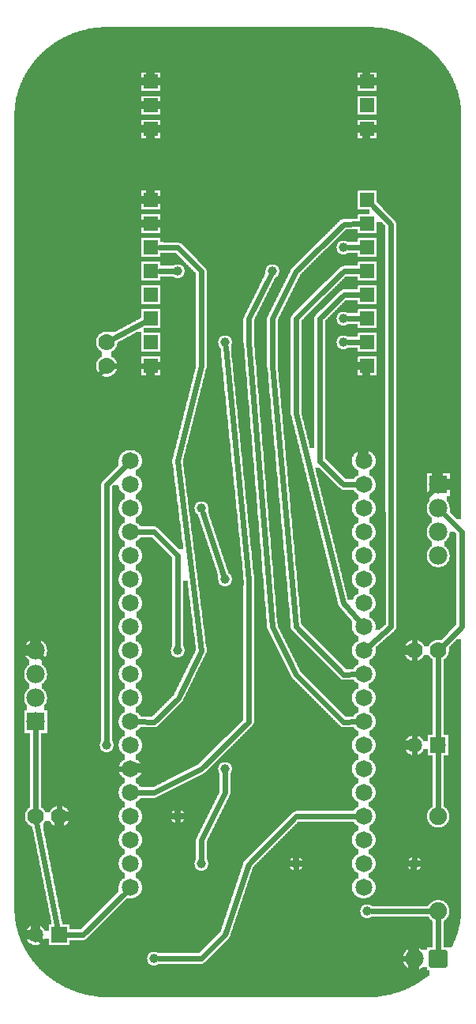
<source format=gtl>
G04 MADE WITH FRITZING*
G04 WWW.FRITZING.ORG*
G04 DOUBLE SIDED*
G04 HOLES PLATED*
G04 CONTOUR ON CENTER OF CONTOUR VECTOR*
%ASAXBY*%
%FSLAX23Y23*%
%MOIN*%
%OFA0B0*%
%SFA1.0B1.0*%
%ADD10C,0.075000*%
%ADD11C,0.078000*%
%ADD12C,0.071828*%
%ADD13C,0.070000*%
%ADD14C,0.065000*%
%ADD15C,0.039370*%
%ADD16R,0.078000X0.078000*%
%ADD17C,0.024000*%
%ADD18C,0.020000*%
%ADD19R,0.001000X0.001000*%
%LNCOPPER1*%
G90*
G70*
G54D10*
X1281Y2000D03*
X1410Y2133D03*
X638Y1875D03*
X315Y4061D03*
G54D11*
X130Y1202D03*
X130Y1302D03*
X130Y1402D03*
X130Y1502D03*
G54D12*
X530Y2302D03*
X530Y2202D03*
X530Y2102D03*
X530Y2002D03*
X530Y1903D03*
X530Y1802D03*
X530Y1702D03*
X530Y1603D03*
X530Y1502D03*
X530Y1403D03*
X530Y1303D03*
X530Y1202D03*
X530Y1103D03*
X530Y1002D03*
X530Y903D03*
X530Y803D03*
X530Y703D03*
X530Y603D03*
X530Y503D03*
X1516Y503D03*
X1516Y603D03*
X1516Y703D03*
X1516Y803D03*
X1516Y903D03*
X1516Y1002D03*
X1516Y1103D03*
X1516Y1202D03*
X1516Y1303D03*
X1516Y1403D03*
X1516Y1502D03*
X1516Y1603D03*
X1516Y1702D03*
X1516Y1802D03*
X1516Y1903D03*
X1516Y2002D03*
X1516Y2102D03*
X1516Y2202D03*
X1516Y2302D03*
G54D13*
X1730Y1502D03*
X1831Y1502D03*
X230Y802D03*
X130Y802D03*
X430Y2702D03*
X430Y2802D03*
G54D11*
X1830Y202D03*
X1730Y202D03*
X1830Y2202D03*
X1830Y2102D03*
X1830Y2002D03*
X1830Y1902D03*
G54D14*
X130Y302D03*
X230Y302D03*
X130Y302D03*
X230Y302D03*
X1730Y1102D03*
X1830Y1102D03*
X1730Y1102D03*
X1830Y1102D03*
G54D10*
X1830Y802D03*
X1830Y402D03*
G54D15*
X1430Y3202D03*
X1430Y2902D03*
X1430Y2802D03*
X1130Y3102D03*
X930Y2802D03*
X730Y3102D03*
X430Y1102D03*
X730Y1502D03*
X1530Y402D03*
X830Y2102D03*
X930Y1802D03*
X930Y1002D03*
X830Y602D03*
X730Y802D03*
X1730Y602D03*
X1230Y602D03*
X630Y202D03*
G54D16*
X130Y1202D03*
X1830Y2202D03*
G54D17*
X1432Y3301D02*
X1496Y3302D01*
D02*
X1486Y1402D02*
X1431Y1401D01*
D02*
X1230Y3102D02*
X1432Y3301D01*
D02*
X1131Y2703D02*
X1131Y2902D01*
D02*
X1230Y1602D02*
X1131Y2703D01*
D02*
X1431Y1401D02*
X1230Y1602D01*
D02*
X1131Y2902D02*
X1230Y3102D01*
D02*
X1630Y3301D02*
X1631Y1602D01*
D02*
X1631Y1602D02*
X1539Y1522D01*
D02*
X1555Y3378D02*
X1630Y3301D01*
D02*
X1330Y2902D02*
X1432Y3003D01*
D02*
X1486Y2202D02*
X1431Y2203D01*
D02*
X1431Y2203D02*
X1331Y2301D01*
D02*
X1331Y2301D02*
X1330Y2902D01*
D02*
X1432Y3003D02*
X1496Y3003D01*
D02*
X1432Y3102D02*
X1496Y3103D01*
D02*
X1496Y1626D02*
X1430Y1702D01*
D02*
X1330Y3003D02*
X1432Y3102D01*
D02*
X1230Y2502D02*
X1230Y2902D01*
D02*
X1430Y1702D02*
X1330Y2103D01*
D02*
X1330Y2103D02*
X1230Y2502D01*
D02*
X1230Y2902D02*
X1330Y3003D01*
D02*
X1496Y3203D02*
X1449Y3202D01*
D02*
X1496Y2903D02*
X1449Y2902D01*
D02*
X1496Y2803D02*
X1449Y2802D01*
D02*
X1031Y2803D02*
X1031Y2902D01*
D02*
X1230Y1401D02*
X1130Y1602D01*
D02*
X1431Y1201D02*
X1230Y1401D01*
D02*
X1130Y1602D02*
X1031Y2803D01*
D02*
X1031Y2902D02*
X1122Y3085D01*
D02*
X1486Y1202D02*
X1431Y1201D01*
D02*
X830Y1501D02*
X732Y1301D01*
D02*
X732Y1301D02*
X631Y1201D01*
D02*
X631Y1201D02*
X561Y1202D01*
D02*
X830Y2702D02*
X730Y2302D01*
D02*
X730Y2302D02*
X830Y1501D01*
D02*
X652Y3202D02*
X731Y3202D01*
D02*
X829Y3102D02*
X830Y2702D01*
D02*
X731Y3202D02*
X829Y3102D01*
D02*
X1031Y1801D02*
X1030Y1201D01*
D02*
X829Y1003D02*
X629Y903D01*
D02*
X1030Y1201D02*
X829Y1003D01*
D02*
X629Y903D02*
X561Y903D01*
D02*
X932Y2783D02*
X1031Y1801D01*
D02*
X711Y3102D02*
X652Y3103D01*
D02*
X586Y2886D02*
X453Y2815D01*
D02*
X582Y2703D02*
X456Y2702D01*
D02*
X431Y1002D02*
X330Y1102D01*
D02*
X330Y1102D02*
X330Y2601D01*
D02*
X330Y2601D02*
X412Y2684D01*
D02*
X500Y1002D02*
X431Y1002D01*
D02*
X431Y2202D02*
X509Y2281D01*
D02*
X430Y1121D02*
X431Y2202D01*
D02*
X731Y1902D02*
X630Y2003D01*
D02*
X630Y2003D02*
X561Y2002D01*
D02*
X730Y1521D02*
X731Y1902D01*
D02*
X1802Y402D02*
X1549Y402D01*
D02*
X1830Y1077D02*
X1830Y831D01*
D02*
X1830Y1127D02*
X1831Y1476D01*
D02*
X1930Y2003D02*
X1929Y1602D01*
D02*
X1929Y1602D02*
X1929Y1602D01*
D02*
X1852Y2081D02*
X1930Y2003D01*
D02*
X1929Y1602D02*
X1849Y1521D01*
D02*
X1730Y1476D02*
X1730Y1127D01*
D02*
X1830Y373D02*
X1830Y232D01*
D02*
X330Y303D02*
X255Y302D01*
D02*
X509Y481D02*
X330Y303D01*
D02*
X135Y776D02*
X225Y326D01*
D02*
X130Y1172D02*
X130Y828D01*
D02*
X1029Y601D02*
X1230Y802D01*
D02*
X930Y303D02*
X1029Y601D01*
D02*
X829Y203D02*
X930Y303D01*
D02*
X1230Y802D02*
X1486Y803D01*
D02*
X649Y202D02*
X829Y203D01*
D02*
X1230Y401D02*
X1230Y583D01*
D02*
X1331Y301D02*
X1230Y401D01*
D02*
X1531Y203D02*
X1331Y301D01*
D02*
X1700Y202D02*
X1531Y203D01*
D02*
X1730Y1077D02*
X1730Y621D01*
D02*
X1731Y2103D02*
X1730Y1528D01*
D02*
X1809Y2181D02*
X1731Y2103D01*
D02*
X231Y202D02*
X148Y284D01*
D02*
X730Y601D02*
X629Y302D01*
D02*
X629Y302D02*
X431Y201D01*
D02*
X431Y201D02*
X231Y202D01*
D02*
X730Y783D02*
X730Y601D01*
D02*
X830Y702D02*
X830Y621D01*
D02*
X930Y902D02*
X830Y702D01*
D02*
X930Y983D02*
X930Y902D01*
D02*
X836Y2084D02*
X924Y1820D01*
D02*
X229Y1401D02*
X151Y1480D01*
D02*
X230Y828D02*
X229Y1401D01*
G36*
X1570Y3311D02*
X1570Y3263D01*
X1608Y3263D01*
X1608Y3293D01*
X1606Y3293D01*
X1606Y3295D01*
X1604Y3295D01*
X1604Y3297D01*
X1602Y3297D01*
X1602Y3299D01*
X1600Y3299D01*
X1600Y3301D01*
X1598Y3301D01*
X1598Y3303D01*
X1596Y3303D01*
X1596Y3305D01*
X1594Y3305D01*
X1594Y3307D01*
X1592Y3307D01*
X1592Y3309D01*
X1590Y3309D01*
X1590Y3311D01*
X1570Y3311D01*
G37*
D02*
G36*
X1440Y3279D02*
X1440Y3277D01*
X1438Y3277D01*
X1438Y3275D01*
X1436Y3275D01*
X1436Y3273D01*
X1434Y3273D01*
X1434Y3271D01*
X1432Y3271D01*
X1432Y3269D01*
X1430Y3269D01*
X1430Y3267D01*
X1428Y3267D01*
X1428Y3265D01*
X1426Y3265D01*
X1426Y3263D01*
X1490Y3263D01*
X1490Y3279D01*
X1440Y3279D01*
G37*
D02*
G36*
X1424Y3263D02*
X1424Y3261D01*
X1608Y3261D01*
X1608Y3263D01*
X1424Y3263D01*
G37*
D02*
G36*
X1424Y3263D02*
X1424Y3261D01*
X1608Y3261D01*
X1608Y3263D01*
X1424Y3263D01*
G37*
D02*
G36*
X1422Y3261D02*
X1422Y3259D01*
X1420Y3259D01*
X1420Y3257D01*
X1418Y3257D01*
X1418Y3255D01*
X1416Y3255D01*
X1416Y3253D01*
X1414Y3253D01*
X1414Y3251D01*
X1412Y3251D01*
X1412Y3249D01*
X1410Y3249D01*
X1410Y3247D01*
X1408Y3247D01*
X1408Y3245D01*
X1406Y3245D01*
X1406Y3243D01*
X1570Y3243D01*
X1570Y3163D01*
X1608Y3163D01*
X1608Y3261D01*
X1422Y3261D01*
G37*
D02*
G36*
X1404Y3243D02*
X1404Y3241D01*
X1402Y3241D01*
X1402Y3239D01*
X1400Y3239D01*
X1400Y3237D01*
X1398Y3237D01*
X1398Y3235D01*
X1396Y3235D01*
X1396Y3233D01*
X1394Y3233D01*
X1394Y3231D01*
X1440Y3231D01*
X1440Y3229D01*
X1444Y3229D01*
X1444Y3227D01*
X1448Y3227D01*
X1448Y3225D01*
X1490Y3225D01*
X1490Y3241D01*
X1492Y3241D01*
X1492Y3243D01*
X1404Y3243D01*
G37*
D02*
G36*
X1392Y3231D02*
X1392Y3229D01*
X1390Y3229D01*
X1390Y3227D01*
X1388Y3227D01*
X1388Y3225D01*
X1386Y3225D01*
X1386Y3223D01*
X1384Y3223D01*
X1384Y3221D01*
X1382Y3221D01*
X1382Y3219D01*
X1380Y3219D01*
X1380Y3217D01*
X1378Y3217D01*
X1378Y3215D01*
X1376Y3215D01*
X1376Y3213D01*
X1374Y3213D01*
X1374Y3211D01*
X1372Y3211D01*
X1372Y3209D01*
X1370Y3209D01*
X1370Y3207D01*
X1368Y3207D01*
X1368Y3205D01*
X1366Y3205D01*
X1366Y3203D01*
X1364Y3203D01*
X1364Y3201D01*
X1362Y3201D01*
X1362Y3199D01*
X1360Y3199D01*
X1360Y3197D01*
X1358Y3197D01*
X1358Y3195D01*
X1354Y3195D01*
X1354Y3193D01*
X1352Y3193D01*
X1352Y3191D01*
X1350Y3191D01*
X1350Y3189D01*
X1348Y3189D01*
X1348Y3187D01*
X1346Y3187D01*
X1346Y3185D01*
X1344Y3185D01*
X1344Y3183D01*
X1342Y3183D01*
X1342Y3181D01*
X1340Y3181D01*
X1340Y3179D01*
X1338Y3179D01*
X1338Y3177D01*
X1336Y3177D01*
X1336Y3175D01*
X1334Y3175D01*
X1334Y3173D01*
X1420Y3173D01*
X1420Y3175D01*
X1416Y3175D01*
X1416Y3177D01*
X1412Y3177D01*
X1412Y3179D01*
X1410Y3179D01*
X1410Y3181D01*
X1408Y3181D01*
X1408Y3183D01*
X1406Y3183D01*
X1406Y3187D01*
X1404Y3187D01*
X1404Y3191D01*
X1402Y3191D01*
X1402Y3199D01*
X1400Y3199D01*
X1400Y3205D01*
X1402Y3205D01*
X1402Y3213D01*
X1404Y3213D01*
X1404Y3217D01*
X1406Y3217D01*
X1406Y3219D01*
X1408Y3219D01*
X1408Y3223D01*
X1410Y3223D01*
X1410Y3225D01*
X1414Y3225D01*
X1414Y3227D01*
X1416Y3227D01*
X1416Y3229D01*
X1422Y3229D01*
X1422Y3231D01*
X1392Y3231D01*
G37*
D02*
G36*
X1458Y3181D02*
X1458Y3179D01*
X1448Y3179D01*
X1448Y3177D01*
X1444Y3177D01*
X1444Y3175D01*
X1440Y3175D01*
X1440Y3173D01*
X1490Y3173D01*
X1490Y3181D01*
X1458Y3181D01*
G37*
D02*
G36*
X1332Y3173D02*
X1332Y3171D01*
X1490Y3171D01*
X1490Y3173D01*
X1332Y3173D01*
G37*
D02*
G36*
X1332Y3173D02*
X1332Y3171D01*
X1490Y3171D01*
X1490Y3173D01*
X1332Y3173D01*
G37*
D02*
G36*
X1330Y3171D02*
X1330Y3169D01*
X1328Y3169D01*
X1328Y3167D01*
X1326Y3167D01*
X1326Y3165D01*
X1324Y3165D01*
X1324Y3163D01*
X1490Y3163D01*
X1490Y3171D01*
X1330Y3171D01*
G37*
D02*
G36*
X1322Y3163D02*
X1322Y3161D01*
X1608Y3161D01*
X1608Y3163D01*
X1322Y3163D01*
G37*
D02*
G36*
X1322Y3163D02*
X1322Y3161D01*
X1608Y3161D01*
X1608Y3163D01*
X1322Y3163D01*
G37*
D02*
G36*
X1320Y3161D02*
X1320Y3159D01*
X1318Y3159D01*
X1318Y3157D01*
X1316Y3157D01*
X1316Y3155D01*
X1314Y3155D01*
X1314Y3153D01*
X1312Y3153D01*
X1312Y3151D01*
X1310Y3151D01*
X1310Y3149D01*
X1308Y3149D01*
X1308Y3147D01*
X1306Y3147D01*
X1306Y3145D01*
X1304Y3145D01*
X1304Y3143D01*
X1570Y3143D01*
X1570Y3063D01*
X1608Y3063D01*
X1608Y3161D01*
X1320Y3161D01*
G37*
D02*
G36*
X1302Y3143D02*
X1302Y3141D01*
X1300Y3141D01*
X1300Y3139D01*
X1298Y3139D01*
X1298Y3137D01*
X1296Y3137D01*
X1296Y3135D01*
X1294Y3135D01*
X1294Y3133D01*
X1292Y3133D01*
X1292Y3131D01*
X1290Y3131D01*
X1290Y3129D01*
X1288Y3129D01*
X1288Y3127D01*
X1286Y3127D01*
X1286Y3125D01*
X1284Y3125D01*
X1284Y3123D01*
X1282Y3123D01*
X1282Y3121D01*
X1280Y3121D01*
X1280Y3119D01*
X1278Y3119D01*
X1278Y3117D01*
X1276Y3117D01*
X1276Y3115D01*
X1274Y3115D01*
X1274Y3113D01*
X1272Y3113D01*
X1272Y3111D01*
X1270Y3111D01*
X1270Y3109D01*
X1268Y3109D01*
X1268Y3107D01*
X1266Y3107D01*
X1266Y3105D01*
X1264Y3105D01*
X1264Y3103D01*
X1262Y3103D01*
X1262Y3101D01*
X1260Y3101D01*
X1260Y3099D01*
X1258Y3099D01*
X1258Y3097D01*
X1256Y3097D01*
X1256Y3095D01*
X1254Y3095D01*
X1254Y3093D01*
X1252Y3093D01*
X1252Y3091D01*
X1250Y3091D01*
X1250Y3089D01*
X1248Y3089D01*
X1248Y3085D01*
X1246Y3085D01*
X1246Y3081D01*
X1244Y3081D01*
X1244Y3077D01*
X1242Y3077D01*
X1242Y3073D01*
X1240Y3073D01*
X1240Y3069D01*
X1238Y3069D01*
X1238Y3065D01*
X1236Y3065D01*
X1236Y3061D01*
X1234Y3061D01*
X1234Y3057D01*
X1232Y3057D01*
X1232Y3053D01*
X1230Y3053D01*
X1230Y3049D01*
X1228Y3049D01*
X1228Y3045D01*
X1226Y3045D01*
X1226Y3041D01*
X1224Y3041D01*
X1224Y3037D01*
X1222Y3037D01*
X1222Y3033D01*
X1220Y3033D01*
X1220Y3029D01*
X1218Y3029D01*
X1218Y3025D01*
X1216Y3025D01*
X1216Y3021D01*
X1214Y3021D01*
X1214Y3017D01*
X1212Y3017D01*
X1212Y3013D01*
X1210Y3013D01*
X1210Y3009D01*
X1208Y3009D01*
X1208Y3005D01*
X1206Y3005D01*
X1206Y3001D01*
X1204Y3001D01*
X1204Y2997D01*
X1202Y2997D01*
X1202Y2993D01*
X1200Y2993D01*
X1200Y2989D01*
X1198Y2989D01*
X1198Y2985D01*
X1196Y2985D01*
X1196Y2981D01*
X1194Y2981D01*
X1194Y2977D01*
X1192Y2977D01*
X1192Y2973D01*
X1190Y2973D01*
X1190Y2969D01*
X1188Y2969D01*
X1188Y2965D01*
X1186Y2965D01*
X1186Y2961D01*
X1184Y2961D01*
X1184Y2957D01*
X1182Y2957D01*
X1182Y2953D01*
X1180Y2953D01*
X1180Y2949D01*
X1178Y2949D01*
X1178Y2945D01*
X1176Y2945D01*
X1176Y2941D01*
X1174Y2941D01*
X1174Y2937D01*
X1172Y2937D01*
X1172Y2933D01*
X1170Y2933D01*
X1170Y2929D01*
X1168Y2929D01*
X1168Y2925D01*
X1166Y2925D01*
X1166Y2921D01*
X1164Y2921D01*
X1164Y2917D01*
X1162Y2917D01*
X1162Y2913D01*
X1160Y2913D01*
X1160Y2909D01*
X1158Y2909D01*
X1158Y2905D01*
X1156Y2905D01*
X1156Y2901D01*
X1154Y2901D01*
X1154Y2897D01*
X1152Y2897D01*
X1152Y2699D01*
X1154Y2699D01*
X1154Y2677D01*
X1156Y2677D01*
X1156Y2655D01*
X1158Y2655D01*
X1158Y2633D01*
X1160Y2633D01*
X1160Y2611D01*
X1162Y2611D01*
X1162Y2589D01*
X1164Y2589D01*
X1164Y2567D01*
X1166Y2567D01*
X1166Y2545D01*
X1168Y2545D01*
X1168Y2523D01*
X1170Y2523D01*
X1170Y2501D01*
X1172Y2501D01*
X1172Y2479D01*
X1174Y2479D01*
X1174Y2457D01*
X1176Y2457D01*
X1176Y2435D01*
X1178Y2435D01*
X1178Y2413D01*
X1180Y2413D01*
X1180Y2391D01*
X1182Y2391D01*
X1182Y2369D01*
X1184Y2369D01*
X1184Y2347D01*
X1186Y2347D01*
X1186Y2325D01*
X1188Y2325D01*
X1188Y2303D01*
X1190Y2303D01*
X1190Y2281D01*
X1192Y2281D01*
X1192Y2259D01*
X1194Y2259D01*
X1194Y2237D01*
X1196Y2237D01*
X1196Y2215D01*
X1198Y2215D01*
X1198Y2193D01*
X1200Y2193D01*
X1200Y2171D01*
X1202Y2171D01*
X1202Y2147D01*
X1204Y2147D01*
X1204Y2125D01*
X1206Y2125D01*
X1206Y2103D01*
X1208Y2103D01*
X1208Y2081D01*
X1210Y2081D01*
X1210Y2059D01*
X1212Y2059D01*
X1212Y2037D01*
X1214Y2037D01*
X1214Y2015D01*
X1216Y2015D01*
X1216Y1993D01*
X1218Y1993D01*
X1218Y1971D01*
X1220Y1971D01*
X1220Y1949D01*
X1222Y1949D01*
X1222Y1927D01*
X1224Y1927D01*
X1224Y1905D01*
X1226Y1905D01*
X1226Y1883D01*
X1228Y1883D01*
X1228Y1861D01*
X1230Y1861D01*
X1230Y1839D01*
X1232Y1839D01*
X1232Y1817D01*
X1234Y1817D01*
X1234Y1795D01*
X1236Y1795D01*
X1236Y1773D01*
X1238Y1773D01*
X1238Y1751D01*
X1240Y1751D01*
X1240Y1729D01*
X1242Y1729D01*
X1242Y1707D01*
X1244Y1707D01*
X1244Y1685D01*
X1246Y1685D01*
X1246Y1663D01*
X1248Y1663D01*
X1248Y1641D01*
X1250Y1641D01*
X1250Y1617D01*
X1252Y1617D01*
X1252Y1611D01*
X1254Y1611D01*
X1254Y1609D01*
X1256Y1609D01*
X1256Y1607D01*
X1258Y1607D01*
X1258Y1605D01*
X1260Y1605D01*
X1260Y1603D01*
X1262Y1603D01*
X1262Y1601D01*
X1264Y1601D01*
X1264Y1599D01*
X1266Y1599D01*
X1266Y1597D01*
X1268Y1597D01*
X1268Y1595D01*
X1270Y1595D01*
X1270Y1593D01*
X1272Y1593D01*
X1272Y1591D01*
X1274Y1591D01*
X1274Y1589D01*
X1276Y1589D01*
X1276Y1587D01*
X1278Y1587D01*
X1278Y1585D01*
X1280Y1585D01*
X1280Y1583D01*
X1282Y1583D01*
X1282Y1581D01*
X1284Y1581D01*
X1284Y1579D01*
X1286Y1579D01*
X1286Y1577D01*
X1288Y1577D01*
X1288Y1575D01*
X1290Y1575D01*
X1290Y1573D01*
X1292Y1573D01*
X1292Y1571D01*
X1294Y1571D01*
X1294Y1569D01*
X1296Y1569D01*
X1296Y1567D01*
X1298Y1567D01*
X1298Y1565D01*
X1300Y1565D01*
X1300Y1563D01*
X1302Y1563D01*
X1302Y1561D01*
X1304Y1561D01*
X1304Y1559D01*
X1306Y1559D01*
X1306Y1557D01*
X1308Y1557D01*
X1308Y1555D01*
X1310Y1555D01*
X1310Y1553D01*
X1312Y1553D01*
X1312Y1551D01*
X1314Y1551D01*
X1314Y1549D01*
X1316Y1549D01*
X1316Y1547D01*
X1318Y1547D01*
X1318Y1545D01*
X1320Y1545D01*
X1320Y1543D01*
X1322Y1543D01*
X1322Y1541D01*
X1324Y1541D01*
X1324Y1539D01*
X1326Y1539D01*
X1326Y1537D01*
X1328Y1537D01*
X1328Y1535D01*
X1330Y1535D01*
X1330Y1533D01*
X1332Y1533D01*
X1332Y1531D01*
X1334Y1531D01*
X1334Y1529D01*
X1336Y1529D01*
X1336Y1527D01*
X1338Y1527D01*
X1338Y1525D01*
X1340Y1525D01*
X1340Y1523D01*
X1342Y1523D01*
X1342Y1521D01*
X1344Y1521D01*
X1344Y1519D01*
X1346Y1519D01*
X1346Y1517D01*
X1348Y1517D01*
X1348Y1515D01*
X1350Y1515D01*
X1350Y1513D01*
X1352Y1513D01*
X1352Y1511D01*
X1354Y1511D01*
X1354Y1509D01*
X1356Y1509D01*
X1356Y1507D01*
X1358Y1507D01*
X1358Y1505D01*
X1360Y1505D01*
X1360Y1503D01*
X1362Y1503D01*
X1362Y1501D01*
X1364Y1501D01*
X1364Y1499D01*
X1366Y1499D01*
X1366Y1497D01*
X1368Y1497D01*
X1368Y1495D01*
X1370Y1495D01*
X1370Y1493D01*
X1372Y1493D01*
X1372Y1491D01*
X1374Y1491D01*
X1374Y1489D01*
X1376Y1489D01*
X1376Y1487D01*
X1378Y1487D01*
X1378Y1485D01*
X1380Y1485D01*
X1380Y1483D01*
X1382Y1483D01*
X1382Y1481D01*
X1384Y1481D01*
X1384Y1479D01*
X1386Y1479D01*
X1386Y1477D01*
X1388Y1477D01*
X1388Y1475D01*
X1390Y1475D01*
X1390Y1473D01*
X1392Y1473D01*
X1392Y1471D01*
X1394Y1471D01*
X1394Y1469D01*
X1396Y1469D01*
X1396Y1467D01*
X1398Y1467D01*
X1398Y1465D01*
X1400Y1465D01*
X1400Y1463D01*
X1402Y1463D01*
X1402Y1461D01*
X1404Y1461D01*
X1404Y1459D01*
X1406Y1459D01*
X1406Y1457D01*
X1408Y1457D01*
X1408Y1455D01*
X1410Y1455D01*
X1410Y1453D01*
X1412Y1453D01*
X1412Y1451D01*
X1414Y1451D01*
X1414Y1449D01*
X1416Y1449D01*
X1416Y1447D01*
X1418Y1447D01*
X1418Y1445D01*
X1420Y1445D01*
X1420Y1443D01*
X1422Y1443D01*
X1422Y1441D01*
X1424Y1441D01*
X1424Y1439D01*
X1426Y1439D01*
X1426Y1437D01*
X1428Y1437D01*
X1428Y1435D01*
X1430Y1435D01*
X1430Y1433D01*
X1432Y1433D01*
X1432Y1431D01*
X1434Y1431D01*
X1434Y1429D01*
X1436Y1429D01*
X1436Y1427D01*
X1438Y1427D01*
X1438Y1425D01*
X1440Y1425D01*
X1440Y1423D01*
X1472Y1423D01*
X1472Y1427D01*
X1474Y1427D01*
X1474Y1429D01*
X1476Y1429D01*
X1476Y1431D01*
X1478Y1431D01*
X1478Y1433D01*
X1480Y1433D01*
X1480Y1435D01*
X1482Y1435D01*
X1482Y1437D01*
X1484Y1437D01*
X1484Y1439D01*
X1488Y1439D01*
X1488Y1441D01*
X1490Y1441D01*
X1490Y1443D01*
X1492Y1443D01*
X1492Y1463D01*
X1488Y1463D01*
X1488Y1465D01*
X1486Y1465D01*
X1486Y1467D01*
X1482Y1467D01*
X1482Y1469D01*
X1480Y1469D01*
X1480Y1471D01*
X1478Y1471D01*
X1478Y1473D01*
X1476Y1473D01*
X1476Y1475D01*
X1474Y1475D01*
X1474Y1479D01*
X1472Y1479D01*
X1472Y1481D01*
X1470Y1481D01*
X1470Y1485D01*
X1468Y1485D01*
X1468Y1493D01*
X1466Y1493D01*
X1466Y1511D01*
X1468Y1511D01*
X1468Y1519D01*
X1470Y1519D01*
X1470Y1523D01*
X1472Y1523D01*
X1472Y1525D01*
X1474Y1525D01*
X1474Y1529D01*
X1476Y1529D01*
X1476Y1531D01*
X1478Y1531D01*
X1478Y1533D01*
X1480Y1533D01*
X1480Y1535D01*
X1482Y1535D01*
X1482Y1537D01*
X1486Y1537D01*
X1486Y1539D01*
X1488Y1539D01*
X1488Y1541D01*
X1492Y1541D01*
X1492Y1563D01*
X1488Y1563D01*
X1488Y1565D01*
X1486Y1565D01*
X1486Y1567D01*
X1484Y1567D01*
X1484Y1569D01*
X1480Y1569D01*
X1480Y1571D01*
X1478Y1571D01*
X1478Y1573D01*
X1476Y1573D01*
X1476Y1577D01*
X1474Y1577D01*
X1474Y1579D01*
X1472Y1579D01*
X1472Y1583D01*
X1470Y1583D01*
X1470Y1587D01*
X1468Y1587D01*
X1468Y1593D01*
X1466Y1593D01*
X1466Y1627D01*
X1464Y1627D01*
X1464Y1629D01*
X1462Y1629D01*
X1462Y1633D01*
X1460Y1633D01*
X1460Y1635D01*
X1458Y1635D01*
X1458Y1637D01*
X1456Y1637D01*
X1456Y1639D01*
X1454Y1639D01*
X1454Y1641D01*
X1452Y1641D01*
X1452Y1643D01*
X1450Y1643D01*
X1450Y1645D01*
X1448Y1645D01*
X1448Y1649D01*
X1446Y1649D01*
X1446Y1651D01*
X1444Y1651D01*
X1444Y1653D01*
X1442Y1653D01*
X1442Y1655D01*
X1440Y1655D01*
X1440Y1657D01*
X1438Y1657D01*
X1438Y1659D01*
X1436Y1659D01*
X1436Y1663D01*
X1434Y1663D01*
X1434Y1665D01*
X1432Y1665D01*
X1432Y1667D01*
X1430Y1667D01*
X1430Y1669D01*
X1428Y1669D01*
X1428Y1671D01*
X1426Y1671D01*
X1426Y1673D01*
X1424Y1673D01*
X1424Y1675D01*
X1422Y1675D01*
X1422Y1679D01*
X1420Y1679D01*
X1420Y1681D01*
X1418Y1681D01*
X1418Y1683D01*
X1416Y1683D01*
X1416Y1685D01*
X1414Y1685D01*
X1414Y1687D01*
X1412Y1687D01*
X1412Y1691D01*
X1410Y1691D01*
X1410Y1695D01*
X1408Y1695D01*
X1408Y1701D01*
X1406Y1701D01*
X1406Y1709D01*
X1404Y1709D01*
X1404Y1719D01*
X1402Y1719D01*
X1402Y1727D01*
X1400Y1727D01*
X1400Y1735D01*
X1398Y1735D01*
X1398Y1743D01*
X1396Y1743D01*
X1396Y1751D01*
X1394Y1751D01*
X1394Y1759D01*
X1392Y1759D01*
X1392Y1767D01*
X1390Y1767D01*
X1390Y1775D01*
X1388Y1775D01*
X1388Y1783D01*
X1386Y1783D01*
X1386Y1791D01*
X1384Y1791D01*
X1384Y1799D01*
X1382Y1799D01*
X1382Y1807D01*
X1380Y1807D01*
X1380Y1815D01*
X1378Y1815D01*
X1378Y1823D01*
X1376Y1823D01*
X1376Y1831D01*
X1374Y1831D01*
X1374Y1839D01*
X1372Y1839D01*
X1372Y1847D01*
X1370Y1847D01*
X1370Y1855D01*
X1368Y1855D01*
X1368Y1863D01*
X1366Y1863D01*
X1366Y1871D01*
X1364Y1871D01*
X1364Y1879D01*
X1362Y1879D01*
X1362Y1887D01*
X1360Y1887D01*
X1360Y1895D01*
X1358Y1895D01*
X1358Y1903D01*
X1356Y1903D01*
X1356Y1911D01*
X1354Y1911D01*
X1354Y1919D01*
X1352Y1919D01*
X1352Y1927D01*
X1350Y1927D01*
X1350Y1935D01*
X1348Y1935D01*
X1348Y1943D01*
X1346Y1943D01*
X1346Y1951D01*
X1344Y1951D01*
X1344Y1959D01*
X1342Y1959D01*
X1342Y1967D01*
X1340Y1967D01*
X1340Y1975D01*
X1338Y1975D01*
X1338Y1983D01*
X1336Y1983D01*
X1336Y1991D01*
X1334Y1991D01*
X1334Y1999D01*
X1332Y1999D01*
X1332Y2007D01*
X1330Y2007D01*
X1330Y2015D01*
X1328Y2015D01*
X1328Y2023D01*
X1326Y2023D01*
X1326Y2031D01*
X1324Y2031D01*
X1324Y2039D01*
X1322Y2039D01*
X1322Y2047D01*
X1320Y2047D01*
X1320Y2055D01*
X1318Y2055D01*
X1318Y2063D01*
X1316Y2063D01*
X1316Y2071D01*
X1314Y2071D01*
X1314Y2079D01*
X1312Y2079D01*
X1312Y2089D01*
X1310Y2089D01*
X1310Y2097D01*
X1308Y2097D01*
X1308Y2105D01*
X1306Y2105D01*
X1306Y2113D01*
X1304Y2113D01*
X1304Y2121D01*
X1302Y2121D01*
X1302Y2129D01*
X1300Y2129D01*
X1300Y2137D01*
X1298Y2137D01*
X1298Y2145D01*
X1296Y2145D01*
X1296Y2153D01*
X1294Y2153D01*
X1294Y2161D01*
X1292Y2161D01*
X1292Y2169D01*
X1290Y2169D01*
X1290Y2177D01*
X1288Y2177D01*
X1288Y2185D01*
X1286Y2185D01*
X1286Y2193D01*
X1284Y2193D01*
X1284Y2201D01*
X1282Y2201D01*
X1282Y2209D01*
X1280Y2209D01*
X1280Y2217D01*
X1278Y2217D01*
X1278Y2225D01*
X1276Y2225D01*
X1276Y2233D01*
X1274Y2233D01*
X1274Y2241D01*
X1272Y2241D01*
X1272Y2249D01*
X1270Y2249D01*
X1270Y2257D01*
X1268Y2257D01*
X1268Y2265D01*
X1266Y2265D01*
X1266Y2273D01*
X1264Y2273D01*
X1264Y2281D01*
X1262Y2281D01*
X1262Y2289D01*
X1260Y2289D01*
X1260Y2297D01*
X1258Y2297D01*
X1258Y2305D01*
X1256Y2305D01*
X1256Y2313D01*
X1254Y2313D01*
X1254Y2321D01*
X1252Y2321D01*
X1252Y2329D01*
X1250Y2329D01*
X1250Y2337D01*
X1248Y2337D01*
X1248Y2345D01*
X1246Y2345D01*
X1246Y2353D01*
X1244Y2353D01*
X1244Y2361D01*
X1242Y2361D01*
X1242Y2369D01*
X1240Y2369D01*
X1240Y2377D01*
X1238Y2377D01*
X1238Y2385D01*
X1236Y2385D01*
X1236Y2393D01*
X1234Y2393D01*
X1234Y2401D01*
X1232Y2401D01*
X1232Y2409D01*
X1230Y2409D01*
X1230Y2417D01*
X1228Y2417D01*
X1228Y2425D01*
X1226Y2425D01*
X1226Y2433D01*
X1224Y2433D01*
X1224Y2441D01*
X1222Y2441D01*
X1222Y2449D01*
X1220Y2449D01*
X1220Y2457D01*
X1218Y2457D01*
X1218Y2465D01*
X1216Y2465D01*
X1216Y2473D01*
X1214Y2473D01*
X1214Y2481D01*
X1212Y2481D01*
X1212Y2489D01*
X1210Y2489D01*
X1210Y2497D01*
X1208Y2497D01*
X1208Y2907D01*
X1210Y2907D01*
X1210Y2913D01*
X1212Y2913D01*
X1212Y2915D01*
X1214Y2915D01*
X1214Y2917D01*
X1216Y2917D01*
X1216Y2921D01*
X1218Y2921D01*
X1218Y2923D01*
X1220Y2923D01*
X1220Y2925D01*
X1222Y2925D01*
X1222Y2927D01*
X1224Y2927D01*
X1224Y2929D01*
X1226Y2929D01*
X1226Y2931D01*
X1228Y2931D01*
X1228Y2933D01*
X1230Y2933D01*
X1230Y2935D01*
X1232Y2935D01*
X1232Y2937D01*
X1234Y2937D01*
X1234Y2939D01*
X1236Y2939D01*
X1236Y2941D01*
X1238Y2941D01*
X1238Y2943D01*
X1240Y2943D01*
X1240Y2945D01*
X1242Y2945D01*
X1242Y2947D01*
X1244Y2947D01*
X1244Y2949D01*
X1246Y2949D01*
X1246Y2951D01*
X1248Y2951D01*
X1248Y2953D01*
X1250Y2953D01*
X1250Y2955D01*
X1252Y2955D01*
X1252Y2957D01*
X1254Y2957D01*
X1254Y2959D01*
X1256Y2959D01*
X1256Y2961D01*
X1258Y2961D01*
X1258Y2963D01*
X1260Y2963D01*
X1260Y2965D01*
X1262Y2965D01*
X1262Y2967D01*
X1264Y2967D01*
X1264Y2969D01*
X1266Y2969D01*
X1266Y2971D01*
X1268Y2971D01*
X1268Y2973D01*
X1270Y2973D01*
X1270Y2975D01*
X1272Y2975D01*
X1272Y2977D01*
X1274Y2977D01*
X1274Y2979D01*
X1276Y2979D01*
X1276Y2981D01*
X1278Y2981D01*
X1278Y2983D01*
X1280Y2983D01*
X1280Y2985D01*
X1282Y2985D01*
X1282Y2987D01*
X1284Y2987D01*
X1284Y2989D01*
X1286Y2989D01*
X1286Y2991D01*
X1288Y2991D01*
X1288Y2993D01*
X1290Y2993D01*
X1290Y2995D01*
X1292Y2995D01*
X1292Y2997D01*
X1294Y2997D01*
X1294Y2999D01*
X1296Y2999D01*
X1296Y3001D01*
X1298Y3001D01*
X1298Y3003D01*
X1300Y3003D01*
X1300Y3005D01*
X1302Y3005D01*
X1302Y3007D01*
X1304Y3007D01*
X1304Y3009D01*
X1306Y3009D01*
X1306Y3011D01*
X1308Y3011D01*
X1308Y3013D01*
X1310Y3013D01*
X1310Y3015D01*
X1312Y3015D01*
X1312Y3017D01*
X1314Y3017D01*
X1314Y3019D01*
X1316Y3019D01*
X1316Y3021D01*
X1318Y3021D01*
X1318Y3023D01*
X1320Y3023D01*
X1320Y3025D01*
X1322Y3025D01*
X1322Y3027D01*
X1324Y3027D01*
X1324Y3029D01*
X1326Y3029D01*
X1326Y3031D01*
X1328Y3031D01*
X1328Y3033D01*
X1330Y3033D01*
X1330Y3035D01*
X1332Y3035D01*
X1332Y3037D01*
X1334Y3037D01*
X1334Y3039D01*
X1336Y3039D01*
X1336Y3041D01*
X1338Y3041D01*
X1338Y3043D01*
X1340Y3043D01*
X1340Y3045D01*
X1342Y3045D01*
X1342Y3047D01*
X1344Y3047D01*
X1344Y3049D01*
X1346Y3049D01*
X1346Y3051D01*
X1348Y3051D01*
X1348Y3053D01*
X1350Y3053D01*
X1350Y3055D01*
X1352Y3055D01*
X1352Y3057D01*
X1354Y3057D01*
X1354Y3059D01*
X1358Y3059D01*
X1358Y3061D01*
X1360Y3061D01*
X1360Y3063D01*
X1362Y3063D01*
X1362Y3065D01*
X1364Y3065D01*
X1364Y3067D01*
X1366Y3067D01*
X1366Y3069D01*
X1368Y3069D01*
X1368Y3071D01*
X1370Y3071D01*
X1370Y3073D01*
X1372Y3073D01*
X1372Y3075D01*
X1374Y3075D01*
X1374Y3077D01*
X1376Y3077D01*
X1376Y3079D01*
X1378Y3079D01*
X1378Y3081D01*
X1380Y3081D01*
X1380Y3083D01*
X1382Y3083D01*
X1382Y3085D01*
X1384Y3085D01*
X1384Y3087D01*
X1386Y3087D01*
X1386Y3089D01*
X1388Y3089D01*
X1388Y3091D01*
X1390Y3091D01*
X1390Y3093D01*
X1392Y3093D01*
X1392Y3095D01*
X1394Y3095D01*
X1394Y3097D01*
X1396Y3097D01*
X1396Y3099D01*
X1398Y3099D01*
X1398Y3101D01*
X1400Y3101D01*
X1400Y3103D01*
X1402Y3103D01*
X1402Y3105D01*
X1404Y3105D01*
X1404Y3107D01*
X1406Y3107D01*
X1406Y3109D01*
X1408Y3109D01*
X1408Y3111D01*
X1410Y3111D01*
X1410Y3113D01*
X1412Y3113D01*
X1412Y3115D01*
X1414Y3115D01*
X1414Y3117D01*
X1416Y3117D01*
X1416Y3119D01*
X1420Y3119D01*
X1420Y3121D01*
X1422Y3121D01*
X1422Y3123D01*
X1434Y3123D01*
X1434Y3125D01*
X1490Y3125D01*
X1490Y3141D01*
X1492Y3141D01*
X1492Y3143D01*
X1302Y3143D01*
G37*
D02*
G36*
X1440Y3081D02*
X1440Y3079D01*
X1438Y3079D01*
X1438Y3077D01*
X1436Y3077D01*
X1436Y3075D01*
X1434Y3075D01*
X1434Y3073D01*
X1432Y3073D01*
X1432Y3071D01*
X1430Y3071D01*
X1430Y3069D01*
X1428Y3069D01*
X1428Y3067D01*
X1426Y3067D01*
X1426Y3065D01*
X1424Y3065D01*
X1424Y3063D01*
X1490Y3063D01*
X1490Y3081D01*
X1440Y3081D01*
G37*
D02*
G36*
X1422Y3063D02*
X1422Y3061D01*
X1608Y3061D01*
X1608Y3063D01*
X1422Y3063D01*
G37*
D02*
G36*
X1422Y3063D02*
X1422Y3061D01*
X1608Y3061D01*
X1608Y3063D01*
X1422Y3063D01*
G37*
D02*
G36*
X1420Y3061D02*
X1420Y3059D01*
X1418Y3059D01*
X1418Y3057D01*
X1416Y3057D01*
X1416Y3055D01*
X1414Y3055D01*
X1414Y3053D01*
X1412Y3053D01*
X1412Y3051D01*
X1410Y3051D01*
X1410Y3049D01*
X1408Y3049D01*
X1408Y3047D01*
X1406Y3047D01*
X1406Y3045D01*
X1404Y3045D01*
X1404Y3043D01*
X1570Y3043D01*
X1570Y2963D01*
X1608Y2963D01*
X1608Y3061D01*
X1420Y3061D01*
G37*
D02*
G36*
X1402Y3043D02*
X1402Y3041D01*
X1400Y3041D01*
X1400Y3039D01*
X1398Y3039D01*
X1398Y3037D01*
X1396Y3037D01*
X1396Y3035D01*
X1394Y3035D01*
X1394Y3033D01*
X1392Y3033D01*
X1392Y3031D01*
X1390Y3031D01*
X1390Y3029D01*
X1388Y3029D01*
X1388Y3027D01*
X1386Y3027D01*
X1386Y3025D01*
X1384Y3025D01*
X1384Y3023D01*
X1382Y3023D01*
X1382Y3021D01*
X1380Y3021D01*
X1380Y3019D01*
X1376Y3019D01*
X1376Y3017D01*
X1374Y3017D01*
X1374Y3015D01*
X1372Y3015D01*
X1372Y3013D01*
X1370Y3013D01*
X1370Y3011D01*
X1368Y3011D01*
X1368Y3009D01*
X1366Y3009D01*
X1366Y3007D01*
X1364Y3007D01*
X1364Y3005D01*
X1362Y3005D01*
X1362Y3003D01*
X1360Y3003D01*
X1360Y3001D01*
X1358Y3001D01*
X1358Y2999D01*
X1356Y2999D01*
X1356Y2997D01*
X1354Y2997D01*
X1354Y2995D01*
X1352Y2995D01*
X1352Y2993D01*
X1350Y2993D01*
X1350Y2991D01*
X1348Y2991D01*
X1348Y2989D01*
X1346Y2989D01*
X1346Y2987D01*
X1344Y2987D01*
X1344Y2985D01*
X1342Y2985D01*
X1342Y2983D01*
X1340Y2983D01*
X1340Y2981D01*
X1338Y2981D01*
X1338Y2979D01*
X1336Y2979D01*
X1336Y2977D01*
X1334Y2977D01*
X1334Y2975D01*
X1332Y2975D01*
X1332Y2973D01*
X1330Y2973D01*
X1330Y2971D01*
X1328Y2971D01*
X1328Y2969D01*
X1326Y2969D01*
X1326Y2967D01*
X1324Y2967D01*
X1324Y2965D01*
X1322Y2965D01*
X1322Y2963D01*
X1320Y2963D01*
X1320Y2961D01*
X1318Y2961D01*
X1318Y2959D01*
X1316Y2959D01*
X1316Y2957D01*
X1314Y2957D01*
X1314Y2955D01*
X1312Y2955D01*
X1312Y2953D01*
X1310Y2953D01*
X1310Y2951D01*
X1308Y2951D01*
X1308Y2949D01*
X1306Y2949D01*
X1306Y2947D01*
X1304Y2947D01*
X1304Y2945D01*
X1302Y2945D01*
X1302Y2943D01*
X1300Y2943D01*
X1300Y2941D01*
X1298Y2941D01*
X1298Y2939D01*
X1296Y2939D01*
X1296Y2937D01*
X1294Y2937D01*
X1294Y2935D01*
X1292Y2935D01*
X1292Y2933D01*
X1290Y2933D01*
X1290Y2931D01*
X1288Y2931D01*
X1288Y2929D01*
X1286Y2929D01*
X1286Y2927D01*
X1284Y2927D01*
X1284Y2925D01*
X1282Y2925D01*
X1282Y2923D01*
X1280Y2923D01*
X1280Y2921D01*
X1278Y2921D01*
X1278Y2919D01*
X1276Y2919D01*
X1276Y2917D01*
X1274Y2917D01*
X1274Y2915D01*
X1272Y2915D01*
X1272Y2913D01*
X1270Y2913D01*
X1270Y2909D01*
X1268Y2909D01*
X1268Y2907D01*
X1266Y2907D01*
X1266Y2905D01*
X1264Y2905D01*
X1264Y2903D01*
X1262Y2903D01*
X1262Y2901D01*
X1260Y2901D01*
X1260Y2899D01*
X1258Y2899D01*
X1258Y2897D01*
X1256Y2897D01*
X1256Y2895D01*
X1254Y2895D01*
X1254Y2893D01*
X1252Y2893D01*
X1252Y2501D01*
X1254Y2501D01*
X1254Y2493D01*
X1256Y2493D01*
X1256Y2485D01*
X1258Y2485D01*
X1258Y2477D01*
X1260Y2477D01*
X1260Y2469D01*
X1262Y2469D01*
X1262Y2461D01*
X1264Y2461D01*
X1264Y2453D01*
X1266Y2453D01*
X1266Y2445D01*
X1268Y2445D01*
X1268Y2437D01*
X1270Y2437D01*
X1270Y2429D01*
X1272Y2429D01*
X1272Y2421D01*
X1274Y2421D01*
X1274Y2413D01*
X1276Y2413D01*
X1276Y2405D01*
X1278Y2405D01*
X1278Y2397D01*
X1280Y2397D01*
X1280Y2389D01*
X1282Y2389D01*
X1282Y2381D01*
X1284Y2381D01*
X1284Y2373D01*
X1286Y2373D01*
X1286Y2365D01*
X1288Y2365D01*
X1288Y2357D01*
X1308Y2357D01*
X1308Y2909D01*
X1310Y2909D01*
X1310Y2913D01*
X1312Y2913D01*
X1312Y2917D01*
X1314Y2917D01*
X1314Y2919D01*
X1316Y2919D01*
X1316Y2921D01*
X1318Y2921D01*
X1318Y2923D01*
X1320Y2923D01*
X1320Y2925D01*
X1322Y2925D01*
X1322Y2927D01*
X1324Y2927D01*
X1324Y2929D01*
X1326Y2929D01*
X1326Y2931D01*
X1328Y2931D01*
X1328Y2933D01*
X1330Y2933D01*
X1330Y2935D01*
X1332Y2935D01*
X1332Y2937D01*
X1334Y2937D01*
X1334Y2939D01*
X1336Y2939D01*
X1336Y2941D01*
X1340Y2941D01*
X1340Y2943D01*
X1342Y2943D01*
X1342Y2945D01*
X1344Y2945D01*
X1344Y2947D01*
X1346Y2947D01*
X1346Y2949D01*
X1348Y2949D01*
X1348Y2951D01*
X1350Y2951D01*
X1350Y2953D01*
X1352Y2953D01*
X1352Y2955D01*
X1354Y2955D01*
X1354Y2957D01*
X1356Y2957D01*
X1356Y2959D01*
X1358Y2959D01*
X1358Y2961D01*
X1360Y2961D01*
X1360Y2963D01*
X1362Y2963D01*
X1362Y2965D01*
X1364Y2965D01*
X1364Y2967D01*
X1366Y2967D01*
X1366Y2969D01*
X1368Y2969D01*
X1368Y2971D01*
X1370Y2971D01*
X1370Y2973D01*
X1372Y2973D01*
X1372Y2975D01*
X1374Y2975D01*
X1374Y2977D01*
X1376Y2977D01*
X1376Y2979D01*
X1378Y2979D01*
X1378Y2981D01*
X1380Y2981D01*
X1380Y2983D01*
X1382Y2983D01*
X1382Y2985D01*
X1384Y2985D01*
X1384Y2987D01*
X1386Y2987D01*
X1386Y2989D01*
X1388Y2989D01*
X1388Y2991D01*
X1390Y2991D01*
X1390Y2993D01*
X1392Y2993D01*
X1392Y2995D01*
X1394Y2995D01*
X1394Y2997D01*
X1396Y2997D01*
X1396Y2999D01*
X1398Y2999D01*
X1398Y3001D01*
X1400Y3001D01*
X1400Y3003D01*
X1402Y3003D01*
X1402Y3005D01*
X1404Y3005D01*
X1404Y3007D01*
X1406Y3007D01*
X1406Y3009D01*
X1408Y3009D01*
X1408Y3011D01*
X1410Y3011D01*
X1410Y3013D01*
X1412Y3013D01*
X1412Y3015D01*
X1414Y3015D01*
X1414Y3017D01*
X1416Y3017D01*
X1416Y3019D01*
X1418Y3019D01*
X1418Y3021D01*
X1422Y3021D01*
X1422Y3023D01*
X1426Y3023D01*
X1426Y3025D01*
X1490Y3025D01*
X1490Y3041D01*
X1492Y3041D01*
X1492Y3043D01*
X1402Y3043D01*
G37*
D02*
G36*
X1440Y2981D02*
X1440Y2979D01*
X1438Y2979D01*
X1438Y2977D01*
X1436Y2977D01*
X1436Y2975D01*
X1434Y2975D01*
X1434Y2973D01*
X1432Y2973D01*
X1432Y2971D01*
X1430Y2971D01*
X1430Y2969D01*
X1428Y2969D01*
X1428Y2967D01*
X1426Y2967D01*
X1426Y2965D01*
X1424Y2965D01*
X1424Y2963D01*
X1490Y2963D01*
X1490Y2981D01*
X1440Y2981D01*
G37*
D02*
G36*
X1422Y2963D02*
X1422Y2961D01*
X1608Y2961D01*
X1608Y2963D01*
X1422Y2963D01*
G37*
D02*
G36*
X1422Y2963D02*
X1422Y2961D01*
X1608Y2961D01*
X1608Y2963D01*
X1422Y2963D01*
G37*
D02*
G36*
X1420Y2961D02*
X1420Y2959D01*
X1418Y2959D01*
X1418Y2957D01*
X1416Y2957D01*
X1416Y2955D01*
X1414Y2955D01*
X1414Y2953D01*
X1412Y2953D01*
X1412Y2951D01*
X1410Y2951D01*
X1410Y2949D01*
X1408Y2949D01*
X1408Y2947D01*
X1406Y2947D01*
X1406Y2945D01*
X1404Y2945D01*
X1404Y2943D01*
X1570Y2943D01*
X1570Y2863D01*
X1608Y2863D01*
X1608Y2961D01*
X1420Y2961D01*
G37*
D02*
G36*
X1402Y2943D02*
X1402Y2941D01*
X1400Y2941D01*
X1400Y2939D01*
X1398Y2939D01*
X1398Y2937D01*
X1396Y2937D01*
X1396Y2935D01*
X1394Y2935D01*
X1394Y2933D01*
X1392Y2933D01*
X1392Y2931D01*
X1440Y2931D01*
X1440Y2929D01*
X1444Y2929D01*
X1444Y2927D01*
X1448Y2927D01*
X1448Y2925D01*
X1490Y2925D01*
X1490Y2941D01*
X1492Y2941D01*
X1492Y2943D01*
X1402Y2943D01*
G37*
D02*
G36*
X1390Y2931D02*
X1390Y2929D01*
X1388Y2929D01*
X1388Y2927D01*
X1386Y2927D01*
X1386Y2925D01*
X1384Y2925D01*
X1384Y2923D01*
X1382Y2923D01*
X1382Y2921D01*
X1380Y2921D01*
X1380Y2919D01*
X1378Y2919D01*
X1378Y2917D01*
X1376Y2917D01*
X1376Y2915D01*
X1374Y2915D01*
X1374Y2913D01*
X1372Y2913D01*
X1372Y2911D01*
X1370Y2911D01*
X1370Y2909D01*
X1368Y2909D01*
X1368Y2907D01*
X1366Y2907D01*
X1366Y2905D01*
X1364Y2905D01*
X1364Y2903D01*
X1362Y2903D01*
X1362Y2901D01*
X1360Y2901D01*
X1360Y2899D01*
X1358Y2899D01*
X1358Y2897D01*
X1356Y2897D01*
X1356Y2895D01*
X1354Y2895D01*
X1354Y2893D01*
X1352Y2893D01*
X1352Y2873D01*
X1420Y2873D01*
X1420Y2875D01*
X1416Y2875D01*
X1416Y2877D01*
X1412Y2877D01*
X1412Y2879D01*
X1410Y2879D01*
X1410Y2881D01*
X1408Y2881D01*
X1408Y2883D01*
X1406Y2883D01*
X1406Y2887D01*
X1404Y2887D01*
X1404Y2891D01*
X1402Y2891D01*
X1402Y2899D01*
X1400Y2899D01*
X1400Y2905D01*
X1402Y2905D01*
X1402Y2913D01*
X1404Y2913D01*
X1404Y2917D01*
X1406Y2917D01*
X1406Y2919D01*
X1408Y2919D01*
X1408Y2923D01*
X1410Y2923D01*
X1410Y2925D01*
X1414Y2925D01*
X1414Y2927D01*
X1416Y2927D01*
X1416Y2929D01*
X1422Y2929D01*
X1422Y2931D01*
X1390Y2931D01*
G37*
D02*
G36*
X1458Y2881D02*
X1458Y2879D01*
X1448Y2879D01*
X1448Y2877D01*
X1444Y2877D01*
X1444Y2875D01*
X1440Y2875D01*
X1440Y2873D01*
X1490Y2873D01*
X1490Y2881D01*
X1458Y2881D01*
G37*
D02*
G36*
X1352Y2873D02*
X1352Y2871D01*
X1490Y2871D01*
X1490Y2873D01*
X1352Y2873D01*
G37*
D02*
G36*
X1352Y2873D02*
X1352Y2871D01*
X1490Y2871D01*
X1490Y2873D01*
X1352Y2873D01*
G37*
D02*
G36*
X1352Y2871D02*
X1352Y2863D01*
X1490Y2863D01*
X1490Y2871D01*
X1352Y2871D01*
G37*
D02*
G36*
X1352Y2863D02*
X1352Y2861D01*
X1608Y2861D01*
X1608Y2863D01*
X1352Y2863D01*
G37*
D02*
G36*
X1352Y2863D02*
X1352Y2861D01*
X1608Y2861D01*
X1608Y2863D01*
X1352Y2863D01*
G37*
D02*
G36*
X1352Y2861D02*
X1352Y2843D01*
X1570Y2843D01*
X1570Y2763D01*
X1608Y2763D01*
X1608Y2861D01*
X1352Y2861D01*
G37*
D02*
G36*
X1352Y2843D02*
X1352Y2831D01*
X1440Y2831D01*
X1440Y2829D01*
X1444Y2829D01*
X1444Y2827D01*
X1448Y2827D01*
X1448Y2825D01*
X1490Y2825D01*
X1490Y2841D01*
X1492Y2841D01*
X1492Y2843D01*
X1352Y2843D01*
G37*
D02*
G36*
X1352Y2831D02*
X1352Y2773D01*
X1420Y2773D01*
X1420Y2775D01*
X1416Y2775D01*
X1416Y2777D01*
X1412Y2777D01*
X1412Y2779D01*
X1410Y2779D01*
X1410Y2781D01*
X1408Y2781D01*
X1408Y2783D01*
X1406Y2783D01*
X1406Y2787D01*
X1404Y2787D01*
X1404Y2791D01*
X1402Y2791D01*
X1402Y2799D01*
X1400Y2799D01*
X1400Y2805D01*
X1402Y2805D01*
X1402Y2813D01*
X1404Y2813D01*
X1404Y2817D01*
X1406Y2817D01*
X1406Y2819D01*
X1408Y2819D01*
X1408Y2823D01*
X1410Y2823D01*
X1410Y2825D01*
X1414Y2825D01*
X1414Y2827D01*
X1416Y2827D01*
X1416Y2829D01*
X1422Y2829D01*
X1422Y2831D01*
X1352Y2831D01*
G37*
D02*
G36*
X1458Y2781D02*
X1458Y2779D01*
X1448Y2779D01*
X1448Y2777D01*
X1444Y2777D01*
X1444Y2775D01*
X1440Y2775D01*
X1440Y2773D01*
X1490Y2773D01*
X1490Y2781D01*
X1458Y2781D01*
G37*
D02*
G36*
X1352Y2773D02*
X1352Y2771D01*
X1490Y2771D01*
X1490Y2773D01*
X1352Y2773D01*
G37*
D02*
G36*
X1352Y2773D02*
X1352Y2771D01*
X1490Y2771D01*
X1490Y2773D01*
X1352Y2773D01*
G37*
D02*
G36*
X1352Y2771D02*
X1352Y2763D01*
X1490Y2763D01*
X1490Y2771D01*
X1352Y2771D01*
G37*
D02*
G36*
X1352Y2763D02*
X1352Y2761D01*
X1608Y2761D01*
X1608Y2763D01*
X1352Y2763D01*
G37*
D02*
G36*
X1352Y2763D02*
X1352Y2761D01*
X1608Y2761D01*
X1608Y2763D01*
X1352Y2763D01*
G37*
D02*
G36*
X1352Y2761D02*
X1352Y2743D01*
X1570Y2743D01*
X1570Y2663D01*
X1608Y2663D01*
X1608Y2761D01*
X1352Y2761D01*
G37*
D02*
G36*
X1352Y2743D02*
X1352Y2663D01*
X1490Y2663D01*
X1490Y2741D01*
X1492Y2741D01*
X1492Y2743D01*
X1352Y2743D01*
G37*
D02*
G36*
X1352Y2663D02*
X1352Y2661D01*
X1608Y2661D01*
X1608Y2663D01*
X1352Y2663D01*
G37*
D02*
G36*
X1352Y2663D02*
X1352Y2661D01*
X1608Y2661D01*
X1608Y2663D01*
X1352Y2663D01*
G37*
D02*
G36*
X1352Y2661D02*
X1352Y2347D01*
X1530Y2347D01*
X1530Y2345D01*
X1536Y2345D01*
X1536Y2343D01*
X1540Y2343D01*
X1540Y2341D01*
X1544Y2341D01*
X1544Y2339D01*
X1546Y2339D01*
X1546Y2337D01*
X1550Y2337D01*
X1550Y2335D01*
X1552Y2335D01*
X1552Y2333D01*
X1554Y2333D01*
X1554Y2331D01*
X1556Y2331D01*
X1556Y2329D01*
X1558Y2329D01*
X1558Y2325D01*
X1560Y2325D01*
X1560Y2323D01*
X1562Y2323D01*
X1562Y2319D01*
X1564Y2319D01*
X1564Y2313D01*
X1566Y2313D01*
X1566Y2291D01*
X1564Y2291D01*
X1564Y2285D01*
X1562Y2285D01*
X1562Y2281D01*
X1560Y2281D01*
X1560Y2279D01*
X1558Y2279D01*
X1558Y2275D01*
X1556Y2275D01*
X1556Y2273D01*
X1554Y2273D01*
X1554Y2271D01*
X1552Y2271D01*
X1552Y2269D01*
X1550Y2269D01*
X1550Y2267D01*
X1548Y2267D01*
X1548Y2265D01*
X1544Y2265D01*
X1544Y2263D01*
X1540Y2263D01*
X1540Y2241D01*
X1544Y2241D01*
X1544Y2239D01*
X1546Y2239D01*
X1546Y2237D01*
X1548Y2237D01*
X1548Y2235D01*
X1552Y2235D01*
X1552Y2233D01*
X1554Y2233D01*
X1554Y2231D01*
X1556Y2231D01*
X1556Y2227D01*
X1558Y2227D01*
X1558Y2225D01*
X1560Y2225D01*
X1560Y2221D01*
X1562Y2221D01*
X1562Y2217D01*
X1564Y2217D01*
X1564Y2211D01*
X1566Y2211D01*
X1566Y2191D01*
X1564Y2191D01*
X1564Y2185D01*
X1562Y2185D01*
X1562Y2181D01*
X1560Y2181D01*
X1560Y2177D01*
X1558Y2177D01*
X1558Y2175D01*
X1556Y2175D01*
X1556Y2173D01*
X1554Y2173D01*
X1554Y2171D01*
X1552Y2171D01*
X1552Y2169D01*
X1550Y2169D01*
X1550Y2167D01*
X1548Y2167D01*
X1548Y2165D01*
X1544Y2165D01*
X1544Y2163D01*
X1542Y2163D01*
X1542Y2161D01*
X1540Y2161D01*
X1540Y2141D01*
X1544Y2141D01*
X1544Y2139D01*
X1548Y2139D01*
X1548Y2137D01*
X1550Y2137D01*
X1550Y2135D01*
X1552Y2135D01*
X1552Y2133D01*
X1554Y2133D01*
X1554Y2131D01*
X1556Y2131D01*
X1556Y2129D01*
X1558Y2129D01*
X1558Y2125D01*
X1560Y2125D01*
X1560Y2123D01*
X1562Y2123D01*
X1562Y2119D01*
X1564Y2119D01*
X1564Y2113D01*
X1566Y2113D01*
X1566Y2091D01*
X1564Y2091D01*
X1564Y2085D01*
X1562Y2085D01*
X1562Y2081D01*
X1560Y2081D01*
X1560Y2079D01*
X1558Y2079D01*
X1558Y2075D01*
X1556Y2075D01*
X1556Y2073D01*
X1554Y2073D01*
X1554Y2071D01*
X1552Y2071D01*
X1552Y2069D01*
X1550Y2069D01*
X1550Y2067D01*
X1546Y2067D01*
X1546Y2065D01*
X1544Y2065D01*
X1544Y2063D01*
X1540Y2063D01*
X1540Y2041D01*
X1544Y2041D01*
X1544Y2039D01*
X1546Y2039D01*
X1546Y2037D01*
X1550Y2037D01*
X1550Y2035D01*
X1552Y2035D01*
X1552Y2033D01*
X1554Y2033D01*
X1554Y2031D01*
X1556Y2031D01*
X1556Y2029D01*
X1558Y2029D01*
X1558Y2025D01*
X1560Y2025D01*
X1560Y2021D01*
X1562Y2021D01*
X1562Y2019D01*
X1564Y2019D01*
X1564Y2011D01*
X1566Y2011D01*
X1566Y1991D01*
X1564Y1991D01*
X1564Y1985D01*
X1562Y1985D01*
X1562Y1981D01*
X1560Y1981D01*
X1560Y1979D01*
X1558Y1979D01*
X1558Y1975D01*
X1556Y1975D01*
X1556Y1973D01*
X1554Y1973D01*
X1554Y1971D01*
X1552Y1971D01*
X1552Y1969D01*
X1550Y1969D01*
X1550Y1967D01*
X1548Y1967D01*
X1548Y1965D01*
X1544Y1965D01*
X1544Y1963D01*
X1540Y1963D01*
X1540Y1943D01*
X1542Y1943D01*
X1542Y1941D01*
X1544Y1941D01*
X1544Y1939D01*
X1548Y1939D01*
X1548Y1937D01*
X1550Y1937D01*
X1550Y1935D01*
X1552Y1935D01*
X1552Y1933D01*
X1554Y1933D01*
X1554Y1931D01*
X1556Y1931D01*
X1556Y1929D01*
X1558Y1929D01*
X1558Y1925D01*
X1560Y1925D01*
X1560Y1923D01*
X1562Y1923D01*
X1562Y1919D01*
X1564Y1919D01*
X1564Y1913D01*
X1566Y1913D01*
X1566Y1893D01*
X1564Y1893D01*
X1564Y1887D01*
X1562Y1887D01*
X1562Y1883D01*
X1560Y1883D01*
X1560Y1879D01*
X1558Y1879D01*
X1558Y1877D01*
X1556Y1877D01*
X1556Y1873D01*
X1554Y1873D01*
X1554Y1871D01*
X1552Y1871D01*
X1552Y1869D01*
X1548Y1869D01*
X1548Y1867D01*
X1546Y1867D01*
X1546Y1865D01*
X1544Y1865D01*
X1544Y1863D01*
X1540Y1863D01*
X1540Y1841D01*
X1544Y1841D01*
X1544Y1839D01*
X1546Y1839D01*
X1546Y1837D01*
X1550Y1837D01*
X1550Y1835D01*
X1552Y1835D01*
X1552Y1833D01*
X1554Y1833D01*
X1554Y1831D01*
X1556Y1831D01*
X1556Y1829D01*
X1558Y1829D01*
X1558Y1825D01*
X1560Y1825D01*
X1560Y1823D01*
X1562Y1823D01*
X1562Y1819D01*
X1564Y1819D01*
X1564Y1813D01*
X1566Y1813D01*
X1566Y1791D01*
X1564Y1791D01*
X1564Y1785D01*
X1562Y1785D01*
X1562Y1781D01*
X1560Y1781D01*
X1560Y1779D01*
X1558Y1779D01*
X1558Y1775D01*
X1556Y1775D01*
X1556Y1773D01*
X1554Y1773D01*
X1554Y1771D01*
X1552Y1771D01*
X1552Y1769D01*
X1550Y1769D01*
X1550Y1767D01*
X1546Y1767D01*
X1546Y1765D01*
X1544Y1765D01*
X1544Y1763D01*
X1540Y1763D01*
X1540Y1741D01*
X1544Y1741D01*
X1544Y1739D01*
X1546Y1739D01*
X1546Y1737D01*
X1550Y1737D01*
X1550Y1735D01*
X1552Y1735D01*
X1552Y1733D01*
X1554Y1733D01*
X1554Y1731D01*
X1556Y1731D01*
X1556Y1729D01*
X1558Y1729D01*
X1558Y1725D01*
X1560Y1725D01*
X1560Y1721D01*
X1562Y1721D01*
X1562Y1719D01*
X1564Y1719D01*
X1564Y1711D01*
X1566Y1711D01*
X1566Y1691D01*
X1564Y1691D01*
X1564Y1685D01*
X1562Y1685D01*
X1562Y1681D01*
X1560Y1681D01*
X1560Y1679D01*
X1558Y1679D01*
X1558Y1675D01*
X1556Y1675D01*
X1556Y1673D01*
X1554Y1673D01*
X1554Y1671D01*
X1552Y1671D01*
X1552Y1669D01*
X1550Y1669D01*
X1550Y1667D01*
X1548Y1667D01*
X1548Y1665D01*
X1544Y1665D01*
X1544Y1663D01*
X1540Y1663D01*
X1540Y1641D01*
X1544Y1641D01*
X1544Y1639D01*
X1548Y1639D01*
X1548Y1637D01*
X1550Y1637D01*
X1550Y1635D01*
X1552Y1635D01*
X1552Y1633D01*
X1554Y1633D01*
X1554Y1631D01*
X1556Y1631D01*
X1556Y1629D01*
X1558Y1629D01*
X1558Y1625D01*
X1560Y1625D01*
X1560Y1623D01*
X1562Y1623D01*
X1562Y1619D01*
X1564Y1619D01*
X1564Y1613D01*
X1566Y1613D01*
X1566Y1593D01*
X1564Y1593D01*
X1564Y1589D01*
X1584Y1589D01*
X1584Y1591D01*
X1586Y1591D01*
X1586Y1593D01*
X1588Y1593D01*
X1588Y1595D01*
X1592Y1595D01*
X1592Y1597D01*
X1594Y1597D01*
X1594Y1599D01*
X1596Y1599D01*
X1596Y1601D01*
X1598Y1601D01*
X1598Y1603D01*
X1600Y1603D01*
X1600Y1605D01*
X1602Y1605D01*
X1602Y1607D01*
X1604Y1607D01*
X1604Y1609D01*
X1608Y1609D01*
X1608Y1611D01*
X1610Y1611D01*
X1610Y2087D01*
X1608Y2087D01*
X1608Y2661D01*
X1352Y2661D01*
G37*
D02*
G36*
X1352Y2347D02*
X1352Y2311D01*
X1354Y2311D01*
X1354Y2309D01*
X1356Y2309D01*
X1356Y2307D01*
X1358Y2307D01*
X1358Y2305D01*
X1360Y2305D01*
X1360Y2303D01*
X1362Y2303D01*
X1362Y2301D01*
X1364Y2301D01*
X1364Y2299D01*
X1366Y2299D01*
X1366Y2297D01*
X1368Y2297D01*
X1368Y2295D01*
X1370Y2295D01*
X1370Y2293D01*
X1372Y2293D01*
X1372Y2291D01*
X1374Y2291D01*
X1374Y2289D01*
X1376Y2289D01*
X1376Y2287D01*
X1378Y2287D01*
X1378Y2285D01*
X1380Y2285D01*
X1380Y2283D01*
X1382Y2283D01*
X1382Y2281D01*
X1384Y2281D01*
X1384Y2279D01*
X1386Y2279D01*
X1386Y2277D01*
X1388Y2277D01*
X1388Y2275D01*
X1390Y2275D01*
X1390Y2273D01*
X1392Y2273D01*
X1392Y2271D01*
X1394Y2271D01*
X1394Y2269D01*
X1396Y2269D01*
X1396Y2267D01*
X1398Y2267D01*
X1398Y2265D01*
X1400Y2265D01*
X1400Y2263D01*
X1402Y2263D01*
X1402Y2261D01*
X1404Y2261D01*
X1404Y2259D01*
X1406Y2259D01*
X1406Y2257D01*
X1408Y2257D01*
X1408Y2255D01*
X1410Y2255D01*
X1410Y2253D01*
X1412Y2253D01*
X1412Y2251D01*
X1414Y2251D01*
X1414Y2249D01*
X1416Y2249D01*
X1416Y2247D01*
X1418Y2247D01*
X1418Y2245D01*
X1420Y2245D01*
X1420Y2243D01*
X1422Y2243D01*
X1422Y2241D01*
X1424Y2241D01*
X1424Y2239D01*
X1426Y2239D01*
X1426Y2237D01*
X1428Y2237D01*
X1428Y2235D01*
X1430Y2235D01*
X1430Y2233D01*
X1432Y2233D01*
X1432Y2231D01*
X1436Y2231D01*
X1436Y2229D01*
X1438Y2229D01*
X1438Y2227D01*
X1440Y2227D01*
X1440Y2225D01*
X1474Y2225D01*
X1474Y2227D01*
X1476Y2227D01*
X1476Y2231D01*
X1478Y2231D01*
X1478Y2233D01*
X1480Y2233D01*
X1480Y2235D01*
X1484Y2235D01*
X1484Y2237D01*
X1486Y2237D01*
X1486Y2239D01*
X1488Y2239D01*
X1488Y2241D01*
X1492Y2241D01*
X1492Y2263D01*
X1488Y2263D01*
X1488Y2265D01*
X1486Y2265D01*
X1486Y2267D01*
X1482Y2267D01*
X1482Y2269D01*
X1480Y2269D01*
X1480Y2271D01*
X1478Y2271D01*
X1478Y2273D01*
X1476Y2273D01*
X1476Y2275D01*
X1474Y2275D01*
X1474Y2279D01*
X1472Y2279D01*
X1472Y2281D01*
X1470Y2281D01*
X1470Y2285D01*
X1468Y2285D01*
X1468Y2291D01*
X1466Y2291D01*
X1466Y2311D01*
X1468Y2311D01*
X1468Y2319D01*
X1470Y2319D01*
X1470Y2321D01*
X1472Y2321D01*
X1472Y2325D01*
X1474Y2325D01*
X1474Y2329D01*
X1476Y2329D01*
X1476Y2331D01*
X1478Y2331D01*
X1478Y2333D01*
X1480Y2333D01*
X1480Y2335D01*
X1482Y2335D01*
X1482Y2337D01*
X1486Y2337D01*
X1486Y2339D01*
X1488Y2339D01*
X1488Y2341D01*
X1492Y2341D01*
X1492Y2343D01*
X1496Y2343D01*
X1496Y2345D01*
X1502Y2345D01*
X1502Y2347D01*
X1352Y2347D01*
G37*
D02*
G36*
X1310Y2273D02*
X1310Y2269D01*
X1312Y2269D01*
X1312Y2261D01*
X1314Y2261D01*
X1314Y2253D01*
X1316Y2253D01*
X1316Y2245D01*
X1318Y2245D01*
X1318Y2237D01*
X1320Y2237D01*
X1320Y2229D01*
X1322Y2229D01*
X1322Y2221D01*
X1324Y2221D01*
X1324Y2213D01*
X1326Y2213D01*
X1326Y2205D01*
X1328Y2205D01*
X1328Y2197D01*
X1330Y2197D01*
X1330Y2189D01*
X1332Y2189D01*
X1332Y2181D01*
X1334Y2181D01*
X1334Y2173D01*
X1336Y2173D01*
X1336Y2165D01*
X1338Y2165D01*
X1338Y2157D01*
X1340Y2157D01*
X1340Y2149D01*
X1342Y2149D01*
X1342Y2141D01*
X1344Y2141D01*
X1344Y2133D01*
X1346Y2133D01*
X1346Y2125D01*
X1348Y2125D01*
X1348Y2117D01*
X1350Y2117D01*
X1350Y2109D01*
X1352Y2109D01*
X1352Y2101D01*
X1354Y2101D01*
X1354Y2093D01*
X1356Y2093D01*
X1356Y2085D01*
X1358Y2085D01*
X1358Y2077D01*
X1360Y2077D01*
X1360Y2069D01*
X1362Y2069D01*
X1362Y2061D01*
X1364Y2061D01*
X1364Y2053D01*
X1366Y2053D01*
X1366Y2045D01*
X1368Y2045D01*
X1368Y2037D01*
X1370Y2037D01*
X1370Y2029D01*
X1372Y2029D01*
X1372Y2021D01*
X1374Y2021D01*
X1374Y2013D01*
X1376Y2013D01*
X1376Y2005D01*
X1378Y2005D01*
X1378Y1997D01*
X1380Y1997D01*
X1380Y1989D01*
X1382Y1989D01*
X1382Y1981D01*
X1384Y1981D01*
X1384Y1973D01*
X1386Y1973D01*
X1386Y1965D01*
X1388Y1965D01*
X1388Y1957D01*
X1390Y1957D01*
X1390Y1949D01*
X1392Y1949D01*
X1392Y1941D01*
X1394Y1941D01*
X1394Y1933D01*
X1396Y1933D01*
X1396Y1925D01*
X1398Y1925D01*
X1398Y1917D01*
X1400Y1917D01*
X1400Y1909D01*
X1402Y1909D01*
X1402Y1901D01*
X1404Y1901D01*
X1404Y1893D01*
X1406Y1893D01*
X1406Y1885D01*
X1408Y1885D01*
X1408Y1877D01*
X1410Y1877D01*
X1410Y1869D01*
X1412Y1869D01*
X1412Y1861D01*
X1414Y1861D01*
X1414Y1853D01*
X1416Y1853D01*
X1416Y1845D01*
X1418Y1845D01*
X1418Y1837D01*
X1420Y1837D01*
X1420Y1829D01*
X1422Y1829D01*
X1422Y1821D01*
X1424Y1821D01*
X1424Y1811D01*
X1426Y1811D01*
X1426Y1803D01*
X1428Y1803D01*
X1428Y1795D01*
X1430Y1795D01*
X1430Y1787D01*
X1432Y1787D01*
X1432Y1779D01*
X1434Y1779D01*
X1434Y1771D01*
X1436Y1771D01*
X1436Y1763D01*
X1438Y1763D01*
X1438Y1755D01*
X1440Y1755D01*
X1440Y1747D01*
X1442Y1747D01*
X1442Y1739D01*
X1444Y1739D01*
X1444Y1731D01*
X1446Y1731D01*
X1446Y1723D01*
X1448Y1723D01*
X1448Y1715D01*
X1468Y1715D01*
X1468Y1717D01*
X1470Y1717D01*
X1470Y1721D01*
X1472Y1721D01*
X1472Y1725D01*
X1474Y1725D01*
X1474Y1729D01*
X1476Y1729D01*
X1476Y1731D01*
X1478Y1731D01*
X1478Y1733D01*
X1480Y1733D01*
X1480Y1735D01*
X1482Y1735D01*
X1482Y1737D01*
X1486Y1737D01*
X1486Y1739D01*
X1488Y1739D01*
X1488Y1741D01*
X1492Y1741D01*
X1492Y1763D01*
X1488Y1763D01*
X1488Y1765D01*
X1486Y1765D01*
X1486Y1767D01*
X1482Y1767D01*
X1482Y1769D01*
X1480Y1769D01*
X1480Y1771D01*
X1478Y1771D01*
X1478Y1773D01*
X1476Y1773D01*
X1476Y1775D01*
X1474Y1775D01*
X1474Y1779D01*
X1472Y1779D01*
X1472Y1781D01*
X1470Y1781D01*
X1470Y1785D01*
X1468Y1785D01*
X1468Y1793D01*
X1466Y1793D01*
X1466Y1811D01*
X1468Y1811D01*
X1468Y1819D01*
X1470Y1819D01*
X1470Y1823D01*
X1472Y1823D01*
X1472Y1825D01*
X1474Y1825D01*
X1474Y1829D01*
X1476Y1829D01*
X1476Y1831D01*
X1478Y1831D01*
X1478Y1833D01*
X1480Y1833D01*
X1480Y1835D01*
X1482Y1835D01*
X1482Y1837D01*
X1486Y1837D01*
X1486Y1839D01*
X1488Y1839D01*
X1488Y1841D01*
X1492Y1841D01*
X1492Y1863D01*
X1488Y1863D01*
X1488Y1865D01*
X1486Y1865D01*
X1486Y1867D01*
X1484Y1867D01*
X1484Y1869D01*
X1480Y1869D01*
X1480Y1871D01*
X1478Y1871D01*
X1478Y1873D01*
X1476Y1873D01*
X1476Y1877D01*
X1474Y1877D01*
X1474Y1879D01*
X1472Y1879D01*
X1472Y1883D01*
X1470Y1883D01*
X1470Y1887D01*
X1468Y1887D01*
X1468Y1893D01*
X1466Y1893D01*
X1466Y1913D01*
X1468Y1913D01*
X1468Y1919D01*
X1470Y1919D01*
X1470Y1923D01*
X1472Y1923D01*
X1472Y1925D01*
X1474Y1925D01*
X1474Y1929D01*
X1476Y1929D01*
X1476Y1931D01*
X1478Y1931D01*
X1478Y1933D01*
X1480Y1933D01*
X1480Y1935D01*
X1482Y1935D01*
X1482Y1937D01*
X1484Y1937D01*
X1484Y1939D01*
X1488Y1939D01*
X1488Y1941D01*
X1492Y1941D01*
X1492Y1963D01*
X1488Y1963D01*
X1488Y1965D01*
X1484Y1965D01*
X1484Y1967D01*
X1482Y1967D01*
X1482Y1969D01*
X1480Y1969D01*
X1480Y1971D01*
X1478Y1971D01*
X1478Y1973D01*
X1476Y1973D01*
X1476Y1975D01*
X1474Y1975D01*
X1474Y1979D01*
X1472Y1979D01*
X1472Y1981D01*
X1470Y1981D01*
X1470Y1985D01*
X1468Y1985D01*
X1468Y1991D01*
X1466Y1991D01*
X1466Y2011D01*
X1468Y2011D01*
X1468Y2017D01*
X1470Y2017D01*
X1470Y2021D01*
X1472Y2021D01*
X1472Y2025D01*
X1474Y2025D01*
X1474Y2029D01*
X1476Y2029D01*
X1476Y2031D01*
X1478Y2031D01*
X1478Y2033D01*
X1480Y2033D01*
X1480Y2035D01*
X1482Y2035D01*
X1482Y2037D01*
X1486Y2037D01*
X1486Y2039D01*
X1488Y2039D01*
X1488Y2041D01*
X1492Y2041D01*
X1492Y2063D01*
X1488Y2063D01*
X1488Y2065D01*
X1486Y2065D01*
X1486Y2067D01*
X1482Y2067D01*
X1482Y2069D01*
X1480Y2069D01*
X1480Y2071D01*
X1478Y2071D01*
X1478Y2073D01*
X1476Y2073D01*
X1476Y2075D01*
X1474Y2075D01*
X1474Y2079D01*
X1472Y2079D01*
X1472Y2083D01*
X1470Y2083D01*
X1470Y2085D01*
X1468Y2085D01*
X1468Y2093D01*
X1466Y2093D01*
X1466Y2111D01*
X1468Y2111D01*
X1468Y2119D01*
X1470Y2119D01*
X1470Y2123D01*
X1472Y2123D01*
X1472Y2125D01*
X1474Y2125D01*
X1474Y2129D01*
X1476Y2129D01*
X1476Y2131D01*
X1478Y2131D01*
X1478Y2133D01*
X1480Y2133D01*
X1480Y2135D01*
X1482Y2135D01*
X1482Y2137D01*
X1486Y2137D01*
X1486Y2139D01*
X1488Y2139D01*
X1488Y2141D01*
X1492Y2141D01*
X1492Y2161D01*
X1490Y2161D01*
X1490Y2163D01*
X1488Y2163D01*
X1488Y2165D01*
X1484Y2165D01*
X1484Y2167D01*
X1482Y2167D01*
X1482Y2169D01*
X1480Y2169D01*
X1480Y2171D01*
X1478Y2171D01*
X1478Y2173D01*
X1476Y2173D01*
X1476Y2175D01*
X1474Y2175D01*
X1474Y2179D01*
X1472Y2179D01*
X1472Y2181D01*
X1424Y2181D01*
X1424Y2183D01*
X1420Y2183D01*
X1420Y2185D01*
X1418Y2185D01*
X1418Y2187D01*
X1416Y2187D01*
X1416Y2189D01*
X1412Y2189D01*
X1412Y2191D01*
X1410Y2191D01*
X1410Y2193D01*
X1408Y2193D01*
X1408Y2195D01*
X1406Y2195D01*
X1406Y2197D01*
X1404Y2197D01*
X1404Y2199D01*
X1402Y2199D01*
X1402Y2201D01*
X1400Y2201D01*
X1400Y2203D01*
X1398Y2203D01*
X1398Y2205D01*
X1396Y2205D01*
X1396Y2207D01*
X1394Y2207D01*
X1394Y2209D01*
X1392Y2209D01*
X1392Y2211D01*
X1390Y2211D01*
X1390Y2213D01*
X1388Y2213D01*
X1388Y2215D01*
X1386Y2215D01*
X1386Y2217D01*
X1384Y2217D01*
X1384Y2219D01*
X1382Y2219D01*
X1382Y2221D01*
X1380Y2221D01*
X1380Y2223D01*
X1378Y2223D01*
X1378Y2225D01*
X1376Y2225D01*
X1376Y2227D01*
X1374Y2227D01*
X1374Y2229D01*
X1372Y2229D01*
X1372Y2231D01*
X1370Y2231D01*
X1370Y2233D01*
X1368Y2233D01*
X1368Y2235D01*
X1366Y2235D01*
X1366Y2237D01*
X1364Y2237D01*
X1364Y2239D01*
X1362Y2239D01*
X1362Y2241D01*
X1360Y2241D01*
X1360Y2243D01*
X1358Y2243D01*
X1358Y2245D01*
X1356Y2245D01*
X1356Y2247D01*
X1354Y2247D01*
X1354Y2249D01*
X1352Y2249D01*
X1352Y2251D01*
X1350Y2251D01*
X1350Y2253D01*
X1348Y2253D01*
X1348Y2255D01*
X1346Y2255D01*
X1346Y2257D01*
X1344Y2257D01*
X1344Y2259D01*
X1342Y2259D01*
X1342Y2261D01*
X1340Y2261D01*
X1340Y2263D01*
X1338Y2263D01*
X1338Y2265D01*
X1336Y2265D01*
X1336Y2267D01*
X1334Y2267D01*
X1334Y2269D01*
X1332Y2269D01*
X1332Y2271D01*
X1330Y2271D01*
X1330Y2273D01*
X1310Y2273D01*
G37*
D02*
G36*
X574Y1981D02*
X574Y1977D01*
X572Y1977D01*
X572Y1975D01*
X570Y1975D01*
X570Y1973D01*
X568Y1973D01*
X568Y1971D01*
X566Y1971D01*
X566Y1969D01*
X564Y1969D01*
X564Y1967D01*
X562Y1967D01*
X562Y1965D01*
X558Y1965D01*
X558Y1963D01*
X554Y1963D01*
X554Y1943D01*
X556Y1943D01*
X556Y1941D01*
X560Y1941D01*
X560Y1939D01*
X562Y1939D01*
X562Y1937D01*
X564Y1937D01*
X564Y1935D01*
X566Y1935D01*
X566Y1933D01*
X568Y1933D01*
X568Y1931D01*
X570Y1931D01*
X570Y1929D01*
X572Y1929D01*
X572Y1927D01*
X574Y1927D01*
X574Y1923D01*
X576Y1923D01*
X576Y1919D01*
X578Y1919D01*
X578Y1913D01*
X580Y1913D01*
X580Y1891D01*
X578Y1891D01*
X578Y1885D01*
X576Y1885D01*
X576Y1881D01*
X574Y1881D01*
X574Y1879D01*
X572Y1879D01*
X572Y1875D01*
X570Y1875D01*
X570Y1873D01*
X568Y1873D01*
X568Y1871D01*
X566Y1871D01*
X566Y1869D01*
X564Y1869D01*
X564Y1867D01*
X560Y1867D01*
X560Y1865D01*
X558Y1865D01*
X558Y1863D01*
X554Y1863D01*
X554Y1841D01*
X558Y1841D01*
X558Y1839D01*
X562Y1839D01*
X562Y1837D01*
X564Y1837D01*
X564Y1835D01*
X566Y1835D01*
X566Y1833D01*
X568Y1833D01*
X568Y1831D01*
X570Y1831D01*
X570Y1829D01*
X572Y1829D01*
X572Y1827D01*
X574Y1827D01*
X574Y1823D01*
X576Y1823D01*
X576Y1819D01*
X578Y1819D01*
X578Y1813D01*
X580Y1813D01*
X580Y1791D01*
X578Y1791D01*
X578Y1785D01*
X576Y1785D01*
X576Y1781D01*
X574Y1781D01*
X574Y1779D01*
X572Y1779D01*
X572Y1775D01*
X570Y1775D01*
X570Y1773D01*
X568Y1773D01*
X568Y1771D01*
X566Y1771D01*
X566Y1769D01*
X564Y1769D01*
X564Y1767D01*
X562Y1767D01*
X562Y1765D01*
X558Y1765D01*
X558Y1763D01*
X554Y1763D01*
X554Y1741D01*
X558Y1741D01*
X558Y1739D01*
X560Y1739D01*
X560Y1737D01*
X564Y1737D01*
X564Y1735D01*
X566Y1735D01*
X566Y1733D01*
X568Y1733D01*
X568Y1731D01*
X570Y1731D01*
X570Y1729D01*
X572Y1729D01*
X572Y1725D01*
X574Y1725D01*
X574Y1723D01*
X576Y1723D01*
X576Y1719D01*
X578Y1719D01*
X578Y1713D01*
X580Y1713D01*
X580Y1691D01*
X578Y1691D01*
X578Y1685D01*
X576Y1685D01*
X576Y1681D01*
X574Y1681D01*
X574Y1677D01*
X572Y1677D01*
X572Y1675D01*
X570Y1675D01*
X570Y1673D01*
X568Y1673D01*
X568Y1671D01*
X566Y1671D01*
X566Y1669D01*
X564Y1669D01*
X564Y1667D01*
X562Y1667D01*
X562Y1665D01*
X558Y1665D01*
X558Y1663D01*
X556Y1663D01*
X556Y1641D01*
X558Y1641D01*
X558Y1639D01*
X562Y1639D01*
X562Y1637D01*
X564Y1637D01*
X564Y1635D01*
X566Y1635D01*
X566Y1633D01*
X568Y1633D01*
X568Y1631D01*
X570Y1631D01*
X570Y1629D01*
X572Y1629D01*
X572Y1627D01*
X574Y1627D01*
X574Y1623D01*
X576Y1623D01*
X576Y1619D01*
X578Y1619D01*
X578Y1613D01*
X580Y1613D01*
X580Y1591D01*
X578Y1591D01*
X578Y1585D01*
X576Y1585D01*
X576Y1581D01*
X574Y1581D01*
X574Y1579D01*
X572Y1579D01*
X572Y1575D01*
X570Y1575D01*
X570Y1573D01*
X568Y1573D01*
X568Y1571D01*
X566Y1571D01*
X566Y1569D01*
X564Y1569D01*
X564Y1567D01*
X560Y1567D01*
X560Y1565D01*
X558Y1565D01*
X558Y1563D01*
X554Y1563D01*
X554Y1541D01*
X558Y1541D01*
X558Y1539D01*
X562Y1539D01*
X562Y1537D01*
X564Y1537D01*
X564Y1535D01*
X566Y1535D01*
X566Y1533D01*
X568Y1533D01*
X568Y1531D01*
X570Y1531D01*
X570Y1529D01*
X572Y1529D01*
X572Y1527D01*
X574Y1527D01*
X574Y1523D01*
X576Y1523D01*
X576Y1519D01*
X578Y1519D01*
X578Y1513D01*
X580Y1513D01*
X580Y1491D01*
X578Y1491D01*
X578Y1485D01*
X576Y1485D01*
X576Y1481D01*
X574Y1481D01*
X574Y1477D01*
X572Y1477D01*
X572Y1475D01*
X570Y1475D01*
X570Y1473D01*
X720Y1473D01*
X720Y1475D01*
X716Y1475D01*
X716Y1477D01*
X712Y1477D01*
X712Y1479D01*
X710Y1479D01*
X710Y1481D01*
X708Y1481D01*
X708Y1483D01*
X706Y1483D01*
X706Y1487D01*
X704Y1487D01*
X704Y1491D01*
X702Y1491D01*
X702Y1499D01*
X700Y1499D01*
X700Y1505D01*
X702Y1505D01*
X702Y1513D01*
X704Y1513D01*
X704Y1517D01*
X706Y1517D01*
X706Y1519D01*
X708Y1519D01*
X708Y1895D01*
X706Y1895D01*
X706Y1897D01*
X704Y1897D01*
X704Y1899D01*
X702Y1899D01*
X702Y1901D01*
X700Y1901D01*
X700Y1903D01*
X698Y1903D01*
X698Y1905D01*
X696Y1905D01*
X696Y1907D01*
X694Y1907D01*
X694Y1909D01*
X692Y1909D01*
X692Y1911D01*
X690Y1911D01*
X690Y1913D01*
X688Y1913D01*
X688Y1915D01*
X686Y1915D01*
X686Y1917D01*
X684Y1917D01*
X684Y1919D01*
X682Y1919D01*
X682Y1921D01*
X680Y1921D01*
X680Y1923D01*
X678Y1923D01*
X678Y1925D01*
X676Y1925D01*
X676Y1927D01*
X674Y1927D01*
X674Y1929D01*
X672Y1929D01*
X672Y1931D01*
X670Y1931D01*
X670Y1933D01*
X668Y1933D01*
X668Y1935D01*
X666Y1935D01*
X666Y1937D01*
X664Y1937D01*
X664Y1939D01*
X662Y1939D01*
X662Y1941D01*
X660Y1941D01*
X660Y1943D01*
X658Y1943D01*
X658Y1945D01*
X656Y1945D01*
X656Y1947D01*
X654Y1947D01*
X654Y1949D01*
X652Y1949D01*
X652Y1951D01*
X650Y1951D01*
X650Y1953D01*
X648Y1953D01*
X648Y1955D01*
X646Y1955D01*
X646Y1957D01*
X644Y1957D01*
X644Y1959D01*
X642Y1959D01*
X642Y1961D01*
X640Y1961D01*
X640Y1963D01*
X638Y1963D01*
X638Y1965D01*
X636Y1965D01*
X636Y1967D01*
X634Y1967D01*
X634Y1969D01*
X632Y1969D01*
X632Y1971D01*
X630Y1971D01*
X630Y1973D01*
X628Y1973D01*
X628Y1975D01*
X626Y1975D01*
X626Y1977D01*
X624Y1977D01*
X624Y1979D01*
X622Y1979D01*
X622Y1981D01*
X574Y1981D01*
G37*
D02*
G36*
X752Y1797D02*
X752Y1521D01*
X754Y1521D01*
X754Y1519D01*
X756Y1519D01*
X756Y1515D01*
X758Y1515D01*
X758Y1509D01*
X760Y1509D01*
X760Y1495D01*
X758Y1495D01*
X758Y1489D01*
X756Y1489D01*
X756Y1485D01*
X754Y1485D01*
X754Y1483D01*
X752Y1483D01*
X752Y1481D01*
X750Y1481D01*
X750Y1479D01*
X748Y1479D01*
X748Y1477D01*
X744Y1477D01*
X744Y1475D01*
X740Y1475D01*
X740Y1473D01*
X792Y1473D01*
X792Y1475D01*
X794Y1475D01*
X794Y1479D01*
X796Y1479D01*
X796Y1483D01*
X798Y1483D01*
X798Y1487D01*
X800Y1487D01*
X800Y1491D01*
X802Y1491D01*
X802Y1495D01*
X804Y1495D01*
X804Y1499D01*
X806Y1499D01*
X806Y1527D01*
X804Y1527D01*
X804Y1543D01*
X802Y1543D01*
X802Y1559D01*
X800Y1559D01*
X800Y1575D01*
X798Y1575D01*
X798Y1591D01*
X796Y1591D01*
X796Y1607D01*
X794Y1607D01*
X794Y1623D01*
X792Y1623D01*
X792Y1639D01*
X790Y1639D01*
X790Y1655D01*
X788Y1655D01*
X788Y1671D01*
X786Y1671D01*
X786Y1687D01*
X784Y1687D01*
X784Y1701D01*
X782Y1701D01*
X782Y1717D01*
X780Y1717D01*
X780Y1733D01*
X778Y1733D01*
X778Y1749D01*
X776Y1749D01*
X776Y1765D01*
X774Y1765D01*
X774Y1781D01*
X772Y1781D01*
X772Y1797D01*
X752Y1797D01*
G37*
D02*
G36*
X568Y1473D02*
X568Y1471D01*
X792Y1471D01*
X792Y1473D01*
X568Y1473D01*
G37*
D02*
G36*
X568Y1473D02*
X568Y1471D01*
X792Y1471D01*
X792Y1473D01*
X568Y1473D01*
G37*
D02*
G36*
X566Y1471D02*
X566Y1469D01*
X564Y1469D01*
X564Y1467D01*
X562Y1467D01*
X562Y1465D01*
X558Y1465D01*
X558Y1463D01*
X554Y1463D01*
X554Y1443D01*
X556Y1443D01*
X556Y1441D01*
X560Y1441D01*
X560Y1439D01*
X562Y1439D01*
X562Y1437D01*
X564Y1437D01*
X564Y1435D01*
X566Y1435D01*
X566Y1433D01*
X568Y1433D01*
X568Y1431D01*
X570Y1431D01*
X570Y1429D01*
X572Y1429D01*
X572Y1427D01*
X574Y1427D01*
X574Y1423D01*
X576Y1423D01*
X576Y1419D01*
X578Y1419D01*
X578Y1413D01*
X580Y1413D01*
X580Y1391D01*
X578Y1391D01*
X578Y1385D01*
X576Y1385D01*
X576Y1381D01*
X574Y1381D01*
X574Y1379D01*
X572Y1379D01*
X572Y1375D01*
X570Y1375D01*
X570Y1373D01*
X568Y1373D01*
X568Y1371D01*
X566Y1371D01*
X566Y1369D01*
X564Y1369D01*
X564Y1367D01*
X560Y1367D01*
X560Y1365D01*
X558Y1365D01*
X558Y1363D01*
X554Y1363D01*
X554Y1343D01*
X556Y1343D01*
X556Y1341D01*
X558Y1341D01*
X558Y1339D01*
X562Y1339D01*
X562Y1337D01*
X564Y1337D01*
X564Y1335D01*
X566Y1335D01*
X566Y1333D01*
X568Y1333D01*
X568Y1331D01*
X570Y1331D01*
X570Y1329D01*
X572Y1329D01*
X572Y1327D01*
X574Y1327D01*
X574Y1323D01*
X576Y1323D01*
X576Y1319D01*
X578Y1319D01*
X578Y1313D01*
X580Y1313D01*
X580Y1291D01*
X578Y1291D01*
X578Y1285D01*
X576Y1285D01*
X576Y1281D01*
X574Y1281D01*
X574Y1279D01*
X572Y1279D01*
X572Y1275D01*
X570Y1275D01*
X570Y1273D01*
X568Y1273D01*
X568Y1271D01*
X566Y1271D01*
X566Y1269D01*
X564Y1269D01*
X564Y1267D01*
X560Y1267D01*
X560Y1265D01*
X558Y1265D01*
X558Y1263D01*
X554Y1263D01*
X554Y1241D01*
X558Y1241D01*
X558Y1239D01*
X562Y1239D01*
X562Y1237D01*
X564Y1237D01*
X564Y1235D01*
X566Y1235D01*
X566Y1233D01*
X568Y1233D01*
X568Y1231D01*
X570Y1231D01*
X570Y1229D01*
X572Y1229D01*
X572Y1225D01*
X574Y1225D01*
X574Y1223D01*
X624Y1223D01*
X624Y1225D01*
X626Y1225D01*
X626Y1227D01*
X628Y1227D01*
X628Y1229D01*
X630Y1229D01*
X630Y1231D01*
X632Y1231D01*
X632Y1233D01*
X634Y1233D01*
X634Y1235D01*
X636Y1235D01*
X636Y1237D01*
X638Y1237D01*
X638Y1239D01*
X640Y1239D01*
X640Y1241D01*
X642Y1241D01*
X642Y1243D01*
X644Y1243D01*
X644Y1245D01*
X646Y1245D01*
X646Y1247D01*
X648Y1247D01*
X648Y1249D01*
X650Y1249D01*
X650Y1251D01*
X652Y1251D01*
X652Y1253D01*
X654Y1253D01*
X654Y1255D01*
X656Y1255D01*
X656Y1257D01*
X658Y1257D01*
X658Y1259D01*
X660Y1259D01*
X660Y1261D01*
X662Y1261D01*
X662Y1263D01*
X664Y1263D01*
X664Y1265D01*
X666Y1265D01*
X666Y1267D01*
X668Y1267D01*
X668Y1269D01*
X670Y1269D01*
X670Y1271D01*
X672Y1271D01*
X672Y1273D01*
X674Y1273D01*
X674Y1275D01*
X676Y1275D01*
X676Y1277D01*
X678Y1277D01*
X678Y1279D01*
X680Y1279D01*
X680Y1281D01*
X682Y1281D01*
X682Y1283D01*
X684Y1283D01*
X684Y1285D01*
X686Y1285D01*
X686Y1287D01*
X688Y1287D01*
X688Y1289D01*
X690Y1289D01*
X690Y1291D01*
X692Y1291D01*
X692Y1293D01*
X694Y1293D01*
X694Y1295D01*
X696Y1295D01*
X696Y1297D01*
X698Y1297D01*
X698Y1299D01*
X700Y1299D01*
X700Y1301D01*
X702Y1301D01*
X702Y1303D01*
X704Y1303D01*
X704Y1305D01*
X706Y1305D01*
X706Y1307D01*
X708Y1307D01*
X708Y1309D01*
X710Y1309D01*
X710Y1311D01*
X712Y1311D01*
X712Y1313D01*
X714Y1313D01*
X714Y1317D01*
X716Y1317D01*
X716Y1321D01*
X718Y1321D01*
X718Y1325D01*
X720Y1325D01*
X720Y1329D01*
X722Y1329D01*
X722Y1333D01*
X724Y1333D01*
X724Y1337D01*
X726Y1337D01*
X726Y1341D01*
X728Y1341D01*
X728Y1345D01*
X730Y1345D01*
X730Y1349D01*
X732Y1349D01*
X732Y1353D01*
X734Y1353D01*
X734Y1357D01*
X736Y1357D01*
X736Y1361D01*
X738Y1361D01*
X738Y1365D01*
X740Y1365D01*
X740Y1369D01*
X742Y1369D01*
X742Y1373D01*
X744Y1373D01*
X744Y1377D01*
X746Y1377D01*
X746Y1381D01*
X748Y1381D01*
X748Y1385D01*
X750Y1385D01*
X750Y1389D01*
X752Y1389D01*
X752Y1395D01*
X754Y1395D01*
X754Y1399D01*
X756Y1399D01*
X756Y1403D01*
X758Y1403D01*
X758Y1407D01*
X760Y1407D01*
X760Y1411D01*
X762Y1411D01*
X762Y1415D01*
X764Y1415D01*
X764Y1419D01*
X766Y1419D01*
X766Y1423D01*
X768Y1423D01*
X768Y1427D01*
X770Y1427D01*
X770Y1431D01*
X772Y1431D01*
X772Y1435D01*
X774Y1435D01*
X774Y1439D01*
X776Y1439D01*
X776Y1443D01*
X778Y1443D01*
X778Y1447D01*
X780Y1447D01*
X780Y1451D01*
X782Y1451D01*
X782Y1455D01*
X784Y1455D01*
X784Y1459D01*
X786Y1459D01*
X786Y1463D01*
X788Y1463D01*
X788Y1467D01*
X790Y1467D01*
X790Y1471D01*
X566Y1471D01*
G37*
D02*
G36*
X408Y4133D02*
X408Y4131D01*
X388Y4131D01*
X388Y4129D01*
X372Y4129D01*
X372Y4127D01*
X360Y4127D01*
X360Y4125D01*
X350Y4125D01*
X350Y4123D01*
X342Y4123D01*
X342Y4121D01*
X334Y4121D01*
X334Y4119D01*
X326Y4119D01*
X326Y4117D01*
X318Y4117D01*
X318Y4115D01*
X312Y4115D01*
X312Y4113D01*
X306Y4113D01*
X306Y4111D01*
X300Y4111D01*
X300Y4109D01*
X294Y4109D01*
X294Y4107D01*
X290Y4107D01*
X290Y4105D01*
X284Y4105D01*
X284Y4103D01*
X280Y4103D01*
X280Y4101D01*
X274Y4101D01*
X274Y4099D01*
X270Y4099D01*
X270Y4097D01*
X266Y4097D01*
X266Y4095D01*
X262Y4095D01*
X262Y4093D01*
X258Y4093D01*
X258Y4091D01*
X252Y4091D01*
X252Y4089D01*
X248Y4089D01*
X248Y4087D01*
X246Y4087D01*
X246Y4085D01*
X242Y4085D01*
X242Y4083D01*
X238Y4083D01*
X238Y4081D01*
X234Y4081D01*
X234Y4079D01*
X230Y4079D01*
X230Y4077D01*
X228Y4077D01*
X228Y4075D01*
X224Y4075D01*
X224Y4073D01*
X220Y4073D01*
X220Y4071D01*
X218Y4071D01*
X218Y4069D01*
X214Y4069D01*
X214Y4067D01*
X212Y4067D01*
X212Y4065D01*
X208Y4065D01*
X208Y4063D01*
X206Y4063D01*
X206Y4061D01*
X202Y4061D01*
X202Y4059D01*
X200Y4059D01*
X200Y4057D01*
X196Y4057D01*
X196Y4055D01*
X194Y4055D01*
X194Y4053D01*
X192Y4053D01*
X192Y4051D01*
X188Y4051D01*
X188Y4049D01*
X186Y4049D01*
X186Y4047D01*
X184Y4047D01*
X184Y4045D01*
X182Y4045D01*
X182Y4043D01*
X178Y4043D01*
X178Y4041D01*
X176Y4041D01*
X176Y4039D01*
X174Y4039D01*
X174Y4037D01*
X172Y4037D01*
X172Y4035D01*
X170Y4035D01*
X170Y4033D01*
X166Y4033D01*
X166Y4031D01*
X164Y4031D01*
X164Y4029D01*
X162Y4029D01*
X162Y4027D01*
X160Y4027D01*
X160Y4025D01*
X158Y4025D01*
X158Y4023D01*
X156Y4023D01*
X156Y4021D01*
X154Y4021D01*
X154Y4019D01*
X152Y4019D01*
X152Y4017D01*
X150Y4017D01*
X150Y4015D01*
X148Y4015D01*
X148Y4013D01*
X146Y4013D01*
X146Y4011D01*
X144Y4011D01*
X144Y4009D01*
X142Y4009D01*
X142Y4007D01*
X140Y4007D01*
X140Y4005D01*
X138Y4005D01*
X138Y4003D01*
X136Y4003D01*
X136Y4001D01*
X134Y4001D01*
X134Y3997D01*
X132Y3997D01*
X132Y3995D01*
X130Y3995D01*
X130Y3993D01*
X128Y3993D01*
X128Y3991D01*
X126Y3991D01*
X126Y3989D01*
X124Y3989D01*
X124Y3987D01*
X122Y3987D01*
X122Y3983D01*
X120Y3983D01*
X120Y3981D01*
X118Y3981D01*
X118Y3979D01*
X116Y3979D01*
X116Y3975D01*
X114Y3975D01*
X114Y3973D01*
X112Y3973D01*
X112Y3971D01*
X110Y3971D01*
X110Y3967D01*
X108Y3967D01*
X108Y3965D01*
X106Y3965D01*
X106Y3961D01*
X104Y3961D01*
X104Y3959D01*
X102Y3959D01*
X102Y3955D01*
X100Y3955D01*
X100Y3953D01*
X98Y3953D01*
X98Y3949D01*
X96Y3949D01*
X96Y3947D01*
X94Y3947D01*
X94Y3943D01*
X92Y3943D01*
X92Y3941D01*
X1570Y3941D01*
X1570Y3863D01*
X1912Y3863D01*
X1912Y3865D01*
X1910Y3865D01*
X1910Y3871D01*
X1908Y3871D01*
X1908Y3877D01*
X1906Y3877D01*
X1906Y3883D01*
X1904Y3883D01*
X1904Y3887D01*
X1902Y3887D01*
X1902Y3893D01*
X1900Y3893D01*
X1900Y3897D01*
X1898Y3897D01*
X1898Y3903D01*
X1896Y3903D01*
X1896Y3907D01*
X1894Y3907D01*
X1894Y3911D01*
X1892Y3911D01*
X1892Y3915D01*
X1890Y3915D01*
X1890Y3919D01*
X1888Y3919D01*
X1888Y3923D01*
X1886Y3923D01*
X1886Y3927D01*
X1884Y3927D01*
X1884Y3931D01*
X1882Y3931D01*
X1882Y3935D01*
X1880Y3935D01*
X1880Y3937D01*
X1878Y3937D01*
X1878Y3941D01*
X1876Y3941D01*
X1876Y3945D01*
X1874Y3945D01*
X1874Y3947D01*
X1872Y3947D01*
X1872Y3951D01*
X1870Y3951D01*
X1870Y3953D01*
X1868Y3953D01*
X1868Y3957D01*
X1866Y3957D01*
X1866Y3959D01*
X1864Y3959D01*
X1864Y3963D01*
X1862Y3963D01*
X1862Y3965D01*
X1860Y3965D01*
X1860Y3969D01*
X1858Y3969D01*
X1858Y3971D01*
X1856Y3971D01*
X1856Y3973D01*
X1854Y3973D01*
X1854Y3977D01*
X1852Y3977D01*
X1852Y3979D01*
X1850Y3979D01*
X1850Y3981D01*
X1848Y3981D01*
X1848Y3985D01*
X1846Y3985D01*
X1846Y3987D01*
X1844Y3987D01*
X1844Y3989D01*
X1842Y3989D01*
X1842Y3991D01*
X1840Y3991D01*
X1840Y3993D01*
X1838Y3993D01*
X1838Y3997D01*
X1836Y3997D01*
X1836Y3999D01*
X1834Y3999D01*
X1834Y4001D01*
X1832Y4001D01*
X1832Y4003D01*
X1830Y4003D01*
X1830Y4005D01*
X1828Y4005D01*
X1828Y4007D01*
X1826Y4007D01*
X1826Y4009D01*
X1824Y4009D01*
X1824Y4011D01*
X1822Y4011D01*
X1822Y4013D01*
X1820Y4013D01*
X1820Y4015D01*
X1818Y4015D01*
X1818Y4017D01*
X1816Y4017D01*
X1816Y4019D01*
X1814Y4019D01*
X1814Y4021D01*
X1812Y4021D01*
X1812Y4023D01*
X1810Y4023D01*
X1810Y4025D01*
X1808Y4025D01*
X1808Y4027D01*
X1806Y4027D01*
X1806Y4029D01*
X1804Y4029D01*
X1804Y4031D01*
X1802Y4031D01*
X1802Y4033D01*
X1800Y4033D01*
X1800Y4035D01*
X1796Y4035D01*
X1796Y4037D01*
X1794Y4037D01*
X1794Y4039D01*
X1792Y4039D01*
X1792Y4041D01*
X1790Y4041D01*
X1790Y4043D01*
X1788Y4043D01*
X1788Y4045D01*
X1784Y4045D01*
X1784Y4047D01*
X1782Y4047D01*
X1782Y4049D01*
X1780Y4049D01*
X1780Y4051D01*
X1776Y4051D01*
X1776Y4053D01*
X1774Y4053D01*
X1774Y4055D01*
X1772Y4055D01*
X1772Y4057D01*
X1768Y4057D01*
X1768Y4059D01*
X1766Y4059D01*
X1766Y4061D01*
X1764Y4061D01*
X1764Y4063D01*
X1760Y4063D01*
X1760Y4065D01*
X1758Y4065D01*
X1758Y4067D01*
X1754Y4067D01*
X1754Y4069D01*
X1752Y4069D01*
X1752Y4071D01*
X1748Y4071D01*
X1748Y4073D01*
X1744Y4073D01*
X1744Y4075D01*
X1742Y4075D01*
X1742Y4077D01*
X1738Y4077D01*
X1738Y4079D01*
X1734Y4079D01*
X1734Y4081D01*
X1730Y4081D01*
X1730Y4083D01*
X1728Y4083D01*
X1728Y4085D01*
X1724Y4085D01*
X1724Y4087D01*
X1720Y4087D01*
X1720Y4089D01*
X1716Y4089D01*
X1716Y4091D01*
X1712Y4091D01*
X1712Y4093D01*
X1708Y4093D01*
X1708Y4095D01*
X1704Y4095D01*
X1704Y4097D01*
X1698Y4097D01*
X1698Y4099D01*
X1694Y4099D01*
X1694Y4101D01*
X1690Y4101D01*
X1690Y4103D01*
X1684Y4103D01*
X1684Y4105D01*
X1680Y4105D01*
X1680Y4107D01*
X1674Y4107D01*
X1674Y4109D01*
X1668Y4109D01*
X1668Y4111D01*
X1662Y4111D01*
X1662Y4113D01*
X1656Y4113D01*
X1656Y4115D01*
X1650Y4115D01*
X1650Y4117D01*
X1642Y4117D01*
X1642Y4119D01*
X1636Y4119D01*
X1636Y4121D01*
X1626Y4121D01*
X1626Y4123D01*
X1618Y4123D01*
X1618Y4125D01*
X1608Y4125D01*
X1608Y4127D01*
X1596Y4127D01*
X1596Y4129D01*
X1582Y4129D01*
X1582Y4131D01*
X1560Y4131D01*
X1560Y4133D01*
X408Y4133D01*
G37*
D02*
G36*
X92Y3941D02*
X92Y3939D01*
X90Y3939D01*
X90Y3937D01*
X88Y3937D01*
X88Y3933D01*
X86Y3933D01*
X86Y3929D01*
X84Y3929D01*
X84Y3925D01*
X82Y3925D01*
X82Y3921D01*
X80Y3921D01*
X80Y3919D01*
X78Y3919D01*
X78Y3913D01*
X76Y3913D01*
X76Y3909D01*
X74Y3909D01*
X74Y3905D01*
X72Y3905D01*
X72Y3901D01*
X70Y3901D01*
X70Y3897D01*
X68Y3897D01*
X68Y3891D01*
X66Y3891D01*
X66Y3887D01*
X64Y3887D01*
X64Y3881D01*
X62Y3881D01*
X62Y3875D01*
X60Y3875D01*
X60Y3869D01*
X58Y3869D01*
X58Y3863D01*
X578Y3863D01*
X578Y3941D01*
X92Y3941D01*
G37*
D02*
G36*
X656Y3941D02*
X656Y3863D01*
X1490Y3863D01*
X1490Y3941D01*
X656Y3941D01*
G37*
D02*
G36*
X56Y3863D02*
X56Y3861D01*
X1912Y3861D01*
X1912Y3863D01*
X56Y3863D01*
G37*
D02*
G36*
X56Y3863D02*
X56Y3861D01*
X1912Y3861D01*
X1912Y3863D01*
X56Y3863D01*
G37*
D02*
G36*
X56Y3863D02*
X56Y3861D01*
X1912Y3861D01*
X1912Y3863D01*
X56Y3863D01*
G37*
D02*
G36*
X56Y3861D02*
X56Y3857D01*
X54Y3857D01*
X54Y3851D01*
X52Y3851D01*
X52Y3843D01*
X50Y3843D01*
X50Y3841D01*
X1570Y3841D01*
X1570Y3763D01*
X1928Y3763D01*
X1928Y3785D01*
X1926Y3785D01*
X1926Y3803D01*
X1924Y3803D01*
X1924Y3817D01*
X1922Y3817D01*
X1922Y3827D01*
X1920Y3827D01*
X1920Y3837D01*
X1918Y3837D01*
X1918Y3845D01*
X1916Y3845D01*
X1916Y3853D01*
X1914Y3853D01*
X1914Y3859D01*
X1912Y3859D01*
X1912Y3861D01*
X56Y3861D01*
G37*
D02*
G36*
X50Y3841D02*
X50Y3835D01*
X48Y3835D01*
X48Y3825D01*
X46Y3825D01*
X46Y3813D01*
X44Y3813D01*
X44Y3799D01*
X42Y3799D01*
X42Y3779D01*
X40Y3779D01*
X40Y3763D01*
X578Y3763D01*
X578Y3841D01*
X50Y3841D01*
G37*
D02*
G36*
X656Y3841D02*
X656Y3763D01*
X1490Y3763D01*
X1490Y3841D01*
X656Y3841D01*
G37*
D02*
G36*
X40Y3763D02*
X40Y3761D01*
X1928Y3761D01*
X1928Y3763D01*
X40Y3763D01*
G37*
D02*
G36*
X40Y3763D02*
X40Y3761D01*
X1928Y3761D01*
X1928Y3763D01*
X40Y3763D01*
G37*
D02*
G36*
X40Y3763D02*
X40Y3761D01*
X1928Y3761D01*
X1928Y3763D01*
X40Y3763D01*
G37*
D02*
G36*
X40Y3761D02*
X40Y3741D01*
X1570Y3741D01*
X1570Y3663D01*
X1928Y3663D01*
X1928Y3761D01*
X40Y3761D01*
G37*
D02*
G36*
X40Y3741D02*
X40Y3663D01*
X578Y3663D01*
X578Y3741D01*
X40Y3741D01*
G37*
D02*
G36*
X656Y3741D02*
X656Y3663D01*
X1490Y3663D01*
X1490Y3741D01*
X656Y3741D01*
G37*
D02*
G36*
X40Y3663D02*
X40Y3661D01*
X1928Y3661D01*
X1928Y3663D01*
X40Y3663D01*
G37*
D02*
G36*
X40Y3663D02*
X40Y3661D01*
X1928Y3661D01*
X1928Y3663D01*
X40Y3663D01*
G37*
D02*
G36*
X40Y3663D02*
X40Y3661D01*
X1928Y3661D01*
X1928Y3663D01*
X40Y3663D01*
G37*
D02*
G36*
X40Y3661D02*
X40Y3443D01*
X1570Y3443D01*
X1570Y3393D01*
X1572Y3393D01*
X1572Y3391D01*
X1574Y3391D01*
X1574Y3389D01*
X1576Y3389D01*
X1576Y3387D01*
X1578Y3387D01*
X1578Y3385D01*
X1580Y3385D01*
X1580Y3383D01*
X1582Y3383D01*
X1582Y3381D01*
X1584Y3381D01*
X1584Y3379D01*
X1586Y3379D01*
X1586Y3377D01*
X1588Y3377D01*
X1588Y3375D01*
X1590Y3375D01*
X1590Y3373D01*
X1592Y3373D01*
X1592Y3371D01*
X1594Y3371D01*
X1594Y3369D01*
X1596Y3369D01*
X1596Y3367D01*
X1598Y3367D01*
X1598Y3363D01*
X1600Y3363D01*
X1600Y3361D01*
X1602Y3361D01*
X1602Y3359D01*
X1604Y3359D01*
X1604Y3357D01*
X1606Y3357D01*
X1606Y3355D01*
X1608Y3355D01*
X1608Y3353D01*
X1610Y3353D01*
X1610Y3351D01*
X1612Y3351D01*
X1612Y3349D01*
X1614Y3349D01*
X1614Y3347D01*
X1616Y3347D01*
X1616Y3345D01*
X1618Y3345D01*
X1618Y3343D01*
X1620Y3343D01*
X1620Y3341D01*
X1622Y3341D01*
X1622Y3339D01*
X1624Y3339D01*
X1624Y3337D01*
X1626Y3337D01*
X1626Y3335D01*
X1628Y3335D01*
X1628Y3333D01*
X1630Y3333D01*
X1630Y3331D01*
X1632Y3331D01*
X1632Y3329D01*
X1634Y3329D01*
X1634Y3327D01*
X1636Y3327D01*
X1636Y3325D01*
X1638Y3325D01*
X1638Y3323D01*
X1640Y3323D01*
X1640Y3321D01*
X1642Y3321D01*
X1642Y3319D01*
X1644Y3319D01*
X1644Y3317D01*
X1646Y3317D01*
X1646Y3315D01*
X1648Y3315D01*
X1648Y3313D01*
X1650Y3313D01*
X1650Y3307D01*
X1652Y3307D01*
X1652Y2251D01*
X1880Y2251D01*
X1880Y2153D01*
X1868Y2153D01*
X1868Y2131D01*
X1870Y2131D01*
X1870Y2129D01*
X1872Y2129D01*
X1872Y2125D01*
X1874Y2125D01*
X1874Y2121D01*
X1876Y2121D01*
X1876Y2115D01*
X1878Y2115D01*
X1878Y2107D01*
X1880Y2107D01*
X1880Y2083D01*
X1882Y2083D01*
X1882Y2081D01*
X1884Y2081D01*
X1884Y2079D01*
X1886Y2079D01*
X1886Y2077D01*
X1888Y2077D01*
X1888Y2075D01*
X1890Y2075D01*
X1890Y2073D01*
X1892Y2073D01*
X1892Y2071D01*
X1894Y2071D01*
X1894Y2069D01*
X1896Y2069D01*
X1896Y2067D01*
X1898Y2067D01*
X1898Y2065D01*
X1900Y2065D01*
X1900Y2063D01*
X1902Y2063D01*
X1902Y2061D01*
X1904Y2061D01*
X1904Y2059D01*
X1906Y2059D01*
X1906Y2057D01*
X1908Y2057D01*
X1908Y2055D01*
X1928Y2055D01*
X1928Y3661D01*
X40Y3661D01*
G37*
D02*
G36*
X40Y3443D02*
X40Y3363D01*
X578Y3363D01*
X578Y3443D01*
X40Y3443D01*
G37*
D02*
G36*
X656Y3443D02*
X656Y3363D01*
X1490Y3363D01*
X1490Y3441D01*
X1492Y3441D01*
X1492Y3443D01*
X656Y3443D01*
G37*
D02*
G36*
X40Y3363D02*
X40Y3361D01*
X1540Y3361D01*
X1540Y3363D01*
X40Y3363D01*
G37*
D02*
G36*
X40Y3363D02*
X40Y3361D01*
X1540Y3361D01*
X1540Y3363D01*
X40Y3363D01*
G37*
D02*
G36*
X40Y3361D02*
X40Y3343D01*
X656Y3343D01*
X656Y3263D01*
X1364Y3263D01*
X1364Y3265D01*
X1366Y3265D01*
X1366Y3267D01*
X1368Y3267D01*
X1368Y3269D01*
X1370Y3269D01*
X1370Y3271D01*
X1372Y3271D01*
X1372Y3273D01*
X1374Y3273D01*
X1374Y3275D01*
X1376Y3275D01*
X1376Y3277D01*
X1378Y3277D01*
X1378Y3279D01*
X1380Y3279D01*
X1380Y3281D01*
X1382Y3281D01*
X1382Y3283D01*
X1384Y3283D01*
X1384Y3285D01*
X1386Y3285D01*
X1386Y3287D01*
X1388Y3287D01*
X1388Y3289D01*
X1390Y3289D01*
X1390Y3291D01*
X1392Y3291D01*
X1392Y3293D01*
X1394Y3293D01*
X1394Y3295D01*
X1396Y3295D01*
X1396Y3297D01*
X1398Y3297D01*
X1398Y3299D01*
X1400Y3299D01*
X1400Y3301D01*
X1402Y3301D01*
X1402Y3303D01*
X1404Y3303D01*
X1404Y3305D01*
X1406Y3305D01*
X1406Y3307D01*
X1408Y3307D01*
X1408Y3309D01*
X1410Y3309D01*
X1410Y3311D01*
X1412Y3311D01*
X1412Y3313D01*
X1414Y3313D01*
X1414Y3315D01*
X1416Y3315D01*
X1416Y3317D01*
X1418Y3317D01*
X1418Y3319D01*
X1422Y3319D01*
X1422Y3321D01*
X1426Y3321D01*
X1426Y3323D01*
X1490Y3323D01*
X1490Y3341D01*
X1492Y3341D01*
X1492Y3343D01*
X1540Y3343D01*
X1540Y3361D01*
X40Y3361D01*
G37*
D02*
G36*
X40Y3343D02*
X40Y3263D01*
X578Y3263D01*
X578Y3343D01*
X40Y3343D01*
G37*
D02*
G36*
X40Y3263D02*
X40Y3261D01*
X1362Y3261D01*
X1362Y3263D01*
X40Y3263D01*
G37*
D02*
G36*
X40Y3263D02*
X40Y3261D01*
X1362Y3261D01*
X1362Y3263D01*
X40Y3263D01*
G37*
D02*
G36*
X40Y3261D02*
X40Y3243D01*
X656Y3243D01*
X656Y3225D01*
X670Y3225D01*
X670Y3223D01*
X738Y3223D01*
X738Y3221D01*
X742Y3221D01*
X742Y3219D01*
X746Y3219D01*
X746Y3217D01*
X748Y3217D01*
X748Y3215D01*
X750Y3215D01*
X750Y3213D01*
X752Y3213D01*
X752Y3211D01*
X754Y3211D01*
X754Y3209D01*
X756Y3209D01*
X756Y3207D01*
X758Y3207D01*
X758Y3205D01*
X760Y3205D01*
X760Y3203D01*
X762Y3203D01*
X762Y3201D01*
X764Y3201D01*
X764Y3199D01*
X766Y3199D01*
X766Y3197D01*
X768Y3197D01*
X768Y3195D01*
X770Y3195D01*
X770Y3193D01*
X772Y3193D01*
X772Y3191D01*
X774Y3191D01*
X774Y3189D01*
X776Y3189D01*
X776Y3187D01*
X778Y3187D01*
X778Y3185D01*
X780Y3185D01*
X780Y3183D01*
X782Y3183D01*
X782Y3181D01*
X784Y3181D01*
X784Y3179D01*
X786Y3179D01*
X786Y3177D01*
X788Y3177D01*
X788Y3175D01*
X790Y3175D01*
X790Y3173D01*
X792Y3173D01*
X792Y3171D01*
X794Y3171D01*
X794Y3169D01*
X796Y3169D01*
X796Y3167D01*
X798Y3167D01*
X798Y3165D01*
X800Y3165D01*
X800Y3163D01*
X802Y3163D01*
X802Y3161D01*
X804Y3161D01*
X804Y3159D01*
X806Y3159D01*
X806Y3157D01*
X808Y3157D01*
X808Y3155D01*
X810Y3155D01*
X810Y3153D01*
X812Y3153D01*
X812Y3151D01*
X814Y3151D01*
X814Y3147D01*
X816Y3147D01*
X816Y3145D01*
X818Y3145D01*
X818Y3143D01*
X820Y3143D01*
X820Y3141D01*
X822Y3141D01*
X822Y3139D01*
X824Y3139D01*
X824Y3137D01*
X826Y3137D01*
X826Y3135D01*
X828Y3135D01*
X828Y3133D01*
X830Y3133D01*
X830Y3131D01*
X1140Y3131D01*
X1140Y3129D01*
X1144Y3129D01*
X1144Y3127D01*
X1148Y3127D01*
X1148Y3125D01*
X1150Y3125D01*
X1150Y3123D01*
X1152Y3123D01*
X1152Y3121D01*
X1154Y3121D01*
X1154Y3119D01*
X1156Y3119D01*
X1156Y3115D01*
X1158Y3115D01*
X1158Y3109D01*
X1160Y3109D01*
X1160Y3095D01*
X1158Y3095D01*
X1158Y3089D01*
X1156Y3089D01*
X1156Y3085D01*
X1154Y3085D01*
X1154Y3083D01*
X1152Y3083D01*
X1152Y3081D01*
X1150Y3081D01*
X1150Y3079D01*
X1148Y3079D01*
X1148Y3077D01*
X1144Y3077D01*
X1144Y3075D01*
X1142Y3075D01*
X1142Y3073D01*
X1140Y3073D01*
X1140Y3069D01*
X1138Y3069D01*
X1138Y3065D01*
X1136Y3065D01*
X1136Y3061D01*
X1134Y3061D01*
X1134Y3057D01*
X1132Y3057D01*
X1132Y3053D01*
X1130Y3053D01*
X1130Y3049D01*
X1128Y3049D01*
X1128Y3045D01*
X1126Y3045D01*
X1126Y3041D01*
X1124Y3041D01*
X1124Y3037D01*
X1122Y3037D01*
X1122Y3033D01*
X1120Y3033D01*
X1120Y3029D01*
X1118Y3029D01*
X1118Y3025D01*
X1116Y3025D01*
X1116Y3021D01*
X1114Y3021D01*
X1114Y3017D01*
X1112Y3017D01*
X1112Y3013D01*
X1110Y3013D01*
X1110Y3009D01*
X1108Y3009D01*
X1108Y3005D01*
X1106Y3005D01*
X1106Y3001D01*
X1104Y3001D01*
X1104Y2997D01*
X1102Y2997D01*
X1102Y2993D01*
X1100Y2993D01*
X1100Y2989D01*
X1098Y2989D01*
X1098Y2985D01*
X1096Y2985D01*
X1096Y2981D01*
X1094Y2981D01*
X1094Y2977D01*
X1092Y2977D01*
X1092Y2973D01*
X1090Y2973D01*
X1090Y2969D01*
X1088Y2969D01*
X1088Y2965D01*
X1086Y2965D01*
X1086Y2961D01*
X1084Y2961D01*
X1084Y2957D01*
X1082Y2957D01*
X1082Y2953D01*
X1080Y2953D01*
X1080Y2949D01*
X1078Y2949D01*
X1078Y2945D01*
X1076Y2945D01*
X1076Y2941D01*
X1074Y2941D01*
X1074Y2937D01*
X1072Y2937D01*
X1072Y2933D01*
X1070Y2933D01*
X1070Y2929D01*
X1068Y2929D01*
X1068Y2925D01*
X1066Y2925D01*
X1066Y2921D01*
X1064Y2921D01*
X1064Y2917D01*
X1062Y2917D01*
X1062Y2913D01*
X1060Y2913D01*
X1060Y2909D01*
X1058Y2909D01*
X1058Y2905D01*
X1056Y2905D01*
X1056Y2901D01*
X1054Y2901D01*
X1054Y2897D01*
X1052Y2897D01*
X1052Y2803D01*
X1054Y2803D01*
X1054Y2779D01*
X1056Y2779D01*
X1056Y2755D01*
X1058Y2755D01*
X1058Y2731D01*
X1060Y2731D01*
X1060Y2705D01*
X1062Y2705D01*
X1062Y2681D01*
X1064Y2681D01*
X1064Y2657D01*
X1066Y2657D01*
X1066Y2633D01*
X1068Y2633D01*
X1068Y2609D01*
X1070Y2609D01*
X1070Y2585D01*
X1072Y2585D01*
X1072Y2561D01*
X1074Y2561D01*
X1074Y2537D01*
X1076Y2537D01*
X1076Y2513D01*
X1078Y2513D01*
X1078Y2487D01*
X1080Y2487D01*
X1080Y2463D01*
X1082Y2463D01*
X1082Y2439D01*
X1084Y2439D01*
X1084Y2415D01*
X1086Y2415D01*
X1086Y2391D01*
X1088Y2391D01*
X1088Y2367D01*
X1090Y2367D01*
X1090Y2343D01*
X1092Y2343D01*
X1092Y2319D01*
X1094Y2319D01*
X1094Y2295D01*
X1096Y2295D01*
X1096Y2269D01*
X1098Y2269D01*
X1098Y2245D01*
X1100Y2245D01*
X1100Y2221D01*
X1102Y2221D01*
X1102Y2197D01*
X1104Y2197D01*
X1104Y2173D01*
X1106Y2173D01*
X1106Y2149D01*
X1108Y2149D01*
X1108Y2125D01*
X1110Y2125D01*
X1110Y2101D01*
X1112Y2101D01*
X1112Y2077D01*
X1114Y2077D01*
X1114Y2051D01*
X1116Y2051D01*
X1116Y2027D01*
X1118Y2027D01*
X1118Y2003D01*
X1120Y2003D01*
X1120Y1979D01*
X1122Y1979D01*
X1122Y1955D01*
X1124Y1955D01*
X1124Y1931D01*
X1126Y1931D01*
X1126Y1907D01*
X1128Y1907D01*
X1128Y1883D01*
X1130Y1883D01*
X1130Y1859D01*
X1132Y1859D01*
X1132Y1833D01*
X1134Y1833D01*
X1134Y1809D01*
X1136Y1809D01*
X1136Y1785D01*
X1138Y1785D01*
X1138Y1761D01*
X1140Y1761D01*
X1140Y1737D01*
X1142Y1737D01*
X1142Y1713D01*
X1144Y1713D01*
X1144Y1689D01*
X1146Y1689D01*
X1146Y1665D01*
X1148Y1665D01*
X1148Y1639D01*
X1150Y1639D01*
X1150Y1615D01*
X1152Y1615D01*
X1152Y1605D01*
X1154Y1605D01*
X1154Y1601D01*
X1156Y1601D01*
X1156Y1597D01*
X1158Y1597D01*
X1158Y1593D01*
X1160Y1593D01*
X1160Y1589D01*
X1162Y1589D01*
X1162Y1585D01*
X1164Y1585D01*
X1164Y1581D01*
X1166Y1581D01*
X1166Y1577D01*
X1168Y1577D01*
X1168Y1573D01*
X1170Y1573D01*
X1170Y1569D01*
X1172Y1569D01*
X1172Y1565D01*
X1174Y1565D01*
X1174Y1561D01*
X1176Y1561D01*
X1176Y1557D01*
X1178Y1557D01*
X1178Y1553D01*
X1180Y1553D01*
X1180Y1549D01*
X1182Y1549D01*
X1182Y1545D01*
X1184Y1545D01*
X1184Y1541D01*
X1186Y1541D01*
X1186Y1537D01*
X1188Y1537D01*
X1188Y1533D01*
X1190Y1533D01*
X1190Y1529D01*
X1192Y1529D01*
X1192Y1525D01*
X1194Y1525D01*
X1194Y1521D01*
X1196Y1521D01*
X1196Y1517D01*
X1198Y1517D01*
X1198Y1513D01*
X1200Y1513D01*
X1200Y1509D01*
X1202Y1509D01*
X1202Y1505D01*
X1204Y1505D01*
X1204Y1501D01*
X1206Y1501D01*
X1206Y1497D01*
X1208Y1497D01*
X1208Y1493D01*
X1210Y1493D01*
X1210Y1489D01*
X1212Y1489D01*
X1212Y1485D01*
X1214Y1485D01*
X1214Y1481D01*
X1216Y1481D01*
X1216Y1477D01*
X1218Y1477D01*
X1218Y1473D01*
X1220Y1473D01*
X1220Y1469D01*
X1222Y1469D01*
X1222Y1465D01*
X1224Y1465D01*
X1224Y1461D01*
X1226Y1461D01*
X1226Y1457D01*
X1228Y1457D01*
X1228Y1453D01*
X1230Y1453D01*
X1230Y1449D01*
X1232Y1449D01*
X1232Y1445D01*
X1234Y1445D01*
X1234Y1441D01*
X1236Y1441D01*
X1236Y1437D01*
X1238Y1437D01*
X1238Y1433D01*
X1240Y1433D01*
X1240Y1429D01*
X1242Y1429D01*
X1242Y1425D01*
X1244Y1425D01*
X1244Y1421D01*
X1246Y1421D01*
X1246Y1417D01*
X1248Y1417D01*
X1248Y1413D01*
X1250Y1413D01*
X1250Y1411D01*
X1252Y1411D01*
X1252Y1409D01*
X1254Y1409D01*
X1254Y1407D01*
X1256Y1407D01*
X1256Y1405D01*
X1258Y1405D01*
X1258Y1403D01*
X1260Y1403D01*
X1260Y1401D01*
X1262Y1401D01*
X1262Y1399D01*
X1264Y1399D01*
X1264Y1397D01*
X1266Y1397D01*
X1266Y1395D01*
X1268Y1395D01*
X1268Y1393D01*
X1270Y1393D01*
X1270Y1391D01*
X1272Y1391D01*
X1272Y1389D01*
X1274Y1389D01*
X1274Y1387D01*
X1276Y1387D01*
X1276Y1385D01*
X1278Y1385D01*
X1278Y1383D01*
X1280Y1383D01*
X1280Y1381D01*
X1282Y1381D01*
X1282Y1379D01*
X1284Y1379D01*
X1284Y1377D01*
X1286Y1377D01*
X1286Y1375D01*
X1288Y1375D01*
X1288Y1373D01*
X1290Y1373D01*
X1290Y1371D01*
X1292Y1371D01*
X1292Y1369D01*
X1294Y1369D01*
X1294Y1367D01*
X1296Y1367D01*
X1296Y1365D01*
X1298Y1365D01*
X1298Y1363D01*
X1300Y1363D01*
X1300Y1361D01*
X1302Y1361D01*
X1302Y1359D01*
X1304Y1359D01*
X1304Y1357D01*
X1306Y1357D01*
X1306Y1355D01*
X1308Y1355D01*
X1308Y1353D01*
X1310Y1353D01*
X1310Y1351D01*
X1312Y1351D01*
X1312Y1349D01*
X1314Y1349D01*
X1314Y1347D01*
X1316Y1347D01*
X1316Y1345D01*
X1318Y1345D01*
X1318Y1343D01*
X1320Y1343D01*
X1320Y1341D01*
X1322Y1341D01*
X1322Y1339D01*
X1324Y1339D01*
X1324Y1337D01*
X1326Y1337D01*
X1326Y1335D01*
X1328Y1335D01*
X1328Y1333D01*
X1330Y1333D01*
X1330Y1331D01*
X1332Y1331D01*
X1332Y1329D01*
X1334Y1329D01*
X1334Y1327D01*
X1336Y1327D01*
X1336Y1325D01*
X1338Y1325D01*
X1338Y1323D01*
X1340Y1323D01*
X1340Y1321D01*
X1342Y1321D01*
X1342Y1319D01*
X1344Y1319D01*
X1344Y1317D01*
X1346Y1317D01*
X1346Y1315D01*
X1348Y1315D01*
X1348Y1313D01*
X1350Y1313D01*
X1350Y1311D01*
X1352Y1311D01*
X1352Y1309D01*
X1354Y1309D01*
X1354Y1307D01*
X1356Y1307D01*
X1356Y1305D01*
X1358Y1305D01*
X1358Y1303D01*
X1360Y1303D01*
X1360Y1301D01*
X1362Y1301D01*
X1362Y1299D01*
X1364Y1299D01*
X1364Y1297D01*
X1366Y1297D01*
X1366Y1295D01*
X1368Y1295D01*
X1368Y1293D01*
X1370Y1293D01*
X1370Y1291D01*
X1372Y1291D01*
X1372Y1289D01*
X1374Y1289D01*
X1374Y1287D01*
X1376Y1287D01*
X1376Y1285D01*
X1378Y1285D01*
X1378Y1283D01*
X1380Y1283D01*
X1380Y1281D01*
X1382Y1281D01*
X1382Y1279D01*
X1384Y1279D01*
X1384Y1277D01*
X1386Y1277D01*
X1386Y1275D01*
X1388Y1275D01*
X1388Y1273D01*
X1390Y1273D01*
X1390Y1271D01*
X1392Y1271D01*
X1392Y1269D01*
X1394Y1269D01*
X1394Y1267D01*
X1396Y1267D01*
X1396Y1265D01*
X1398Y1265D01*
X1398Y1263D01*
X1400Y1263D01*
X1400Y1261D01*
X1402Y1261D01*
X1402Y1259D01*
X1404Y1259D01*
X1404Y1257D01*
X1406Y1257D01*
X1406Y1255D01*
X1408Y1255D01*
X1408Y1253D01*
X1410Y1253D01*
X1410Y1251D01*
X1412Y1251D01*
X1412Y1249D01*
X1414Y1249D01*
X1414Y1247D01*
X1416Y1247D01*
X1416Y1245D01*
X1418Y1245D01*
X1418Y1243D01*
X1420Y1243D01*
X1420Y1241D01*
X1422Y1241D01*
X1422Y1239D01*
X1424Y1239D01*
X1424Y1237D01*
X1426Y1237D01*
X1426Y1235D01*
X1428Y1235D01*
X1428Y1233D01*
X1430Y1233D01*
X1430Y1231D01*
X1432Y1231D01*
X1432Y1229D01*
X1434Y1229D01*
X1434Y1227D01*
X1436Y1227D01*
X1436Y1225D01*
X1438Y1225D01*
X1438Y1223D01*
X1472Y1223D01*
X1472Y1225D01*
X1474Y1225D01*
X1474Y1229D01*
X1476Y1229D01*
X1476Y1231D01*
X1478Y1231D01*
X1478Y1233D01*
X1480Y1233D01*
X1480Y1235D01*
X1482Y1235D01*
X1482Y1237D01*
X1486Y1237D01*
X1486Y1239D01*
X1488Y1239D01*
X1488Y1241D01*
X1492Y1241D01*
X1492Y1263D01*
X1488Y1263D01*
X1488Y1265D01*
X1486Y1265D01*
X1486Y1267D01*
X1482Y1267D01*
X1482Y1269D01*
X1480Y1269D01*
X1480Y1271D01*
X1478Y1271D01*
X1478Y1273D01*
X1476Y1273D01*
X1476Y1275D01*
X1474Y1275D01*
X1474Y1279D01*
X1472Y1279D01*
X1472Y1283D01*
X1470Y1283D01*
X1470Y1287D01*
X1468Y1287D01*
X1468Y1293D01*
X1466Y1293D01*
X1466Y1313D01*
X1468Y1313D01*
X1468Y1319D01*
X1470Y1319D01*
X1470Y1323D01*
X1472Y1323D01*
X1472Y1325D01*
X1474Y1325D01*
X1474Y1329D01*
X1476Y1329D01*
X1476Y1331D01*
X1478Y1331D01*
X1478Y1333D01*
X1480Y1333D01*
X1480Y1335D01*
X1482Y1335D01*
X1482Y1337D01*
X1484Y1337D01*
X1484Y1339D01*
X1488Y1339D01*
X1488Y1341D01*
X1492Y1341D01*
X1492Y1343D01*
X1494Y1343D01*
X1494Y1363D01*
X1490Y1363D01*
X1490Y1365D01*
X1486Y1365D01*
X1486Y1367D01*
X1484Y1367D01*
X1484Y1369D01*
X1480Y1369D01*
X1480Y1371D01*
X1478Y1371D01*
X1478Y1375D01*
X1476Y1375D01*
X1476Y1377D01*
X1474Y1377D01*
X1474Y1379D01*
X1424Y1379D01*
X1424Y1381D01*
X1420Y1381D01*
X1420Y1383D01*
X1418Y1383D01*
X1418Y1385D01*
X1416Y1385D01*
X1416Y1387D01*
X1414Y1387D01*
X1414Y1389D01*
X1412Y1389D01*
X1412Y1391D01*
X1410Y1391D01*
X1410Y1393D01*
X1408Y1393D01*
X1408Y1395D01*
X1406Y1395D01*
X1406Y1397D01*
X1404Y1397D01*
X1404Y1399D01*
X1402Y1399D01*
X1402Y1401D01*
X1400Y1401D01*
X1400Y1403D01*
X1398Y1403D01*
X1398Y1405D01*
X1396Y1405D01*
X1396Y1407D01*
X1394Y1407D01*
X1394Y1409D01*
X1392Y1409D01*
X1392Y1411D01*
X1390Y1411D01*
X1390Y1413D01*
X1388Y1413D01*
X1388Y1415D01*
X1386Y1415D01*
X1386Y1417D01*
X1384Y1417D01*
X1384Y1419D01*
X1382Y1419D01*
X1382Y1421D01*
X1380Y1421D01*
X1380Y1423D01*
X1378Y1423D01*
X1378Y1425D01*
X1376Y1425D01*
X1376Y1427D01*
X1374Y1427D01*
X1374Y1429D01*
X1372Y1429D01*
X1372Y1431D01*
X1370Y1431D01*
X1370Y1433D01*
X1368Y1433D01*
X1368Y1435D01*
X1366Y1435D01*
X1366Y1437D01*
X1364Y1437D01*
X1364Y1439D01*
X1362Y1439D01*
X1362Y1441D01*
X1360Y1441D01*
X1360Y1443D01*
X1358Y1443D01*
X1358Y1445D01*
X1356Y1445D01*
X1356Y1447D01*
X1354Y1447D01*
X1354Y1449D01*
X1352Y1449D01*
X1352Y1451D01*
X1350Y1451D01*
X1350Y1453D01*
X1348Y1453D01*
X1348Y1455D01*
X1346Y1455D01*
X1346Y1457D01*
X1344Y1457D01*
X1344Y1459D01*
X1342Y1459D01*
X1342Y1461D01*
X1340Y1461D01*
X1340Y1463D01*
X1338Y1463D01*
X1338Y1465D01*
X1336Y1465D01*
X1336Y1467D01*
X1334Y1467D01*
X1334Y1469D01*
X1332Y1469D01*
X1332Y1471D01*
X1330Y1471D01*
X1330Y1473D01*
X1328Y1473D01*
X1328Y1475D01*
X1326Y1475D01*
X1326Y1477D01*
X1324Y1477D01*
X1324Y1479D01*
X1322Y1479D01*
X1322Y1481D01*
X1320Y1481D01*
X1320Y1483D01*
X1318Y1483D01*
X1318Y1485D01*
X1316Y1485D01*
X1316Y1487D01*
X1314Y1487D01*
X1314Y1489D01*
X1312Y1489D01*
X1312Y1491D01*
X1310Y1491D01*
X1310Y1493D01*
X1308Y1493D01*
X1308Y1495D01*
X1306Y1495D01*
X1306Y1497D01*
X1304Y1497D01*
X1304Y1499D01*
X1302Y1499D01*
X1302Y1501D01*
X1300Y1501D01*
X1300Y1503D01*
X1298Y1503D01*
X1298Y1505D01*
X1296Y1505D01*
X1296Y1507D01*
X1294Y1507D01*
X1294Y1509D01*
X1292Y1509D01*
X1292Y1511D01*
X1290Y1511D01*
X1290Y1513D01*
X1288Y1513D01*
X1288Y1515D01*
X1286Y1515D01*
X1286Y1517D01*
X1284Y1517D01*
X1284Y1519D01*
X1282Y1519D01*
X1282Y1521D01*
X1280Y1521D01*
X1280Y1523D01*
X1278Y1523D01*
X1278Y1525D01*
X1276Y1525D01*
X1276Y1527D01*
X1274Y1527D01*
X1274Y1529D01*
X1272Y1529D01*
X1272Y1531D01*
X1270Y1531D01*
X1270Y1533D01*
X1268Y1533D01*
X1268Y1535D01*
X1266Y1535D01*
X1266Y1537D01*
X1264Y1537D01*
X1264Y1539D01*
X1262Y1539D01*
X1262Y1541D01*
X1260Y1541D01*
X1260Y1543D01*
X1258Y1543D01*
X1258Y1545D01*
X1256Y1545D01*
X1256Y1547D01*
X1254Y1547D01*
X1254Y1549D01*
X1252Y1549D01*
X1252Y1551D01*
X1250Y1551D01*
X1250Y1553D01*
X1248Y1553D01*
X1248Y1555D01*
X1246Y1555D01*
X1246Y1557D01*
X1244Y1557D01*
X1244Y1559D01*
X1242Y1559D01*
X1242Y1561D01*
X1240Y1561D01*
X1240Y1563D01*
X1238Y1563D01*
X1238Y1565D01*
X1236Y1565D01*
X1236Y1567D01*
X1234Y1567D01*
X1234Y1569D01*
X1232Y1569D01*
X1232Y1571D01*
X1230Y1571D01*
X1230Y1573D01*
X1228Y1573D01*
X1228Y1575D01*
X1226Y1575D01*
X1226Y1577D01*
X1224Y1577D01*
X1224Y1579D01*
X1222Y1579D01*
X1222Y1581D01*
X1220Y1581D01*
X1220Y1583D01*
X1218Y1583D01*
X1218Y1585D01*
X1216Y1585D01*
X1216Y1587D01*
X1214Y1587D01*
X1214Y1589D01*
X1212Y1589D01*
X1212Y1591D01*
X1210Y1591D01*
X1210Y1597D01*
X1208Y1597D01*
X1208Y1615D01*
X1206Y1615D01*
X1206Y1637D01*
X1204Y1637D01*
X1204Y1661D01*
X1202Y1661D01*
X1202Y1683D01*
X1200Y1683D01*
X1200Y1705D01*
X1198Y1705D01*
X1198Y1727D01*
X1196Y1727D01*
X1196Y1749D01*
X1194Y1749D01*
X1194Y1771D01*
X1192Y1771D01*
X1192Y1793D01*
X1190Y1793D01*
X1190Y1815D01*
X1188Y1815D01*
X1188Y1837D01*
X1186Y1837D01*
X1186Y1859D01*
X1184Y1859D01*
X1184Y1881D01*
X1182Y1881D01*
X1182Y1903D01*
X1180Y1903D01*
X1180Y1925D01*
X1178Y1925D01*
X1178Y1947D01*
X1176Y1947D01*
X1176Y1969D01*
X1174Y1969D01*
X1174Y1991D01*
X1172Y1991D01*
X1172Y2013D01*
X1170Y2013D01*
X1170Y2035D01*
X1168Y2035D01*
X1168Y2057D01*
X1166Y2057D01*
X1166Y2079D01*
X1164Y2079D01*
X1164Y2101D01*
X1162Y2101D01*
X1162Y2123D01*
X1160Y2123D01*
X1160Y2145D01*
X1158Y2145D01*
X1158Y2167D01*
X1156Y2167D01*
X1156Y2191D01*
X1154Y2191D01*
X1154Y2213D01*
X1152Y2213D01*
X1152Y2235D01*
X1150Y2235D01*
X1150Y2257D01*
X1148Y2257D01*
X1148Y2279D01*
X1146Y2279D01*
X1146Y2301D01*
X1144Y2301D01*
X1144Y2323D01*
X1142Y2323D01*
X1142Y2345D01*
X1140Y2345D01*
X1140Y2367D01*
X1138Y2367D01*
X1138Y2389D01*
X1136Y2389D01*
X1136Y2411D01*
X1134Y2411D01*
X1134Y2433D01*
X1132Y2433D01*
X1132Y2455D01*
X1130Y2455D01*
X1130Y2477D01*
X1128Y2477D01*
X1128Y2499D01*
X1126Y2499D01*
X1126Y2521D01*
X1124Y2521D01*
X1124Y2543D01*
X1122Y2543D01*
X1122Y2565D01*
X1120Y2565D01*
X1120Y2587D01*
X1118Y2587D01*
X1118Y2609D01*
X1116Y2609D01*
X1116Y2631D01*
X1114Y2631D01*
X1114Y2653D01*
X1112Y2653D01*
X1112Y2675D01*
X1110Y2675D01*
X1110Y2697D01*
X1108Y2697D01*
X1108Y2905D01*
X1110Y2905D01*
X1110Y2913D01*
X1112Y2913D01*
X1112Y2917D01*
X1114Y2917D01*
X1114Y2921D01*
X1116Y2921D01*
X1116Y2925D01*
X1118Y2925D01*
X1118Y2929D01*
X1120Y2929D01*
X1120Y2933D01*
X1122Y2933D01*
X1122Y2937D01*
X1124Y2937D01*
X1124Y2941D01*
X1126Y2941D01*
X1126Y2945D01*
X1128Y2945D01*
X1128Y2949D01*
X1130Y2949D01*
X1130Y2953D01*
X1132Y2953D01*
X1132Y2957D01*
X1134Y2957D01*
X1134Y2961D01*
X1136Y2961D01*
X1136Y2965D01*
X1138Y2965D01*
X1138Y2969D01*
X1140Y2969D01*
X1140Y2973D01*
X1142Y2973D01*
X1142Y2977D01*
X1144Y2977D01*
X1144Y2981D01*
X1146Y2981D01*
X1146Y2985D01*
X1148Y2985D01*
X1148Y2989D01*
X1150Y2989D01*
X1150Y2993D01*
X1152Y2993D01*
X1152Y2997D01*
X1154Y2997D01*
X1154Y3001D01*
X1156Y3001D01*
X1156Y3005D01*
X1158Y3005D01*
X1158Y3009D01*
X1160Y3009D01*
X1160Y3013D01*
X1162Y3013D01*
X1162Y3017D01*
X1164Y3017D01*
X1164Y3021D01*
X1166Y3021D01*
X1166Y3025D01*
X1168Y3025D01*
X1168Y3029D01*
X1170Y3029D01*
X1170Y3033D01*
X1172Y3033D01*
X1172Y3037D01*
X1174Y3037D01*
X1174Y3041D01*
X1176Y3041D01*
X1176Y3045D01*
X1178Y3045D01*
X1178Y3049D01*
X1180Y3049D01*
X1180Y3053D01*
X1182Y3053D01*
X1182Y3057D01*
X1184Y3057D01*
X1184Y3061D01*
X1186Y3061D01*
X1186Y3065D01*
X1188Y3065D01*
X1188Y3069D01*
X1190Y3069D01*
X1190Y3073D01*
X1192Y3073D01*
X1192Y3077D01*
X1194Y3077D01*
X1194Y3081D01*
X1196Y3081D01*
X1196Y3085D01*
X1198Y3085D01*
X1198Y3089D01*
X1200Y3089D01*
X1200Y3093D01*
X1202Y3093D01*
X1202Y3097D01*
X1204Y3097D01*
X1204Y3101D01*
X1206Y3101D01*
X1206Y3105D01*
X1208Y3105D01*
X1208Y3109D01*
X1210Y3109D01*
X1210Y3113D01*
X1212Y3113D01*
X1212Y3115D01*
X1214Y3115D01*
X1214Y3117D01*
X1216Y3117D01*
X1216Y3119D01*
X1218Y3119D01*
X1218Y3121D01*
X1220Y3121D01*
X1220Y3123D01*
X1222Y3123D01*
X1222Y3125D01*
X1224Y3125D01*
X1224Y3127D01*
X1226Y3127D01*
X1226Y3129D01*
X1228Y3129D01*
X1228Y3131D01*
X1230Y3131D01*
X1230Y3133D01*
X1232Y3133D01*
X1232Y3135D01*
X1234Y3135D01*
X1234Y3137D01*
X1236Y3137D01*
X1236Y3139D01*
X1238Y3139D01*
X1238Y3141D01*
X1240Y3141D01*
X1240Y3143D01*
X1242Y3143D01*
X1242Y3145D01*
X1244Y3145D01*
X1244Y3147D01*
X1246Y3147D01*
X1246Y3149D01*
X1248Y3149D01*
X1248Y3151D01*
X1250Y3151D01*
X1250Y3153D01*
X1252Y3153D01*
X1252Y3155D01*
X1254Y3155D01*
X1254Y3157D01*
X1256Y3157D01*
X1256Y3159D01*
X1258Y3159D01*
X1258Y3161D01*
X1260Y3161D01*
X1260Y3163D01*
X1262Y3163D01*
X1262Y3165D01*
X1264Y3165D01*
X1264Y3167D01*
X1266Y3167D01*
X1266Y3169D01*
X1268Y3169D01*
X1268Y3171D01*
X1270Y3171D01*
X1270Y3173D01*
X1272Y3173D01*
X1272Y3175D01*
X1274Y3175D01*
X1274Y3177D01*
X1276Y3177D01*
X1276Y3179D01*
X1278Y3179D01*
X1278Y3181D01*
X1280Y3181D01*
X1280Y3183D01*
X1282Y3183D01*
X1282Y3185D01*
X1284Y3185D01*
X1284Y3187D01*
X1286Y3187D01*
X1286Y3189D01*
X1288Y3189D01*
X1288Y3191D01*
X1290Y3191D01*
X1290Y3193D01*
X1292Y3193D01*
X1292Y3195D01*
X1294Y3195D01*
X1294Y3197D01*
X1296Y3197D01*
X1296Y3199D01*
X1298Y3199D01*
X1298Y3201D01*
X1300Y3201D01*
X1300Y3203D01*
X1302Y3203D01*
X1302Y3205D01*
X1304Y3205D01*
X1304Y3207D01*
X1306Y3207D01*
X1306Y3209D01*
X1308Y3209D01*
X1308Y3211D01*
X1310Y3211D01*
X1310Y3213D01*
X1312Y3213D01*
X1312Y3215D01*
X1314Y3215D01*
X1314Y3217D01*
X1316Y3217D01*
X1316Y3219D01*
X1318Y3219D01*
X1318Y3221D01*
X1320Y3221D01*
X1320Y3223D01*
X1322Y3223D01*
X1322Y3225D01*
X1324Y3225D01*
X1324Y3227D01*
X1326Y3227D01*
X1326Y3229D01*
X1328Y3229D01*
X1328Y3231D01*
X1330Y3231D01*
X1330Y3233D01*
X1332Y3233D01*
X1332Y3235D01*
X1334Y3235D01*
X1334Y3237D01*
X1336Y3237D01*
X1336Y3239D01*
X1338Y3239D01*
X1338Y3241D01*
X1340Y3241D01*
X1340Y3243D01*
X1342Y3243D01*
X1342Y3245D01*
X1344Y3245D01*
X1344Y3247D01*
X1348Y3247D01*
X1348Y3249D01*
X1350Y3249D01*
X1350Y3251D01*
X1352Y3251D01*
X1352Y3253D01*
X1354Y3253D01*
X1354Y3255D01*
X1356Y3255D01*
X1356Y3257D01*
X1358Y3257D01*
X1358Y3259D01*
X1360Y3259D01*
X1360Y3261D01*
X40Y3261D01*
G37*
D02*
G36*
X40Y3243D02*
X40Y3163D01*
X578Y3163D01*
X578Y3243D01*
X40Y3243D01*
G37*
D02*
G36*
X656Y3179D02*
X656Y3163D01*
X738Y3163D01*
X738Y3165D01*
X736Y3165D01*
X736Y3167D01*
X734Y3167D01*
X734Y3169D01*
X732Y3169D01*
X732Y3171D01*
X730Y3171D01*
X730Y3173D01*
X728Y3173D01*
X728Y3175D01*
X726Y3175D01*
X726Y3177D01*
X724Y3177D01*
X724Y3179D01*
X656Y3179D01*
G37*
D02*
G36*
X40Y3163D02*
X40Y3161D01*
X740Y3161D01*
X740Y3163D01*
X40Y3163D01*
G37*
D02*
G36*
X40Y3163D02*
X40Y3161D01*
X740Y3161D01*
X740Y3163D01*
X40Y3163D01*
G37*
D02*
G36*
X40Y3161D02*
X40Y3143D01*
X656Y3143D01*
X656Y3131D01*
X740Y3131D01*
X740Y3129D01*
X744Y3129D01*
X744Y3127D01*
X748Y3127D01*
X748Y3125D01*
X750Y3125D01*
X750Y3123D01*
X752Y3123D01*
X752Y3121D01*
X754Y3121D01*
X754Y3119D01*
X756Y3119D01*
X756Y3115D01*
X758Y3115D01*
X758Y3109D01*
X760Y3109D01*
X760Y3095D01*
X758Y3095D01*
X758Y3089D01*
X756Y3089D01*
X756Y3085D01*
X754Y3085D01*
X754Y3083D01*
X752Y3083D01*
X752Y3081D01*
X750Y3081D01*
X750Y3079D01*
X748Y3079D01*
X748Y3077D01*
X744Y3077D01*
X744Y3075D01*
X740Y3075D01*
X740Y3073D01*
X808Y3073D01*
X808Y3093D01*
X806Y3093D01*
X806Y3095D01*
X804Y3095D01*
X804Y3097D01*
X802Y3097D01*
X802Y3099D01*
X800Y3099D01*
X800Y3101D01*
X798Y3101D01*
X798Y3103D01*
X796Y3103D01*
X796Y3105D01*
X794Y3105D01*
X794Y3107D01*
X792Y3107D01*
X792Y3109D01*
X790Y3109D01*
X790Y3111D01*
X788Y3111D01*
X788Y3113D01*
X786Y3113D01*
X786Y3115D01*
X784Y3115D01*
X784Y3117D01*
X782Y3117D01*
X782Y3119D01*
X780Y3119D01*
X780Y3121D01*
X778Y3121D01*
X778Y3123D01*
X776Y3123D01*
X776Y3125D01*
X774Y3125D01*
X774Y3127D01*
X772Y3127D01*
X772Y3129D01*
X770Y3129D01*
X770Y3131D01*
X768Y3131D01*
X768Y3133D01*
X766Y3133D01*
X766Y3135D01*
X764Y3135D01*
X764Y3137D01*
X762Y3137D01*
X762Y3139D01*
X760Y3139D01*
X760Y3141D01*
X758Y3141D01*
X758Y3143D01*
X756Y3143D01*
X756Y3147D01*
X754Y3147D01*
X754Y3149D01*
X752Y3149D01*
X752Y3151D01*
X750Y3151D01*
X750Y3153D01*
X748Y3153D01*
X748Y3155D01*
X746Y3155D01*
X746Y3157D01*
X744Y3157D01*
X744Y3159D01*
X742Y3159D01*
X742Y3161D01*
X40Y3161D01*
G37*
D02*
G36*
X40Y3143D02*
X40Y3063D01*
X578Y3063D01*
X578Y3143D01*
X40Y3143D01*
G37*
D02*
G36*
X656Y3131D02*
X656Y3125D01*
X714Y3125D01*
X714Y3127D01*
X716Y3127D01*
X716Y3129D01*
X722Y3129D01*
X722Y3131D01*
X656Y3131D01*
G37*
D02*
G36*
X832Y3131D02*
X832Y3129D01*
X834Y3129D01*
X834Y3127D01*
X836Y3127D01*
X836Y3125D01*
X838Y3125D01*
X838Y3123D01*
X840Y3123D01*
X840Y3121D01*
X842Y3121D01*
X842Y3119D01*
X844Y3119D01*
X844Y3117D01*
X846Y3117D01*
X846Y3115D01*
X848Y3115D01*
X848Y3113D01*
X850Y3113D01*
X850Y3107D01*
X852Y3107D01*
X852Y2831D01*
X940Y2831D01*
X940Y2829D01*
X944Y2829D01*
X944Y2827D01*
X948Y2827D01*
X948Y2825D01*
X950Y2825D01*
X950Y2823D01*
X952Y2823D01*
X952Y2821D01*
X954Y2821D01*
X954Y2819D01*
X956Y2819D01*
X956Y2815D01*
X958Y2815D01*
X958Y2809D01*
X960Y2809D01*
X960Y2795D01*
X958Y2795D01*
X958Y2789D01*
X956Y2789D01*
X956Y2757D01*
X958Y2757D01*
X958Y2737D01*
X960Y2737D01*
X960Y2717D01*
X962Y2717D01*
X962Y2697D01*
X964Y2697D01*
X964Y2677D01*
X966Y2677D01*
X966Y2657D01*
X968Y2657D01*
X968Y2637D01*
X970Y2637D01*
X970Y2617D01*
X972Y2617D01*
X972Y2597D01*
X974Y2597D01*
X974Y2577D01*
X976Y2577D01*
X976Y2559D01*
X978Y2559D01*
X978Y2539D01*
X980Y2539D01*
X980Y2519D01*
X982Y2519D01*
X982Y2499D01*
X984Y2499D01*
X984Y2479D01*
X986Y2479D01*
X986Y2459D01*
X988Y2459D01*
X988Y2439D01*
X990Y2439D01*
X990Y2419D01*
X992Y2419D01*
X992Y2399D01*
X994Y2399D01*
X994Y2379D01*
X996Y2379D01*
X996Y2359D01*
X998Y2359D01*
X998Y2339D01*
X1000Y2339D01*
X1000Y2319D01*
X1002Y2319D01*
X1002Y2299D01*
X1004Y2299D01*
X1004Y2279D01*
X1006Y2279D01*
X1006Y2261D01*
X1008Y2261D01*
X1008Y2241D01*
X1010Y2241D01*
X1010Y2221D01*
X1012Y2221D01*
X1012Y2201D01*
X1014Y2201D01*
X1014Y2181D01*
X1016Y2181D01*
X1016Y2161D01*
X1018Y2161D01*
X1018Y2141D01*
X1020Y2141D01*
X1020Y2121D01*
X1022Y2121D01*
X1022Y2101D01*
X1024Y2101D01*
X1024Y2081D01*
X1026Y2081D01*
X1026Y2061D01*
X1028Y2061D01*
X1028Y2041D01*
X1030Y2041D01*
X1030Y2021D01*
X1032Y2021D01*
X1032Y2001D01*
X1034Y2001D01*
X1034Y1981D01*
X1036Y1981D01*
X1036Y1961D01*
X1038Y1961D01*
X1038Y1943D01*
X1040Y1943D01*
X1040Y1923D01*
X1042Y1923D01*
X1042Y1903D01*
X1044Y1903D01*
X1044Y1883D01*
X1046Y1883D01*
X1046Y1863D01*
X1048Y1863D01*
X1048Y1843D01*
X1050Y1843D01*
X1050Y1823D01*
X1052Y1823D01*
X1052Y1801D01*
X1054Y1801D01*
X1054Y1771D01*
X1052Y1771D01*
X1052Y1195D01*
X1050Y1195D01*
X1050Y1191D01*
X1048Y1191D01*
X1048Y1187D01*
X1046Y1187D01*
X1046Y1185D01*
X1044Y1185D01*
X1044Y1183D01*
X1042Y1183D01*
X1042Y1181D01*
X1040Y1181D01*
X1040Y1179D01*
X1038Y1179D01*
X1038Y1177D01*
X1036Y1177D01*
X1036Y1175D01*
X1034Y1175D01*
X1034Y1173D01*
X1032Y1173D01*
X1032Y1171D01*
X1030Y1171D01*
X1030Y1169D01*
X1028Y1169D01*
X1028Y1167D01*
X1026Y1167D01*
X1026Y1165D01*
X1024Y1165D01*
X1024Y1163D01*
X1022Y1163D01*
X1022Y1161D01*
X1020Y1161D01*
X1020Y1159D01*
X1018Y1159D01*
X1018Y1157D01*
X1016Y1157D01*
X1016Y1155D01*
X1014Y1155D01*
X1014Y1153D01*
X1012Y1153D01*
X1012Y1151D01*
X1010Y1151D01*
X1010Y1149D01*
X1008Y1149D01*
X1008Y1147D01*
X1006Y1147D01*
X1006Y1145D01*
X1004Y1145D01*
X1004Y1143D01*
X1002Y1143D01*
X1002Y1141D01*
X1000Y1141D01*
X1000Y1139D01*
X998Y1139D01*
X998Y1137D01*
X996Y1137D01*
X996Y1135D01*
X994Y1135D01*
X994Y1133D01*
X992Y1133D01*
X992Y1131D01*
X990Y1131D01*
X990Y1129D01*
X988Y1129D01*
X988Y1127D01*
X986Y1127D01*
X986Y1125D01*
X984Y1125D01*
X984Y1123D01*
X982Y1123D01*
X982Y1121D01*
X980Y1121D01*
X980Y1119D01*
X978Y1119D01*
X978Y1117D01*
X976Y1117D01*
X976Y1115D01*
X974Y1115D01*
X974Y1113D01*
X972Y1113D01*
X972Y1111D01*
X970Y1111D01*
X970Y1109D01*
X968Y1109D01*
X968Y1107D01*
X966Y1107D01*
X966Y1105D01*
X964Y1105D01*
X964Y1103D01*
X962Y1103D01*
X962Y1101D01*
X960Y1101D01*
X960Y1099D01*
X958Y1099D01*
X958Y1097D01*
X956Y1097D01*
X956Y1095D01*
X954Y1095D01*
X954Y1093D01*
X952Y1093D01*
X952Y1091D01*
X950Y1091D01*
X950Y1089D01*
X946Y1089D01*
X946Y1087D01*
X944Y1087D01*
X944Y1085D01*
X942Y1085D01*
X942Y1083D01*
X940Y1083D01*
X940Y1081D01*
X938Y1081D01*
X938Y1079D01*
X936Y1079D01*
X936Y1077D01*
X934Y1077D01*
X934Y1075D01*
X932Y1075D01*
X932Y1073D01*
X930Y1073D01*
X930Y1071D01*
X928Y1071D01*
X928Y1069D01*
X926Y1069D01*
X926Y1067D01*
X924Y1067D01*
X924Y1065D01*
X922Y1065D01*
X922Y1063D01*
X920Y1063D01*
X920Y1061D01*
X918Y1061D01*
X918Y1059D01*
X916Y1059D01*
X916Y1057D01*
X914Y1057D01*
X914Y1055D01*
X912Y1055D01*
X912Y1053D01*
X910Y1053D01*
X910Y1051D01*
X908Y1051D01*
X908Y1049D01*
X906Y1049D01*
X906Y1047D01*
X904Y1047D01*
X904Y1045D01*
X902Y1045D01*
X902Y1043D01*
X900Y1043D01*
X900Y1041D01*
X898Y1041D01*
X898Y1039D01*
X896Y1039D01*
X896Y1037D01*
X894Y1037D01*
X894Y1035D01*
X892Y1035D01*
X892Y1033D01*
X890Y1033D01*
X890Y1031D01*
X940Y1031D01*
X940Y1029D01*
X944Y1029D01*
X944Y1027D01*
X948Y1027D01*
X948Y1025D01*
X950Y1025D01*
X950Y1023D01*
X952Y1023D01*
X952Y1021D01*
X954Y1021D01*
X954Y1019D01*
X956Y1019D01*
X956Y1015D01*
X958Y1015D01*
X958Y1009D01*
X960Y1009D01*
X960Y995D01*
X958Y995D01*
X958Y989D01*
X956Y989D01*
X956Y985D01*
X954Y985D01*
X954Y983D01*
X952Y983D01*
X952Y895D01*
X950Y895D01*
X950Y889D01*
X948Y889D01*
X948Y885D01*
X946Y885D01*
X946Y881D01*
X944Y881D01*
X944Y877D01*
X942Y877D01*
X942Y873D01*
X940Y873D01*
X940Y869D01*
X938Y869D01*
X938Y865D01*
X936Y865D01*
X936Y861D01*
X934Y861D01*
X934Y857D01*
X932Y857D01*
X932Y853D01*
X930Y853D01*
X930Y849D01*
X928Y849D01*
X928Y845D01*
X926Y845D01*
X926Y841D01*
X924Y841D01*
X924Y837D01*
X922Y837D01*
X922Y833D01*
X920Y833D01*
X920Y829D01*
X918Y829D01*
X918Y825D01*
X916Y825D01*
X916Y821D01*
X914Y821D01*
X914Y817D01*
X912Y817D01*
X912Y813D01*
X910Y813D01*
X910Y809D01*
X908Y809D01*
X908Y805D01*
X906Y805D01*
X906Y801D01*
X904Y801D01*
X904Y797D01*
X902Y797D01*
X902Y793D01*
X900Y793D01*
X900Y789D01*
X898Y789D01*
X898Y785D01*
X896Y785D01*
X896Y781D01*
X894Y781D01*
X894Y777D01*
X892Y777D01*
X892Y773D01*
X890Y773D01*
X890Y769D01*
X888Y769D01*
X888Y765D01*
X886Y765D01*
X886Y761D01*
X884Y761D01*
X884Y757D01*
X882Y757D01*
X882Y753D01*
X880Y753D01*
X880Y749D01*
X878Y749D01*
X878Y745D01*
X876Y745D01*
X876Y741D01*
X874Y741D01*
X874Y737D01*
X872Y737D01*
X872Y733D01*
X870Y733D01*
X870Y729D01*
X868Y729D01*
X868Y725D01*
X866Y725D01*
X866Y721D01*
X864Y721D01*
X864Y717D01*
X862Y717D01*
X862Y713D01*
X860Y713D01*
X860Y709D01*
X858Y709D01*
X858Y705D01*
X856Y705D01*
X856Y701D01*
X854Y701D01*
X854Y697D01*
X852Y697D01*
X852Y621D01*
X854Y621D01*
X854Y619D01*
X856Y619D01*
X856Y615D01*
X858Y615D01*
X858Y609D01*
X860Y609D01*
X860Y595D01*
X858Y595D01*
X858Y589D01*
X856Y589D01*
X856Y585D01*
X854Y585D01*
X854Y583D01*
X852Y583D01*
X852Y581D01*
X850Y581D01*
X850Y579D01*
X848Y579D01*
X848Y577D01*
X844Y577D01*
X844Y575D01*
X840Y575D01*
X840Y573D01*
X998Y573D01*
X998Y579D01*
X1000Y579D01*
X1000Y585D01*
X1002Y585D01*
X1002Y591D01*
X1004Y591D01*
X1004Y597D01*
X1006Y597D01*
X1006Y603D01*
X1008Y603D01*
X1008Y609D01*
X1010Y609D01*
X1010Y613D01*
X1012Y613D01*
X1012Y615D01*
X1014Y615D01*
X1014Y617D01*
X1016Y617D01*
X1016Y619D01*
X1018Y619D01*
X1018Y621D01*
X1020Y621D01*
X1020Y623D01*
X1022Y623D01*
X1022Y625D01*
X1024Y625D01*
X1024Y627D01*
X1026Y627D01*
X1026Y629D01*
X1028Y629D01*
X1028Y631D01*
X1030Y631D01*
X1030Y633D01*
X1032Y633D01*
X1032Y635D01*
X1034Y635D01*
X1034Y637D01*
X1036Y637D01*
X1036Y639D01*
X1038Y639D01*
X1038Y641D01*
X1040Y641D01*
X1040Y643D01*
X1042Y643D01*
X1042Y645D01*
X1044Y645D01*
X1044Y647D01*
X1046Y647D01*
X1046Y649D01*
X1048Y649D01*
X1048Y651D01*
X1050Y651D01*
X1050Y653D01*
X1052Y653D01*
X1052Y655D01*
X1054Y655D01*
X1054Y657D01*
X1056Y657D01*
X1056Y659D01*
X1058Y659D01*
X1058Y661D01*
X1060Y661D01*
X1060Y663D01*
X1062Y663D01*
X1062Y665D01*
X1064Y665D01*
X1064Y667D01*
X1066Y667D01*
X1066Y669D01*
X1068Y669D01*
X1068Y671D01*
X1070Y671D01*
X1070Y673D01*
X1072Y673D01*
X1072Y675D01*
X1074Y675D01*
X1074Y677D01*
X1076Y677D01*
X1076Y679D01*
X1078Y679D01*
X1078Y681D01*
X1080Y681D01*
X1080Y683D01*
X1082Y683D01*
X1082Y685D01*
X1084Y685D01*
X1084Y687D01*
X1086Y687D01*
X1086Y689D01*
X1088Y689D01*
X1088Y691D01*
X1090Y691D01*
X1090Y693D01*
X1092Y693D01*
X1092Y695D01*
X1094Y695D01*
X1094Y697D01*
X1096Y697D01*
X1096Y699D01*
X1098Y699D01*
X1098Y701D01*
X1100Y701D01*
X1100Y703D01*
X1102Y703D01*
X1102Y705D01*
X1104Y705D01*
X1104Y707D01*
X1106Y707D01*
X1106Y709D01*
X1108Y709D01*
X1108Y711D01*
X1110Y711D01*
X1110Y713D01*
X1112Y713D01*
X1112Y715D01*
X1114Y715D01*
X1114Y717D01*
X1116Y717D01*
X1116Y719D01*
X1118Y719D01*
X1118Y721D01*
X1120Y721D01*
X1120Y723D01*
X1122Y723D01*
X1122Y725D01*
X1124Y725D01*
X1124Y727D01*
X1126Y727D01*
X1126Y729D01*
X1128Y729D01*
X1128Y731D01*
X1130Y731D01*
X1130Y733D01*
X1132Y733D01*
X1132Y735D01*
X1134Y735D01*
X1134Y737D01*
X1136Y737D01*
X1136Y739D01*
X1138Y739D01*
X1138Y741D01*
X1140Y741D01*
X1140Y743D01*
X1142Y743D01*
X1142Y745D01*
X1144Y745D01*
X1144Y747D01*
X1146Y747D01*
X1146Y749D01*
X1148Y749D01*
X1148Y751D01*
X1150Y751D01*
X1150Y753D01*
X1152Y753D01*
X1152Y755D01*
X1154Y755D01*
X1154Y757D01*
X1156Y757D01*
X1156Y759D01*
X1158Y759D01*
X1158Y761D01*
X1160Y761D01*
X1160Y763D01*
X1162Y763D01*
X1162Y765D01*
X1164Y765D01*
X1164Y767D01*
X1166Y767D01*
X1166Y769D01*
X1168Y769D01*
X1168Y771D01*
X1170Y771D01*
X1170Y773D01*
X1172Y773D01*
X1172Y775D01*
X1174Y775D01*
X1174Y777D01*
X1176Y777D01*
X1176Y779D01*
X1178Y779D01*
X1178Y781D01*
X1180Y781D01*
X1180Y783D01*
X1182Y783D01*
X1182Y785D01*
X1184Y785D01*
X1184Y787D01*
X1186Y787D01*
X1186Y789D01*
X1188Y789D01*
X1188Y791D01*
X1190Y791D01*
X1190Y793D01*
X1192Y793D01*
X1192Y795D01*
X1194Y795D01*
X1194Y797D01*
X1196Y797D01*
X1196Y799D01*
X1198Y799D01*
X1198Y801D01*
X1200Y801D01*
X1200Y803D01*
X1202Y803D01*
X1202Y805D01*
X1204Y805D01*
X1204Y807D01*
X1206Y807D01*
X1206Y809D01*
X1208Y809D01*
X1208Y811D01*
X1210Y811D01*
X1210Y813D01*
X1212Y813D01*
X1212Y815D01*
X1214Y815D01*
X1214Y817D01*
X1216Y817D01*
X1216Y819D01*
X1218Y819D01*
X1218Y821D01*
X1222Y821D01*
X1222Y823D01*
X1230Y823D01*
X1230Y825D01*
X1474Y825D01*
X1474Y829D01*
X1476Y829D01*
X1476Y831D01*
X1478Y831D01*
X1478Y833D01*
X1480Y833D01*
X1480Y835D01*
X1482Y835D01*
X1482Y837D01*
X1484Y837D01*
X1484Y839D01*
X1488Y839D01*
X1488Y841D01*
X1490Y841D01*
X1490Y843D01*
X1494Y843D01*
X1494Y863D01*
X1490Y863D01*
X1490Y865D01*
X1486Y865D01*
X1486Y867D01*
X1484Y867D01*
X1484Y869D01*
X1482Y869D01*
X1482Y871D01*
X1480Y871D01*
X1480Y873D01*
X1478Y873D01*
X1478Y875D01*
X1476Y875D01*
X1476Y877D01*
X1474Y877D01*
X1474Y879D01*
X1472Y879D01*
X1472Y883D01*
X1470Y883D01*
X1470Y887D01*
X1468Y887D01*
X1468Y893D01*
X1466Y893D01*
X1466Y913D01*
X1468Y913D01*
X1468Y919D01*
X1470Y919D01*
X1470Y923D01*
X1472Y923D01*
X1472Y927D01*
X1474Y927D01*
X1474Y929D01*
X1476Y929D01*
X1476Y931D01*
X1478Y931D01*
X1478Y933D01*
X1480Y933D01*
X1480Y935D01*
X1482Y935D01*
X1482Y937D01*
X1484Y937D01*
X1484Y939D01*
X1486Y939D01*
X1486Y941D01*
X1490Y941D01*
X1490Y943D01*
X1492Y943D01*
X1492Y963D01*
X1488Y963D01*
X1488Y965D01*
X1486Y965D01*
X1486Y967D01*
X1482Y967D01*
X1482Y969D01*
X1480Y969D01*
X1480Y971D01*
X1478Y971D01*
X1478Y973D01*
X1476Y973D01*
X1476Y975D01*
X1474Y975D01*
X1474Y979D01*
X1472Y979D01*
X1472Y983D01*
X1470Y983D01*
X1470Y987D01*
X1468Y987D01*
X1468Y993D01*
X1466Y993D01*
X1466Y1013D01*
X1468Y1013D01*
X1468Y1019D01*
X1470Y1019D01*
X1470Y1023D01*
X1472Y1023D01*
X1472Y1025D01*
X1474Y1025D01*
X1474Y1029D01*
X1476Y1029D01*
X1476Y1031D01*
X1478Y1031D01*
X1478Y1033D01*
X1480Y1033D01*
X1480Y1035D01*
X1482Y1035D01*
X1482Y1037D01*
X1484Y1037D01*
X1484Y1039D01*
X1488Y1039D01*
X1488Y1041D01*
X1492Y1041D01*
X1492Y1043D01*
X1494Y1043D01*
X1494Y1063D01*
X1490Y1063D01*
X1490Y1065D01*
X1486Y1065D01*
X1486Y1067D01*
X1484Y1067D01*
X1484Y1069D01*
X1480Y1069D01*
X1480Y1071D01*
X1478Y1071D01*
X1478Y1073D01*
X1476Y1073D01*
X1476Y1077D01*
X1474Y1077D01*
X1474Y1079D01*
X1472Y1079D01*
X1472Y1083D01*
X1470Y1083D01*
X1470Y1087D01*
X1468Y1087D01*
X1468Y1093D01*
X1466Y1093D01*
X1466Y1113D01*
X1468Y1113D01*
X1468Y1119D01*
X1470Y1119D01*
X1470Y1123D01*
X1472Y1123D01*
X1472Y1125D01*
X1474Y1125D01*
X1474Y1129D01*
X1476Y1129D01*
X1476Y1131D01*
X1478Y1131D01*
X1478Y1133D01*
X1480Y1133D01*
X1480Y1135D01*
X1482Y1135D01*
X1482Y1137D01*
X1484Y1137D01*
X1484Y1139D01*
X1488Y1139D01*
X1488Y1141D01*
X1490Y1141D01*
X1490Y1143D01*
X1492Y1143D01*
X1492Y1163D01*
X1488Y1163D01*
X1488Y1165D01*
X1486Y1165D01*
X1486Y1167D01*
X1482Y1167D01*
X1482Y1169D01*
X1480Y1169D01*
X1480Y1171D01*
X1478Y1171D01*
X1478Y1173D01*
X1476Y1173D01*
X1476Y1175D01*
X1474Y1175D01*
X1474Y1179D01*
X1424Y1179D01*
X1424Y1181D01*
X1420Y1181D01*
X1420Y1183D01*
X1416Y1183D01*
X1416Y1185D01*
X1414Y1185D01*
X1414Y1187D01*
X1412Y1187D01*
X1412Y1189D01*
X1410Y1189D01*
X1410Y1191D01*
X1408Y1191D01*
X1408Y1193D01*
X1406Y1193D01*
X1406Y1195D01*
X1404Y1195D01*
X1404Y1197D01*
X1402Y1197D01*
X1402Y1199D01*
X1400Y1199D01*
X1400Y1201D01*
X1398Y1201D01*
X1398Y1203D01*
X1396Y1203D01*
X1396Y1205D01*
X1394Y1205D01*
X1394Y1207D01*
X1392Y1207D01*
X1392Y1209D01*
X1390Y1209D01*
X1390Y1211D01*
X1388Y1211D01*
X1388Y1213D01*
X1386Y1213D01*
X1386Y1215D01*
X1384Y1215D01*
X1384Y1217D01*
X1382Y1217D01*
X1382Y1219D01*
X1380Y1219D01*
X1380Y1221D01*
X1378Y1221D01*
X1378Y1223D01*
X1376Y1223D01*
X1376Y1225D01*
X1374Y1225D01*
X1374Y1227D01*
X1372Y1227D01*
X1372Y1229D01*
X1370Y1229D01*
X1370Y1231D01*
X1368Y1231D01*
X1368Y1233D01*
X1366Y1233D01*
X1366Y1235D01*
X1364Y1235D01*
X1364Y1237D01*
X1362Y1237D01*
X1362Y1239D01*
X1360Y1239D01*
X1360Y1241D01*
X1358Y1241D01*
X1358Y1243D01*
X1356Y1243D01*
X1356Y1245D01*
X1354Y1245D01*
X1354Y1247D01*
X1352Y1247D01*
X1352Y1249D01*
X1350Y1249D01*
X1350Y1251D01*
X1348Y1251D01*
X1348Y1253D01*
X1346Y1253D01*
X1346Y1255D01*
X1344Y1255D01*
X1344Y1257D01*
X1342Y1257D01*
X1342Y1259D01*
X1340Y1259D01*
X1340Y1261D01*
X1338Y1261D01*
X1338Y1263D01*
X1336Y1263D01*
X1336Y1265D01*
X1334Y1265D01*
X1334Y1267D01*
X1332Y1267D01*
X1332Y1269D01*
X1330Y1269D01*
X1330Y1271D01*
X1328Y1271D01*
X1328Y1273D01*
X1326Y1273D01*
X1326Y1275D01*
X1324Y1275D01*
X1324Y1277D01*
X1322Y1277D01*
X1322Y1279D01*
X1320Y1279D01*
X1320Y1281D01*
X1318Y1281D01*
X1318Y1283D01*
X1316Y1283D01*
X1316Y1285D01*
X1314Y1285D01*
X1314Y1287D01*
X1312Y1287D01*
X1312Y1289D01*
X1310Y1289D01*
X1310Y1291D01*
X1308Y1291D01*
X1308Y1293D01*
X1306Y1293D01*
X1306Y1295D01*
X1304Y1295D01*
X1304Y1297D01*
X1302Y1297D01*
X1302Y1299D01*
X1300Y1299D01*
X1300Y1301D01*
X1298Y1301D01*
X1298Y1303D01*
X1296Y1303D01*
X1296Y1305D01*
X1294Y1305D01*
X1294Y1307D01*
X1292Y1307D01*
X1292Y1309D01*
X1290Y1309D01*
X1290Y1311D01*
X1288Y1311D01*
X1288Y1313D01*
X1286Y1313D01*
X1286Y1315D01*
X1284Y1315D01*
X1284Y1317D01*
X1282Y1317D01*
X1282Y1319D01*
X1280Y1319D01*
X1280Y1321D01*
X1278Y1321D01*
X1278Y1323D01*
X1276Y1323D01*
X1276Y1325D01*
X1274Y1325D01*
X1274Y1327D01*
X1272Y1327D01*
X1272Y1329D01*
X1270Y1329D01*
X1270Y1331D01*
X1268Y1331D01*
X1268Y1333D01*
X1266Y1333D01*
X1266Y1335D01*
X1264Y1335D01*
X1264Y1337D01*
X1262Y1337D01*
X1262Y1339D01*
X1260Y1339D01*
X1260Y1341D01*
X1258Y1341D01*
X1258Y1343D01*
X1256Y1343D01*
X1256Y1345D01*
X1254Y1345D01*
X1254Y1347D01*
X1252Y1347D01*
X1252Y1349D01*
X1250Y1349D01*
X1250Y1351D01*
X1248Y1351D01*
X1248Y1353D01*
X1246Y1353D01*
X1246Y1355D01*
X1244Y1355D01*
X1244Y1357D01*
X1242Y1357D01*
X1242Y1359D01*
X1240Y1359D01*
X1240Y1361D01*
X1238Y1361D01*
X1238Y1363D01*
X1236Y1363D01*
X1236Y1365D01*
X1234Y1365D01*
X1234Y1367D01*
X1232Y1367D01*
X1232Y1369D01*
X1230Y1369D01*
X1230Y1371D01*
X1228Y1371D01*
X1228Y1373D01*
X1226Y1373D01*
X1226Y1375D01*
X1224Y1375D01*
X1224Y1377D01*
X1222Y1377D01*
X1222Y1379D01*
X1220Y1379D01*
X1220Y1381D01*
X1218Y1381D01*
X1218Y1383D01*
X1216Y1383D01*
X1216Y1385D01*
X1214Y1385D01*
X1214Y1387D01*
X1212Y1387D01*
X1212Y1391D01*
X1210Y1391D01*
X1210Y1395D01*
X1208Y1395D01*
X1208Y1399D01*
X1206Y1399D01*
X1206Y1403D01*
X1204Y1403D01*
X1204Y1407D01*
X1202Y1407D01*
X1202Y1411D01*
X1200Y1411D01*
X1200Y1415D01*
X1198Y1415D01*
X1198Y1419D01*
X1196Y1419D01*
X1196Y1423D01*
X1194Y1423D01*
X1194Y1427D01*
X1192Y1427D01*
X1192Y1431D01*
X1190Y1431D01*
X1190Y1435D01*
X1188Y1435D01*
X1188Y1439D01*
X1186Y1439D01*
X1186Y1443D01*
X1184Y1443D01*
X1184Y1447D01*
X1182Y1447D01*
X1182Y1451D01*
X1180Y1451D01*
X1180Y1455D01*
X1178Y1455D01*
X1178Y1459D01*
X1176Y1459D01*
X1176Y1463D01*
X1174Y1463D01*
X1174Y1467D01*
X1172Y1467D01*
X1172Y1471D01*
X1170Y1471D01*
X1170Y1475D01*
X1168Y1475D01*
X1168Y1479D01*
X1166Y1479D01*
X1166Y1483D01*
X1164Y1483D01*
X1164Y1487D01*
X1162Y1487D01*
X1162Y1491D01*
X1160Y1491D01*
X1160Y1495D01*
X1158Y1495D01*
X1158Y1499D01*
X1156Y1499D01*
X1156Y1503D01*
X1154Y1503D01*
X1154Y1507D01*
X1152Y1507D01*
X1152Y1511D01*
X1150Y1511D01*
X1150Y1515D01*
X1148Y1515D01*
X1148Y1519D01*
X1146Y1519D01*
X1146Y1523D01*
X1144Y1523D01*
X1144Y1527D01*
X1142Y1527D01*
X1142Y1531D01*
X1140Y1531D01*
X1140Y1535D01*
X1138Y1535D01*
X1138Y1539D01*
X1136Y1539D01*
X1136Y1543D01*
X1134Y1543D01*
X1134Y1547D01*
X1132Y1547D01*
X1132Y1551D01*
X1130Y1551D01*
X1130Y1555D01*
X1128Y1555D01*
X1128Y1559D01*
X1126Y1559D01*
X1126Y1563D01*
X1124Y1563D01*
X1124Y1567D01*
X1122Y1567D01*
X1122Y1571D01*
X1120Y1571D01*
X1120Y1575D01*
X1118Y1575D01*
X1118Y1579D01*
X1116Y1579D01*
X1116Y1583D01*
X1114Y1583D01*
X1114Y1587D01*
X1112Y1587D01*
X1112Y1591D01*
X1110Y1591D01*
X1110Y1595D01*
X1108Y1595D01*
X1108Y1613D01*
X1106Y1613D01*
X1106Y1637D01*
X1104Y1637D01*
X1104Y1661D01*
X1102Y1661D01*
X1102Y1687D01*
X1100Y1687D01*
X1100Y1711D01*
X1098Y1711D01*
X1098Y1735D01*
X1096Y1735D01*
X1096Y1759D01*
X1094Y1759D01*
X1094Y1783D01*
X1092Y1783D01*
X1092Y1807D01*
X1090Y1807D01*
X1090Y1831D01*
X1088Y1831D01*
X1088Y1855D01*
X1086Y1855D01*
X1086Y1881D01*
X1084Y1881D01*
X1084Y1905D01*
X1082Y1905D01*
X1082Y1929D01*
X1080Y1929D01*
X1080Y1953D01*
X1078Y1953D01*
X1078Y1977D01*
X1076Y1977D01*
X1076Y2001D01*
X1074Y2001D01*
X1074Y2025D01*
X1072Y2025D01*
X1072Y2049D01*
X1070Y2049D01*
X1070Y2073D01*
X1068Y2073D01*
X1068Y2099D01*
X1066Y2099D01*
X1066Y2123D01*
X1064Y2123D01*
X1064Y2147D01*
X1062Y2147D01*
X1062Y2171D01*
X1060Y2171D01*
X1060Y2195D01*
X1058Y2195D01*
X1058Y2219D01*
X1056Y2219D01*
X1056Y2243D01*
X1054Y2243D01*
X1054Y2267D01*
X1052Y2267D01*
X1052Y2293D01*
X1050Y2293D01*
X1050Y2317D01*
X1048Y2317D01*
X1048Y2341D01*
X1046Y2341D01*
X1046Y2365D01*
X1044Y2365D01*
X1044Y2389D01*
X1042Y2389D01*
X1042Y2413D01*
X1040Y2413D01*
X1040Y2437D01*
X1038Y2437D01*
X1038Y2461D01*
X1036Y2461D01*
X1036Y2485D01*
X1034Y2485D01*
X1034Y2511D01*
X1032Y2511D01*
X1032Y2535D01*
X1030Y2535D01*
X1030Y2559D01*
X1028Y2559D01*
X1028Y2583D01*
X1026Y2583D01*
X1026Y2607D01*
X1024Y2607D01*
X1024Y2631D01*
X1022Y2631D01*
X1022Y2655D01*
X1020Y2655D01*
X1020Y2679D01*
X1018Y2679D01*
X1018Y2705D01*
X1016Y2705D01*
X1016Y2729D01*
X1014Y2729D01*
X1014Y2753D01*
X1012Y2753D01*
X1012Y2777D01*
X1010Y2777D01*
X1010Y2801D01*
X1008Y2801D01*
X1008Y2903D01*
X1010Y2903D01*
X1010Y2911D01*
X1012Y2911D01*
X1012Y2915D01*
X1014Y2915D01*
X1014Y2919D01*
X1016Y2919D01*
X1016Y2923D01*
X1018Y2923D01*
X1018Y2927D01*
X1020Y2927D01*
X1020Y2931D01*
X1022Y2931D01*
X1022Y2935D01*
X1024Y2935D01*
X1024Y2939D01*
X1026Y2939D01*
X1026Y2943D01*
X1028Y2943D01*
X1028Y2947D01*
X1030Y2947D01*
X1030Y2951D01*
X1032Y2951D01*
X1032Y2955D01*
X1034Y2955D01*
X1034Y2959D01*
X1036Y2959D01*
X1036Y2963D01*
X1038Y2963D01*
X1038Y2967D01*
X1040Y2967D01*
X1040Y2971D01*
X1042Y2971D01*
X1042Y2975D01*
X1044Y2975D01*
X1044Y2979D01*
X1046Y2979D01*
X1046Y2983D01*
X1048Y2983D01*
X1048Y2987D01*
X1050Y2987D01*
X1050Y2991D01*
X1052Y2991D01*
X1052Y2995D01*
X1054Y2995D01*
X1054Y2999D01*
X1056Y2999D01*
X1056Y3003D01*
X1058Y3003D01*
X1058Y3007D01*
X1060Y3007D01*
X1060Y3011D01*
X1062Y3011D01*
X1062Y3015D01*
X1064Y3015D01*
X1064Y3019D01*
X1066Y3019D01*
X1066Y3023D01*
X1068Y3023D01*
X1068Y3027D01*
X1070Y3027D01*
X1070Y3031D01*
X1072Y3031D01*
X1072Y3035D01*
X1074Y3035D01*
X1074Y3039D01*
X1076Y3039D01*
X1076Y3045D01*
X1078Y3045D01*
X1078Y3049D01*
X1080Y3049D01*
X1080Y3053D01*
X1082Y3053D01*
X1082Y3057D01*
X1084Y3057D01*
X1084Y3061D01*
X1086Y3061D01*
X1086Y3065D01*
X1088Y3065D01*
X1088Y3069D01*
X1090Y3069D01*
X1090Y3073D01*
X1092Y3073D01*
X1092Y3077D01*
X1094Y3077D01*
X1094Y3081D01*
X1096Y3081D01*
X1096Y3085D01*
X1098Y3085D01*
X1098Y3089D01*
X1100Y3089D01*
X1100Y3105D01*
X1102Y3105D01*
X1102Y3113D01*
X1104Y3113D01*
X1104Y3117D01*
X1106Y3117D01*
X1106Y3119D01*
X1108Y3119D01*
X1108Y3123D01*
X1110Y3123D01*
X1110Y3125D01*
X1114Y3125D01*
X1114Y3127D01*
X1116Y3127D01*
X1116Y3129D01*
X1122Y3129D01*
X1122Y3131D01*
X832Y3131D01*
G37*
D02*
G36*
X656Y3081D02*
X656Y3073D01*
X720Y3073D01*
X720Y3075D01*
X716Y3075D01*
X716Y3077D01*
X712Y3077D01*
X712Y3079D01*
X698Y3079D01*
X698Y3081D01*
X656Y3081D01*
G37*
D02*
G36*
X656Y3073D02*
X656Y3071D01*
X808Y3071D01*
X808Y3073D01*
X656Y3073D01*
G37*
D02*
G36*
X656Y3073D02*
X656Y3071D01*
X808Y3071D01*
X808Y3073D01*
X656Y3073D01*
G37*
D02*
G36*
X656Y3071D02*
X656Y3063D01*
X808Y3063D01*
X808Y3071D01*
X656Y3071D01*
G37*
D02*
G36*
X40Y3063D02*
X40Y3061D01*
X808Y3061D01*
X808Y3063D01*
X40Y3063D01*
G37*
D02*
G36*
X40Y3063D02*
X40Y3061D01*
X808Y3061D01*
X808Y3063D01*
X40Y3063D01*
G37*
D02*
G36*
X40Y3061D02*
X40Y3043D01*
X656Y3043D01*
X656Y2963D01*
X808Y2963D01*
X808Y3061D01*
X40Y3061D01*
G37*
D02*
G36*
X40Y3043D02*
X40Y2963D01*
X578Y2963D01*
X578Y3043D01*
X40Y3043D01*
G37*
D02*
G36*
X40Y2963D02*
X40Y2961D01*
X808Y2961D01*
X808Y2963D01*
X40Y2963D01*
G37*
D02*
G36*
X40Y2963D02*
X40Y2961D01*
X808Y2961D01*
X808Y2963D01*
X40Y2963D01*
G37*
D02*
G36*
X40Y2961D02*
X40Y2943D01*
X656Y2943D01*
X656Y2863D01*
X588Y2863D01*
X588Y2843D01*
X656Y2843D01*
X656Y2763D01*
X808Y2763D01*
X808Y2961D01*
X40Y2961D01*
G37*
D02*
G36*
X40Y2943D02*
X40Y2847D01*
X440Y2847D01*
X440Y2845D01*
X466Y2845D01*
X466Y2847D01*
X470Y2847D01*
X470Y2849D01*
X474Y2849D01*
X474Y2851D01*
X476Y2851D01*
X476Y2853D01*
X480Y2853D01*
X480Y2855D01*
X484Y2855D01*
X484Y2857D01*
X488Y2857D01*
X488Y2859D01*
X492Y2859D01*
X492Y2861D01*
X496Y2861D01*
X496Y2863D01*
X500Y2863D01*
X500Y2865D01*
X502Y2865D01*
X502Y2867D01*
X506Y2867D01*
X506Y2869D01*
X510Y2869D01*
X510Y2871D01*
X514Y2871D01*
X514Y2873D01*
X518Y2873D01*
X518Y2875D01*
X522Y2875D01*
X522Y2877D01*
X526Y2877D01*
X526Y2879D01*
X528Y2879D01*
X528Y2881D01*
X532Y2881D01*
X532Y2883D01*
X536Y2883D01*
X536Y2885D01*
X540Y2885D01*
X540Y2887D01*
X544Y2887D01*
X544Y2889D01*
X548Y2889D01*
X548Y2891D01*
X552Y2891D01*
X552Y2893D01*
X554Y2893D01*
X554Y2895D01*
X558Y2895D01*
X558Y2897D01*
X562Y2897D01*
X562Y2899D01*
X566Y2899D01*
X566Y2901D01*
X570Y2901D01*
X570Y2903D01*
X574Y2903D01*
X574Y2905D01*
X578Y2905D01*
X578Y2943D01*
X40Y2943D01*
G37*
D02*
G36*
X40Y2847D02*
X40Y2657D01*
X420Y2657D01*
X420Y2659D01*
X414Y2659D01*
X414Y2661D01*
X410Y2661D01*
X410Y2663D01*
X406Y2663D01*
X406Y2665D01*
X404Y2665D01*
X404Y2667D01*
X400Y2667D01*
X400Y2669D01*
X398Y2669D01*
X398Y2671D01*
X396Y2671D01*
X396Y2675D01*
X394Y2675D01*
X394Y2677D01*
X392Y2677D01*
X392Y2681D01*
X390Y2681D01*
X390Y2685D01*
X388Y2685D01*
X388Y2691D01*
X386Y2691D01*
X386Y2713D01*
X388Y2713D01*
X388Y2719D01*
X390Y2719D01*
X390Y2723D01*
X392Y2723D01*
X392Y2727D01*
X394Y2727D01*
X394Y2729D01*
X396Y2729D01*
X396Y2731D01*
X398Y2731D01*
X398Y2733D01*
X400Y2733D01*
X400Y2735D01*
X402Y2735D01*
X402Y2737D01*
X404Y2737D01*
X404Y2739D01*
X408Y2739D01*
X408Y2741D01*
X410Y2741D01*
X410Y2763D01*
X406Y2763D01*
X406Y2765D01*
X404Y2765D01*
X404Y2767D01*
X402Y2767D01*
X402Y2769D01*
X398Y2769D01*
X398Y2773D01*
X396Y2773D01*
X396Y2775D01*
X394Y2775D01*
X394Y2777D01*
X392Y2777D01*
X392Y2781D01*
X390Y2781D01*
X390Y2785D01*
X388Y2785D01*
X388Y2791D01*
X386Y2791D01*
X386Y2813D01*
X388Y2813D01*
X388Y2819D01*
X390Y2819D01*
X390Y2823D01*
X392Y2823D01*
X392Y2827D01*
X394Y2827D01*
X394Y2829D01*
X396Y2829D01*
X396Y2831D01*
X398Y2831D01*
X398Y2835D01*
X402Y2835D01*
X402Y2837D01*
X404Y2837D01*
X404Y2839D01*
X406Y2839D01*
X406Y2841D01*
X410Y2841D01*
X410Y2843D01*
X414Y2843D01*
X414Y2845D01*
X422Y2845D01*
X422Y2847D01*
X40Y2847D01*
G37*
D02*
G36*
X558Y2847D02*
X558Y2845D01*
X554Y2845D01*
X554Y2843D01*
X550Y2843D01*
X550Y2841D01*
X548Y2841D01*
X548Y2839D01*
X544Y2839D01*
X544Y2837D01*
X540Y2837D01*
X540Y2835D01*
X536Y2835D01*
X536Y2833D01*
X532Y2833D01*
X532Y2831D01*
X528Y2831D01*
X528Y2829D01*
X526Y2829D01*
X526Y2827D01*
X522Y2827D01*
X522Y2825D01*
X518Y2825D01*
X518Y2823D01*
X514Y2823D01*
X514Y2821D01*
X510Y2821D01*
X510Y2819D01*
X506Y2819D01*
X506Y2817D01*
X502Y2817D01*
X502Y2815D01*
X500Y2815D01*
X500Y2813D01*
X496Y2813D01*
X496Y2811D01*
X492Y2811D01*
X492Y2809D01*
X488Y2809D01*
X488Y2807D01*
X484Y2807D01*
X484Y2805D01*
X480Y2805D01*
X480Y2803D01*
X476Y2803D01*
X476Y2797D01*
X474Y2797D01*
X474Y2789D01*
X472Y2789D01*
X472Y2783D01*
X470Y2783D01*
X470Y2779D01*
X468Y2779D01*
X468Y2777D01*
X466Y2777D01*
X466Y2773D01*
X464Y2773D01*
X464Y2771D01*
X462Y2771D01*
X462Y2769D01*
X460Y2769D01*
X460Y2767D01*
X458Y2767D01*
X458Y2765D01*
X454Y2765D01*
X454Y2763D01*
X578Y2763D01*
X578Y2847D01*
X558Y2847D01*
G37*
D02*
G36*
X852Y2831D02*
X852Y2693D01*
X850Y2693D01*
X850Y2685D01*
X848Y2685D01*
X848Y2677D01*
X846Y2677D01*
X846Y2669D01*
X844Y2669D01*
X844Y2661D01*
X842Y2661D01*
X842Y2653D01*
X840Y2653D01*
X840Y2645D01*
X838Y2645D01*
X838Y2637D01*
X836Y2637D01*
X836Y2629D01*
X834Y2629D01*
X834Y2621D01*
X832Y2621D01*
X832Y2613D01*
X830Y2613D01*
X830Y2605D01*
X828Y2605D01*
X828Y2597D01*
X826Y2597D01*
X826Y2591D01*
X824Y2591D01*
X824Y2583D01*
X822Y2583D01*
X822Y2575D01*
X820Y2575D01*
X820Y2567D01*
X818Y2567D01*
X818Y2559D01*
X816Y2559D01*
X816Y2551D01*
X814Y2551D01*
X814Y2543D01*
X812Y2543D01*
X812Y2535D01*
X810Y2535D01*
X810Y2527D01*
X808Y2527D01*
X808Y2519D01*
X806Y2519D01*
X806Y2511D01*
X804Y2511D01*
X804Y2503D01*
X802Y2503D01*
X802Y2495D01*
X800Y2495D01*
X800Y2487D01*
X798Y2487D01*
X798Y2479D01*
X796Y2479D01*
X796Y2471D01*
X794Y2471D01*
X794Y2463D01*
X792Y2463D01*
X792Y2455D01*
X790Y2455D01*
X790Y2447D01*
X788Y2447D01*
X788Y2439D01*
X786Y2439D01*
X786Y2431D01*
X784Y2431D01*
X784Y2423D01*
X782Y2423D01*
X782Y2415D01*
X780Y2415D01*
X780Y2407D01*
X778Y2407D01*
X778Y2399D01*
X776Y2399D01*
X776Y2391D01*
X774Y2391D01*
X774Y2385D01*
X772Y2385D01*
X772Y2377D01*
X770Y2377D01*
X770Y2369D01*
X768Y2369D01*
X768Y2361D01*
X766Y2361D01*
X766Y2353D01*
X764Y2353D01*
X764Y2345D01*
X762Y2345D01*
X762Y2337D01*
X760Y2337D01*
X760Y2329D01*
X758Y2329D01*
X758Y2321D01*
X756Y2321D01*
X756Y2313D01*
X754Y2313D01*
X754Y2277D01*
X756Y2277D01*
X756Y2261D01*
X758Y2261D01*
X758Y2245D01*
X760Y2245D01*
X760Y2229D01*
X762Y2229D01*
X762Y2213D01*
X764Y2213D01*
X764Y2197D01*
X766Y2197D01*
X766Y2181D01*
X768Y2181D01*
X768Y2165D01*
X770Y2165D01*
X770Y2149D01*
X772Y2149D01*
X772Y2133D01*
X774Y2133D01*
X774Y2131D01*
X840Y2131D01*
X840Y2129D01*
X844Y2129D01*
X844Y2127D01*
X848Y2127D01*
X848Y2125D01*
X850Y2125D01*
X850Y2123D01*
X852Y2123D01*
X852Y2121D01*
X854Y2121D01*
X854Y2119D01*
X856Y2119D01*
X856Y2115D01*
X858Y2115D01*
X858Y2109D01*
X860Y2109D01*
X860Y2079D01*
X862Y2079D01*
X862Y2073D01*
X864Y2073D01*
X864Y2067D01*
X866Y2067D01*
X866Y2061D01*
X868Y2061D01*
X868Y2055D01*
X870Y2055D01*
X870Y2049D01*
X872Y2049D01*
X872Y2043D01*
X874Y2043D01*
X874Y2037D01*
X876Y2037D01*
X876Y2031D01*
X878Y2031D01*
X878Y2025D01*
X880Y2025D01*
X880Y2019D01*
X882Y2019D01*
X882Y2013D01*
X884Y2013D01*
X884Y2007D01*
X886Y2007D01*
X886Y2001D01*
X888Y2001D01*
X888Y1995D01*
X890Y1995D01*
X890Y1989D01*
X892Y1989D01*
X892Y1983D01*
X894Y1983D01*
X894Y1977D01*
X896Y1977D01*
X896Y1971D01*
X898Y1971D01*
X898Y1965D01*
X900Y1965D01*
X900Y1959D01*
X902Y1959D01*
X902Y1953D01*
X904Y1953D01*
X904Y1947D01*
X906Y1947D01*
X906Y1941D01*
X908Y1941D01*
X908Y1935D01*
X910Y1935D01*
X910Y1929D01*
X912Y1929D01*
X912Y1923D01*
X914Y1923D01*
X914Y1917D01*
X916Y1917D01*
X916Y1911D01*
X918Y1911D01*
X918Y1905D01*
X920Y1905D01*
X920Y1899D01*
X922Y1899D01*
X922Y1893D01*
X924Y1893D01*
X924Y1887D01*
X926Y1887D01*
X926Y1881D01*
X928Y1881D01*
X928Y1875D01*
X930Y1875D01*
X930Y1869D01*
X932Y1869D01*
X932Y1863D01*
X934Y1863D01*
X934Y1857D01*
X936Y1857D01*
X936Y1851D01*
X938Y1851D01*
X938Y1845D01*
X940Y1845D01*
X940Y1839D01*
X942Y1839D01*
X942Y1833D01*
X944Y1833D01*
X944Y1827D01*
X948Y1827D01*
X948Y1825D01*
X950Y1825D01*
X950Y1823D01*
X952Y1823D01*
X952Y1821D01*
X954Y1821D01*
X954Y1819D01*
X956Y1819D01*
X956Y1815D01*
X958Y1815D01*
X958Y1809D01*
X960Y1809D01*
X960Y1795D01*
X958Y1795D01*
X958Y1789D01*
X956Y1789D01*
X956Y1785D01*
X954Y1785D01*
X954Y1783D01*
X952Y1783D01*
X952Y1781D01*
X950Y1781D01*
X950Y1779D01*
X948Y1779D01*
X948Y1777D01*
X944Y1777D01*
X944Y1775D01*
X940Y1775D01*
X940Y1773D01*
X1008Y1773D01*
X1008Y1777D01*
X1010Y1777D01*
X1010Y1801D01*
X1008Y1801D01*
X1008Y1821D01*
X1006Y1821D01*
X1006Y1841D01*
X1004Y1841D01*
X1004Y1861D01*
X1002Y1861D01*
X1002Y1881D01*
X1000Y1881D01*
X1000Y1901D01*
X998Y1901D01*
X998Y1919D01*
X996Y1919D01*
X996Y1939D01*
X994Y1939D01*
X994Y1959D01*
X992Y1959D01*
X992Y1979D01*
X990Y1979D01*
X990Y1999D01*
X988Y1999D01*
X988Y2019D01*
X986Y2019D01*
X986Y2039D01*
X984Y2039D01*
X984Y2059D01*
X982Y2059D01*
X982Y2079D01*
X980Y2079D01*
X980Y2099D01*
X978Y2099D01*
X978Y2119D01*
X976Y2119D01*
X976Y2139D01*
X974Y2139D01*
X974Y2159D01*
X972Y2159D01*
X972Y2179D01*
X970Y2179D01*
X970Y2199D01*
X968Y2199D01*
X968Y2217D01*
X966Y2217D01*
X966Y2237D01*
X964Y2237D01*
X964Y2257D01*
X962Y2257D01*
X962Y2277D01*
X960Y2277D01*
X960Y2297D01*
X958Y2297D01*
X958Y2317D01*
X956Y2317D01*
X956Y2337D01*
X954Y2337D01*
X954Y2357D01*
X952Y2357D01*
X952Y2377D01*
X950Y2377D01*
X950Y2397D01*
X948Y2397D01*
X948Y2417D01*
X946Y2417D01*
X946Y2437D01*
X944Y2437D01*
X944Y2457D01*
X942Y2457D01*
X942Y2477D01*
X940Y2477D01*
X940Y2497D01*
X938Y2497D01*
X938Y2517D01*
X936Y2517D01*
X936Y2535D01*
X934Y2535D01*
X934Y2555D01*
X932Y2555D01*
X932Y2575D01*
X930Y2575D01*
X930Y2595D01*
X928Y2595D01*
X928Y2615D01*
X926Y2615D01*
X926Y2635D01*
X924Y2635D01*
X924Y2655D01*
X922Y2655D01*
X922Y2675D01*
X920Y2675D01*
X920Y2695D01*
X918Y2695D01*
X918Y2715D01*
X916Y2715D01*
X916Y2735D01*
X914Y2735D01*
X914Y2755D01*
X912Y2755D01*
X912Y2775D01*
X910Y2775D01*
X910Y2781D01*
X908Y2781D01*
X908Y2783D01*
X906Y2783D01*
X906Y2787D01*
X904Y2787D01*
X904Y2791D01*
X902Y2791D01*
X902Y2799D01*
X900Y2799D01*
X900Y2805D01*
X902Y2805D01*
X902Y2813D01*
X904Y2813D01*
X904Y2817D01*
X906Y2817D01*
X906Y2819D01*
X908Y2819D01*
X908Y2823D01*
X910Y2823D01*
X910Y2825D01*
X914Y2825D01*
X914Y2827D01*
X916Y2827D01*
X916Y2829D01*
X922Y2829D01*
X922Y2831D01*
X852Y2831D01*
G37*
D02*
G36*
X450Y2763D02*
X450Y2761D01*
X808Y2761D01*
X808Y2763D01*
X450Y2763D01*
G37*
D02*
G36*
X450Y2763D02*
X450Y2761D01*
X808Y2761D01*
X808Y2763D01*
X450Y2763D01*
G37*
D02*
G36*
X450Y2761D02*
X450Y2743D01*
X656Y2743D01*
X656Y2663D01*
X798Y2663D01*
X798Y2667D01*
X800Y2667D01*
X800Y2675D01*
X802Y2675D01*
X802Y2683D01*
X804Y2683D01*
X804Y2691D01*
X806Y2691D01*
X806Y2699D01*
X808Y2699D01*
X808Y2761D01*
X450Y2761D01*
G37*
D02*
G36*
X450Y2743D02*
X450Y2741D01*
X454Y2741D01*
X454Y2739D01*
X456Y2739D01*
X456Y2737D01*
X460Y2737D01*
X460Y2735D01*
X462Y2735D01*
X462Y2733D01*
X464Y2733D01*
X464Y2731D01*
X466Y2731D01*
X466Y2727D01*
X468Y2727D01*
X468Y2725D01*
X470Y2725D01*
X470Y2721D01*
X472Y2721D01*
X472Y2715D01*
X474Y2715D01*
X474Y2707D01*
X476Y2707D01*
X476Y2697D01*
X474Y2697D01*
X474Y2689D01*
X472Y2689D01*
X472Y2683D01*
X470Y2683D01*
X470Y2679D01*
X468Y2679D01*
X468Y2675D01*
X466Y2675D01*
X466Y2673D01*
X464Y2673D01*
X464Y2671D01*
X462Y2671D01*
X462Y2669D01*
X460Y2669D01*
X460Y2667D01*
X458Y2667D01*
X458Y2665D01*
X454Y2665D01*
X454Y2663D01*
X578Y2663D01*
X578Y2743D01*
X450Y2743D01*
G37*
D02*
G36*
X450Y2663D02*
X450Y2661D01*
X798Y2661D01*
X798Y2663D01*
X450Y2663D01*
G37*
D02*
G36*
X450Y2663D02*
X450Y2661D01*
X798Y2661D01*
X798Y2663D01*
X450Y2663D01*
G37*
D02*
G36*
X446Y2661D02*
X446Y2659D01*
X440Y2659D01*
X440Y2657D01*
X796Y2657D01*
X796Y2659D01*
X798Y2659D01*
X798Y2661D01*
X446Y2661D01*
G37*
D02*
G36*
X40Y2657D02*
X40Y2655D01*
X796Y2655D01*
X796Y2657D01*
X40Y2657D01*
G37*
D02*
G36*
X40Y2657D02*
X40Y2655D01*
X796Y2655D01*
X796Y2657D01*
X40Y2657D01*
G37*
D02*
G36*
X40Y2655D02*
X40Y2347D01*
X544Y2347D01*
X544Y2345D01*
X550Y2345D01*
X550Y2343D01*
X554Y2343D01*
X554Y2341D01*
X558Y2341D01*
X558Y2339D01*
X560Y2339D01*
X560Y2337D01*
X564Y2337D01*
X564Y2335D01*
X566Y2335D01*
X566Y2333D01*
X568Y2333D01*
X568Y2331D01*
X570Y2331D01*
X570Y2329D01*
X572Y2329D01*
X572Y2325D01*
X574Y2325D01*
X574Y2323D01*
X576Y2323D01*
X576Y2319D01*
X578Y2319D01*
X578Y2313D01*
X580Y2313D01*
X580Y2291D01*
X578Y2291D01*
X578Y2285D01*
X576Y2285D01*
X576Y2281D01*
X574Y2281D01*
X574Y2277D01*
X572Y2277D01*
X572Y2275D01*
X570Y2275D01*
X570Y2273D01*
X568Y2273D01*
X568Y2271D01*
X566Y2271D01*
X566Y2269D01*
X564Y2269D01*
X564Y2267D01*
X562Y2267D01*
X562Y2265D01*
X558Y2265D01*
X558Y2263D01*
X554Y2263D01*
X554Y2241D01*
X558Y2241D01*
X558Y2239D01*
X560Y2239D01*
X560Y2237D01*
X564Y2237D01*
X564Y2235D01*
X566Y2235D01*
X566Y2233D01*
X568Y2233D01*
X568Y2231D01*
X570Y2231D01*
X570Y2229D01*
X572Y2229D01*
X572Y2225D01*
X574Y2225D01*
X574Y2223D01*
X576Y2223D01*
X576Y2219D01*
X578Y2219D01*
X578Y2213D01*
X580Y2213D01*
X580Y2191D01*
X578Y2191D01*
X578Y2185D01*
X576Y2185D01*
X576Y2181D01*
X574Y2181D01*
X574Y2177D01*
X572Y2177D01*
X572Y2175D01*
X570Y2175D01*
X570Y2173D01*
X568Y2173D01*
X568Y2171D01*
X566Y2171D01*
X566Y2169D01*
X564Y2169D01*
X564Y2167D01*
X562Y2167D01*
X562Y2165D01*
X560Y2165D01*
X560Y2163D01*
X556Y2163D01*
X556Y2161D01*
X554Y2161D01*
X554Y2141D01*
X558Y2141D01*
X558Y2139D01*
X562Y2139D01*
X562Y2137D01*
X564Y2137D01*
X564Y2135D01*
X566Y2135D01*
X566Y2133D01*
X568Y2133D01*
X568Y2131D01*
X570Y2131D01*
X570Y2129D01*
X572Y2129D01*
X572Y2127D01*
X574Y2127D01*
X574Y2123D01*
X576Y2123D01*
X576Y2119D01*
X578Y2119D01*
X578Y2113D01*
X580Y2113D01*
X580Y2091D01*
X578Y2091D01*
X578Y2085D01*
X576Y2085D01*
X576Y2081D01*
X574Y2081D01*
X574Y2079D01*
X572Y2079D01*
X572Y2075D01*
X570Y2075D01*
X570Y2073D01*
X568Y2073D01*
X568Y2071D01*
X566Y2071D01*
X566Y2069D01*
X564Y2069D01*
X564Y2067D01*
X560Y2067D01*
X560Y2065D01*
X558Y2065D01*
X558Y2063D01*
X554Y2063D01*
X554Y2041D01*
X558Y2041D01*
X558Y2039D01*
X560Y2039D01*
X560Y2037D01*
X564Y2037D01*
X564Y2035D01*
X566Y2035D01*
X566Y2033D01*
X568Y2033D01*
X568Y2031D01*
X570Y2031D01*
X570Y2029D01*
X572Y2029D01*
X572Y2025D01*
X636Y2025D01*
X636Y2023D01*
X640Y2023D01*
X640Y2021D01*
X644Y2021D01*
X644Y2019D01*
X646Y2019D01*
X646Y2017D01*
X648Y2017D01*
X648Y2015D01*
X650Y2015D01*
X650Y2013D01*
X652Y2013D01*
X652Y2011D01*
X654Y2011D01*
X654Y2009D01*
X656Y2009D01*
X656Y2007D01*
X658Y2007D01*
X658Y2005D01*
X660Y2005D01*
X660Y2003D01*
X662Y2003D01*
X662Y2001D01*
X664Y2001D01*
X664Y1999D01*
X666Y1999D01*
X666Y1997D01*
X668Y1997D01*
X668Y1995D01*
X670Y1995D01*
X670Y1993D01*
X672Y1993D01*
X672Y1991D01*
X674Y1991D01*
X674Y1989D01*
X676Y1989D01*
X676Y1987D01*
X678Y1987D01*
X678Y1985D01*
X680Y1985D01*
X680Y1983D01*
X682Y1983D01*
X682Y1981D01*
X684Y1981D01*
X684Y1979D01*
X686Y1979D01*
X686Y1977D01*
X688Y1977D01*
X688Y1975D01*
X690Y1975D01*
X690Y1973D01*
X692Y1973D01*
X692Y1971D01*
X694Y1971D01*
X694Y1969D01*
X696Y1969D01*
X696Y1967D01*
X698Y1967D01*
X698Y1965D01*
X700Y1965D01*
X700Y1963D01*
X702Y1963D01*
X702Y1961D01*
X704Y1961D01*
X704Y1959D01*
X706Y1959D01*
X706Y1957D01*
X708Y1957D01*
X708Y1955D01*
X710Y1955D01*
X710Y1953D01*
X712Y1953D01*
X712Y1951D01*
X714Y1951D01*
X714Y1949D01*
X716Y1949D01*
X716Y1947D01*
X718Y1947D01*
X718Y1945D01*
X720Y1945D01*
X720Y1943D01*
X722Y1943D01*
X722Y1941D01*
X724Y1941D01*
X724Y1939D01*
X726Y1939D01*
X726Y1937D01*
X728Y1937D01*
X728Y1935D01*
X730Y1935D01*
X730Y1933D01*
X732Y1933D01*
X732Y1931D01*
X734Y1931D01*
X734Y1929D01*
X754Y1929D01*
X754Y1941D01*
X752Y1941D01*
X752Y1955D01*
X750Y1955D01*
X750Y1971D01*
X748Y1971D01*
X748Y1987D01*
X746Y1987D01*
X746Y2003D01*
X744Y2003D01*
X744Y2019D01*
X742Y2019D01*
X742Y2035D01*
X740Y2035D01*
X740Y2051D01*
X738Y2051D01*
X738Y2067D01*
X736Y2067D01*
X736Y2083D01*
X734Y2083D01*
X734Y2099D01*
X732Y2099D01*
X732Y2115D01*
X730Y2115D01*
X730Y2131D01*
X728Y2131D01*
X728Y2147D01*
X726Y2147D01*
X726Y2163D01*
X724Y2163D01*
X724Y2179D01*
X722Y2179D01*
X722Y2193D01*
X720Y2193D01*
X720Y2209D01*
X718Y2209D01*
X718Y2225D01*
X716Y2225D01*
X716Y2241D01*
X714Y2241D01*
X714Y2257D01*
X712Y2257D01*
X712Y2273D01*
X710Y2273D01*
X710Y2289D01*
X708Y2289D01*
X708Y2311D01*
X710Y2311D01*
X710Y2319D01*
X712Y2319D01*
X712Y2327D01*
X714Y2327D01*
X714Y2335D01*
X716Y2335D01*
X716Y2343D01*
X718Y2343D01*
X718Y2351D01*
X720Y2351D01*
X720Y2357D01*
X722Y2357D01*
X722Y2365D01*
X724Y2365D01*
X724Y2373D01*
X726Y2373D01*
X726Y2381D01*
X728Y2381D01*
X728Y2389D01*
X730Y2389D01*
X730Y2397D01*
X732Y2397D01*
X732Y2405D01*
X734Y2405D01*
X734Y2413D01*
X736Y2413D01*
X736Y2421D01*
X738Y2421D01*
X738Y2429D01*
X740Y2429D01*
X740Y2437D01*
X742Y2437D01*
X742Y2445D01*
X744Y2445D01*
X744Y2453D01*
X746Y2453D01*
X746Y2461D01*
X748Y2461D01*
X748Y2469D01*
X750Y2469D01*
X750Y2477D01*
X752Y2477D01*
X752Y2485D01*
X754Y2485D01*
X754Y2493D01*
X756Y2493D01*
X756Y2501D01*
X758Y2501D01*
X758Y2509D01*
X760Y2509D01*
X760Y2517D01*
X762Y2517D01*
X762Y2525D01*
X764Y2525D01*
X764Y2533D01*
X766Y2533D01*
X766Y2541D01*
X768Y2541D01*
X768Y2549D01*
X770Y2549D01*
X770Y2555D01*
X772Y2555D01*
X772Y2563D01*
X774Y2563D01*
X774Y2571D01*
X776Y2571D01*
X776Y2579D01*
X778Y2579D01*
X778Y2587D01*
X780Y2587D01*
X780Y2595D01*
X782Y2595D01*
X782Y2603D01*
X784Y2603D01*
X784Y2611D01*
X786Y2611D01*
X786Y2619D01*
X788Y2619D01*
X788Y2627D01*
X790Y2627D01*
X790Y2635D01*
X792Y2635D01*
X792Y2643D01*
X794Y2643D01*
X794Y2651D01*
X796Y2651D01*
X796Y2655D01*
X40Y2655D01*
G37*
D02*
G36*
X40Y2347D02*
X40Y1551D01*
X138Y1551D01*
X138Y1549D01*
X146Y1549D01*
X146Y1547D01*
X152Y1547D01*
X152Y1545D01*
X154Y1545D01*
X154Y1543D01*
X158Y1543D01*
X158Y1541D01*
X160Y1541D01*
X160Y1539D01*
X164Y1539D01*
X164Y1537D01*
X166Y1537D01*
X166Y1535D01*
X168Y1535D01*
X168Y1531D01*
X170Y1531D01*
X170Y1529D01*
X172Y1529D01*
X172Y1525D01*
X174Y1525D01*
X174Y1521D01*
X176Y1521D01*
X176Y1515D01*
X178Y1515D01*
X178Y1507D01*
X180Y1507D01*
X180Y1497D01*
X178Y1497D01*
X178Y1487D01*
X176Y1487D01*
X176Y1481D01*
X174Y1481D01*
X174Y1479D01*
X172Y1479D01*
X172Y1475D01*
X170Y1475D01*
X170Y1473D01*
X168Y1473D01*
X168Y1469D01*
X166Y1469D01*
X166Y1467D01*
X164Y1467D01*
X164Y1465D01*
X162Y1465D01*
X162Y1463D01*
X158Y1463D01*
X158Y1441D01*
X160Y1441D01*
X160Y1439D01*
X164Y1439D01*
X164Y1437D01*
X166Y1437D01*
X166Y1435D01*
X168Y1435D01*
X168Y1431D01*
X170Y1431D01*
X170Y1429D01*
X172Y1429D01*
X172Y1425D01*
X174Y1425D01*
X174Y1421D01*
X176Y1421D01*
X176Y1415D01*
X178Y1415D01*
X178Y1407D01*
X180Y1407D01*
X180Y1397D01*
X178Y1397D01*
X178Y1387D01*
X176Y1387D01*
X176Y1381D01*
X174Y1381D01*
X174Y1379D01*
X172Y1379D01*
X172Y1375D01*
X170Y1375D01*
X170Y1373D01*
X168Y1373D01*
X168Y1369D01*
X166Y1369D01*
X166Y1367D01*
X164Y1367D01*
X164Y1365D01*
X162Y1365D01*
X162Y1363D01*
X158Y1363D01*
X158Y1341D01*
X160Y1341D01*
X160Y1339D01*
X164Y1339D01*
X164Y1337D01*
X166Y1337D01*
X166Y1335D01*
X168Y1335D01*
X168Y1331D01*
X170Y1331D01*
X170Y1329D01*
X172Y1329D01*
X172Y1325D01*
X174Y1325D01*
X174Y1321D01*
X176Y1321D01*
X176Y1315D01*
X178Y1315D01*
X178Y1307D01*
X180Y1307D01*
X180Y1297D01*
X178Y1297D01*
X178Y1287D01*
X176Y1287D01*
X176Y1281D01*
X174Y1281D01*
X174Y1279D01*
X172Y1279D01*
X172Y1275D01*
X170Y1275D01*
X170Y1273D01*
X168Y1273D01*
X168Y1251D01*
X180Y1251D01*
X180Y1153D01*
X152Y1153D01*
X152Y1073D01*
X420Y1073D01*
X420Y1075D01*
X416Y1075D01*
X416Y1077D01*
X412Y1077D01*
X412Y1079D01*
X410Y1079D01*
X410Y1081D01*
X408Y1081D01*
X408Y1083D01*
X406Y1083D01*
X406Y1087D01*
X404Y1087D01*
X404Y1091D01*
X402Y1091D01*
X402Y1099D01*
X400Y1099D01*
X400Y1105D01*
X402Y1105D01*
X402Y1113D01*
X404Y1113D01*
X404Y1117D01*
X406Y1117D01*
X406Y1119D01*
X408Y1119D01*
X408Y2207D01*
X410Y2207D01*
X410Y2213D01*
X412Y2213D01*
X412Y2215D01*
X414Y2215D01*
X414Y2217D01*
X416Y2217D01*
X416Y2219D01*
X418Y2219D01*
X418Y2221D01*
X420Y2221D01*
X420Y2223D01*
X422Y2223D01*
X422Y2225D01*
X424Y2225D01*
X424Y2227D01*
X426Y2227D01*
X426Y2229D01*
X428Y2229D01*
X428Y2231D01*
X430Y2231D01*
X430Y2233D01*
X432Y2233D01*
X432Y2235D01*
X434Y2235D01*
X434Y2237D01*
X436Y2237D01*
X436Y2239D01*
X438Y2239D01*
X438Y2241D01*
X440Y2241D01*
X440Y2243D01*
X442Y2243D01*
X442Y2245D01*
X444Y2245D01*
X444Y2247D01*
X446Y2247D01*
X446Y2249D01*
X448Y2249D01*
X448Y2251D01*
X450Y2251D01*
X450Y2253D01*
X452Y2253D01*
X452Y2255D01*
X454Y2255D01*
X454Y2257D01*
X456Y2257D01*
X456Y2259D01*
X458Y2259D01*
X458Y2261D01*
X460Y2261D01*
X460Y2263D01*
X462Y2263D01*
X462Y2265D01*
X464Y2265D01*
X464Y2267D01*
X466Y2267D01*
X466Y2269D01*
X468Y2269D01*
X468Y2271D01*
X470Y2271D01*
X470Y2273D01*
X472Y2273D01*
X472Y2275D01*
X474Y2275D01*
X474Y2277D01*
X476Y2277D01*
X476Y2279D01*
X478Y2279D01*
X478Y2281D01*
X480Y2281D01*
X480Y2311D01*
X482Y2311D01*
X482Y2317D01*
X484Y2317D01*
X484Y2321D01*
X486Y2321D01*
X486Y2325D01*
X488Y2325D01*
X488Y2327D01*
X490Y2327D01*
X490Y2331D01*
X492Y2331D01*
X492Y2333D01*
X494Y2333D01*
X494Y2335D01*
X498Y2335D01*
X498Y2337D01*
X500Y2337D01*
X500Y2339D01*
X502Y2339D01*
X502Y2341D01*
X506Y2341D01*
X506Y2343D01*
X510Y2343D01*
X510Y2345D01*
X516Y2345D01*
X516Y2347D01*
X40Y2347D01*
G37*
D02*
G36*
X1652Y2251D02*
X1652Y2103D01*
X1654Y2103D01*
X1654Y1853D01*
X1820Y1853D01*
X1820Y1855D01*
X1814Y1855D01*
X1814Y1857D01*
X1808Y1857D01*
X1808Y1859D01*
X1806Y1859D01*
X1806Y1861D01*
X1802Y1861D01*
X1802Y1863D01*
X1800Y1863D01*
X1800Y1865D01*
X1798Y1865D01*
X1798Y1867D01*
X1796Y1867D01*
X1796Y1869D01*
X1794Y1869D01*
X1794Y1871D01*
X1792Y1871D01*
X1792Y1873D01*
X1790Y1873D01*
X1790Y1875D01*
X1788Y1875D01*
X1788Y1879D01*
X1786Y1879D01*
X1786Y1883D01*
X1784Y1883D01*
X1784Y1891D01*
X1782Y1891D01*
X1782Y1913D01*
X1784Y1913D01*
X1784Y1921D01*
X1786Y1921D01*
X1786Y1925D01*
X1788Y1925D01*
X1788Y1927D01*
X1790Y1927D01*
X1790Y1931D01*
X1792Y1931D01*
X1792Y1933D01*
X1794Y1933D01*
X1794Y1935D01*
X1796Y1935D01*
X1796Y1937D01*
X1798Y1937D01*
X1798Y1939D01*
X1800Y1939D01*
X1800Y1941D01*
X1802Y1941D01*
X1802Y1963D01*
X1800Y1963D01*
X1800Y1965D01*
X1798Y1965D01*
X1798Y1967D01*
X1796Y1967D01*
X1796Y1969D01*
X1794Y1969D01*
X1794Y1971D01*
X1792Y1971D01*
X1792Y1973D01*
X1790Y1973D01*
X1790Y1975D01*
X1788Y1975D01*
X1788Y1979D01*
X1786Y1979D01*
X1786Y1983D01*
X1784Y1983D01*
X1784Y1991D01*
X1782Y1991D01*
X1782Y2013D01*
X1784Y2013D01*
X1784Y2021D01*
X1786Y2021D01*
X1786Y2025D01*
X1788Y2025D01*
X1788Y2027D01*
X1790Y2027D01*
X1790Y2031D01*
X1792Y2031D01*
X1792Y2033D01*
X1794Y2033D01*
X1794Y2035D01*
X1796Y2035D01*
X1796Y2037D01*
X1798Y2037D01*
X1798Y2039D01*
X1800Y2039D01*
X1800Y2041D01*
X1802Y2041D01*
X1802Y2063D01*
X1800Y2063D01*
X1800Y2065D01*
X1798Y2065D01*
X1798Y2067D01*
X1796Y2067D01*
X1796Y2069D01*
X1794Y2069D01*
X1794Y2071D01*
X1792Y2071D01*
X1792Y2073D01*
X1790Y2073D01*
X1790Y2075D01*
X1788Y2075D01*
X1788Y2079D01*
X1786Y2079D01*
X1786Y2083D01*
X1784Y2083D01*
X1784Y2091D01*
X1782Y2091D01*
X1782Y2113D01*
X1784Y2113D01*
X1784Y2121D01*
X1786Y2121D01*
X1786Y2125D01*
X1788Y2125D01*
X1788Y2127D01*
X1790Y2127D01*
X1790Y2131D01*
X1792Y2131D01*
X1792Y2133D01*
X1794Y2133D01*
X1794Y2153D01*
X1782Y2153D01*
X1782Y2251D01*
X1652Y2251D01*
G37*
D02*
G36*
X460Y2201D02*
X460Y2199D01*
X458Y2199D01*
X458Y2197D01*
X456Y2197D01*
X456Y2195D01*
X454Y2195D01*
X454Y2193D01*
X452Y2193D01*
X452Y1121D01*
X454Y1121D01*
X454Y1119D01*
X456Y1119D01*
X456Y1115D01*
X458Y1115D01*
X458Y1109D01*
X460Y1109D01*
X460Y1095D01*
X458Y1095D01*
X458Y1089D01*
X456Y1089D01*
X456Y1085D01*
X454Y1085D01*
X454Y1083D01*
X452Y1083D01*
X452Y1081D01*
X450Y1081D01*
X450Y1079D01*
X448Y1079D01*
X448Y1077D01*
X444Y1077D01*
X444Y1075D01*
X440Y1075D01*
X440Y1073D01*
X492Y1073D01*
X492Y1075D01*
X490Y1075D01*
X490Y1077D01*
X488Y1077D01*
X488Y1079D01*
X486Y1079D01*
X486Y1083D01*
X484Y1083D01*
X484Y1087D01*
X482Y1087D01*
X482Y1095D01*
X480Y1095D01*
X480Y1111D01*
X482Y1111D01*
X482Y1117D01*
X484Y1117D01*
X484Y1123D01*
X486Y1123D01*
X486Y1125D01*
X488Y1125D01*
X488Y1129D01*
X490Y1129D01*
X490Y1131D01*
X492Y1131D01*
X492Y1133D01*
X494Y1133D01*
X494Y1135D01*
X496Y1135D01*
X496Y1137D01*
X498Y1137D01*
X498Y1139D01*
X502Y1139D01*
X502Y1141D01*
X506Y1141D01*
X506Y1163D01*
X502Y1163D01*
X502Y1165D01*
X500Y1165D01*
X500Y1167D01*
X496Y1167D01*
X496Y1169D01*
X494Y1169D01*
X494Y1171D01*
X492Y1171D01*
X492Y1173D01*
X490Y1173D01*
X490Y1175D01*
X488Y1175D01*
X488Y1179D01*
X486Y1179D01*
X486Y1183D01*
X484Y1183D01*
X484Y1187D01*
X482Y1187D01*
X482Y1193D01*
X480Y1193D01*
X480Y1211D01*
X482Y1211D01*
X482Y1217D01*
X484Y1217D01*
X484Y1221D01*
X486Y1221D01*
X486Y1225D01*
X488Y1225D01*
X488Y1227D01*
X490Y1227D01*
X490Y1231D01*
X492Y1231D01*
X492Y1233D01*
X494Y1233D01*
X494Y1235D01*
X496Y1235D01*
X496Y1237D01*
X500Y1237D01*
X500Y1239D01*
X502Y1239D01*
X502Y1241D01*
X506Y1241D01*
X506Y1263D01*
X502Y1263D01*
X502Y1265D01*
X500Y1265D01*
X500Y1267D01*
X498Y1267D01*
X498Y1269D01*
X494Y1269D01*
X494Y1271D01*
X492Y1271D01*
X492Y1275D01*
X490Y1275D01*
X490Y1277D01*
X488Y1277D01*
X488Y1279D01*
X486Y1279D01*
X486Y1283D01*
X484Y1283D01*
X484Y1287D01*
X482Y1287D01*
X482Y1293D01*
X480Y1293D01*
X480Y1311D01*
X482Y1311D01*
X482Y1317D01*
X484Y1317D01*
X484Y1321D01*
X486Y1321D01*
X486Y1325D01*
X488Y1325D01*
X488Y1329D01*
X490Y1329D01*
X490Y1331D01*
X492Y1331D01*
X492Y1333D01*
X494Y1333D01*
X494Y1335D01*
X496Y1335D01*
X496Y1337D01*
X500Y1337D01*
X500Y1339D01*
X502Y1339D01*
X502Y1341D01*
X506Y1341D01*
X506Y1343D01*
X508Y1343D01*
X508Y1363D01*
X504Y1363D01*
X504Y1365D01*
X500Y1365D01*
X500Y1367D01*
X498Y1367D01*
X498Y1369D01*
X496Y1369D01*
X496Y1371D01*
X494Y1371D01*
X494Y1373D01*
X492Y1373D01*
X492Y1375D01*
X490Y1375D01*
X490Y1377D01*
X488Y1377D01*
X488Y1379D01*
X486Y1379D01*
X486Y1383D01*
X484Y1383D01*
X484Y1387D01*
X482Y1387D01*
X482Y1395D01*
X480Y1395D01*
X480Y1411D01*
X482Y1411D01*
X482Y1419D01*
X484Y1419D01*
X484Y1423D01*
X486Y1423D01*
X486Y1425D01*
X488Y1425D01*
X488Y1429D01*
X490Y1429D01*
X490Y1431D01*
X492Y1431D01*
X492Y1433D01*
X494Y1433D01*
X494Y1435D01*
X496Y1435D01*
X496Y1437D01*
X498Y1437D01*
X498Y1439D01*
X502Y1439D01*
X502Y1441D01*
X504Y1441D01*
X504Y1443D01*
X506Y1443D01*
X506Y1463D01*
X502Y1463D01*
X502Y1465D01*
X500Y1465D01*
X500Y1467D01*
X496Y1467D01*
X496Y1469D01*
X494Y1469D01*
X494Y1471D01*
X492Y1471D01*
X492Y1473D01*
X490Y1473D01*
X490Y1477D01*
X488Y1477D01*
X488Y1479D01*
X486Y1479D01*
X486Y1483D01*
X484Y1483D01*
X484Y1487D01*
X482Y1487D01*
X482Y1493D01*
X480Y1493D01*
X480Y1511D01*
X482Y1511D01*
X482Y1517D01*
X484Y1517D01*
X484Y1521D01*
X486Y1521D01*
X486Y1525D01*
X488Y1525D01*
X488Y1527D01*
X490Y1527D01*
X490Y1531D01*
X492Y1531D01*
X492Y1533D01*
X494Y1533D01*
X494Y1535D01*
X496Y1535D01*
X496Y1537D01*
X500Y1537D01*
X500Y1539D01*
X502Y1539D01*
X502Y1541D01*
X506Y1541D01*
X506Y1563D01*
X502Y1563D01*
X502Y1565D01*
X500Y1565D01*
X500Y1567D01*
X498Y1567D01*
X498Y1569D01*
X494Y1569D01*
X494Y1571D01*
X492Y1571D01*
X492Y1575D01*
X490Y1575D01*
X490Y1577D01*
X488Y1577D01*
X488Y1579D01*
X486Y1579D01*
X486Y1583D01*
X484Y1583D01*
X484Y1587D01*
X482Y1587D01*
X482Y1593D01*
X480Y1593D01*
X480Y1611D01*
X482Y1611D01*
X482Y1617D01*
X484Y1617D01*
X484Y1621D01*
X486Y1621D01*
X486Y1625D01*
X488Y1625D01*
X488Y1629D01*
X490Y1629D01*
X490Y1631D01*
X492Y1631D01*
X492Y1633D01*
X494Y1633D01*
X494Y1635D01*
X496Y1635D01*
X496Y1637D01*
X500Y1637D01*
X500Y1639D01*
X502Y1639D01*
X502Y1641D01*
X506Y1641D01*
X506Y1663D01*
X502Y1663D01*
X502Y1665D01*
X500Y1665D01*
X500Y1667D01*
X496Y1667D01*
X496Y1669D01*
X494Y1669D01*
X494Y1671D01*
X492Y1671D01*
X492Y1673D01*
X490Y1673D01*
X490Y1675D01*
X488Y1675D01*
X488Y1679D01*
X486Y1679D01*
X486Y1683D01*
X484Y1683D01*
X484Y1687D01*
X482Y1687D01*
X482Y1693D01*
X480Y1693D01*
X480Y1711D01*
X482Y1711D01*
X482Y1717D01*
X484Y1717D01*
X484Y1721D01*
X486Y1721D01*
X486Y1725D01*
X488Y1725D01*
X488Y1727D01*
X490Y1727D01*
X490Y1729D01*
X492Y1729D01*
X492Y1733D01*
X494Y1733D01*
X494Y1735D01*
X498Y1735D01*
X498Y1737D01*
X500Y1737D01*
X500Y1739D01*
X502Y1739D01*
X502Y1741D01*
X506Y1741D01*
X506Y1763D01*
X502Y1763D01*
X502Y1765D01*
X500Y1765D01*
X500Y1767D01*
X496Y1767D01*
X496Y1769D01*
X494Y1769D01*
X494Y1771D01*
X492Y1771D01*
X492Y1773D01*
X490Y1773D01*
X490Y1777D01*
X488Y1777D01*
X488Y1779D01*
X486Y1779D01*
X486Y1783D01*
X484Y1783D01*
X484Y1787D01*
X482Y1787D01*
X482Y1793D01*
X480Y1793D01*
X480Y1811D01*
X482Y1811D01*
X482Y1817D01*
X484Y1817D01*
X484Y1821D01*
X486Y1821D01*
X486Y1825D01*
X488Y1825D01*
X488Y1829D01*
X490Y1829D01*
X490Y1831D01*
X492Y1831D01*
X492Y1833D01*
X494Y1833D01*
X494Y1835D01*
X496Y1835D01*
X496Y1837D01*
X500Y1837D01*
X500Y1839D01*
X502Y1839D01*
X502Y1841D01*
X506Y1841D01*
X506Y1843D01*
X508Y1843D01*
X508Y1863D01*
X504Y1863D01*
X504Y1865D01*
X500Y1865D01*
X500Y1867D01*
X498Y1867D01*
X498Y1869D01*
X494Y1869D01*
X494Y1871D01*
X492Y1871D01*
X492Y1875D01*
X490Y1875D01*
X490Y1877D01*
X488Y1877D01*
X488Y1879D01*
X486Y1879D01*
X486Y1883D01*
X484Y1883D01*
X484Y1887D01*
X482Y1887D01*
X482Y1895D01*
X480Y1895D01*
X480Y1911D01*
X482Y1911D01*
X482Y1917D01*
X484Y1917D01*
X484Y1921D01*
X486Y1921D01*
X486Y1925D01*
X488Y1925D01*
X488Y1929D01*
X490Y1929D01*
X490Y1931D01*
X492Y1931D01*
X492Y1933D01*
X494Y1933D01*
X494Y1935D01*
X496Y1935D01*
X496Y1937D01*
X498Y1937D01*
X498Y1939D01*
X502Y1939D01*
X502Y1941D01*
X506Y1941D01*
X506Y1963D01*
X502Y1963D01*
X502Y1965D01*
X500Y1965D01*
X500Y1967D01*
X496Y1967D01*
X496Y1969D01*
X494Y1969D01*
X494Y1971D01*
X492Y1971D01*
X492Y1973D01*
X490Y1973D01*
X490Y1975D01*
X488Y1975D01*
X488Y1979D01*
X486Y1979D01*
X486Y1983D01*
X484Y1983D01*
X484Y1987D01*
X482Y1987D01*
X482Y1993D01*
X480Y1993D01*
X480Y2011D01*
X482Y2011D01*
X482Y2017D01*
X484Y2017D01*
X484Y2021D01*
X486Y2021D01*
X486Y2025D01*
X488Y2025D01*
X488Y2027D01*
X490Y2027D01*
X490Y2029D01*
X492Y2029D01*
X492Y2033D01*
X494Y2033D01*
X494Y2035D01*
X498Y2035D01*
X498Y2037D01*
X500Y2037D01*
X500Y2039D01*
X502Y2039D01*
X502Y2041D01*
X506Y2041D01*
X506Y2063D01*
X502Y2063D01*
X502Y2065D01*
X500Y2065D01*
X500Y2067D01*
X498Y2067D01*
X498Y2069D01*
X494Y2069D01*
X494Y2071D01*
X492Y2071D01*
X492Y2073D01*
X490Y2073D01*
X490Y2077D01*
X488Y2077D01*
X488Y2079D01*
X486Y2079D01*
X486Y2083D01*
X484Y2083D01*
X484Y2087D01*
X482Y2087D01*
X482Y2093D01*
X480Y2093D01*
X480Y2111D01*
X482Y2111D01*
X482Y2117D01*
X484Y2117D01*
X484Y2121D01*
X486Y2121D01*
X486Y2125D01*
X488Y2125D01*
X488Y2129D01*
X490Y2129D01*
X490Y2131D01*
X492Y2131D01*
X492Y2133D01*
X494Y2133D01*
X494Y2135D01*
X496Y2135D01*
X496Y2137D01*
X500Y2137D01*
X500Y2139D01*
X502Y2139D01*
X502Y2141D01*
X506Y2141D01*
X506Y2163D01*
X502Y2163D01*
X502Y2165D01*
X498Y2165D01*
X498Y2167D01*
X496Y2167D01*
X496Y2169D01*
X494Y2169D01*
X494Y2171D01*
X492Y2171D01*
X492Y2173D01*
X490Y2173D01*
X490Y2175D01*
X488Y2175D01*
X488Y2179D01*
X486Y2179D01*
X486Y2181D01*
X484Y2181D01*
X484Y2187D01*
X482Y2187D01*
X482Y2193D01*
X480Y2193D01*
X480Y2201D01*
X460Y2201D01*
G37*
D02*
G36*
X774Y2131D02*
X774Y2117D01*
X776Y2117D01*
X776Y2101D01*
X778Y2101D01*
X778Y2085D01*
X780Y2085D01*
X780Y2069D01*
X782Y2069D01*
X782Y2053D01*
X784Y2053D01*
X784Y2039D01*
X786Y2039D01*
X786Y2023D01*
X788Y2023D01*
X788Y2007D01*
X790Y2007D01*
X790Y1991D01*
X792Y1991D01*
X792Y1975D01*
X794Y1975D01*
X794Y1959D01*
X796Y1959D01*
X796Y1943D01*
X798Y1943D01*
X798Y1927D01*
X800Y1927D01*
X800Y1911D01*
X802Y1911D01*
X802Y1895D01*
X804Y1895D01*
X804Y1879D01*
X806Y1879D01*
X806Y1863D01*
X808Y1863D01*
X808Y1847D01*
X810Y1847D01*
X810Y1831D01*
X812Y1831D01*
X812Y1815D01*
X814Y1815D01*
X814Y1801D01*
X816Y1801D01*
X816Y1785D01*
X818Y1785D01*
X818Y1773D01*
X920Y1773D01*
X920Y1775D01*
X916Y1775D01*
X916Y1777D01*
X912Y1777D01*
X912Y1779D01*
X910Y1779D01*
X910Y1781D01*
X908Y1781D01*
X908Y1783D01*
X906Y1783D01*
X906Y1787D01*
X904Y1787D01*
X904Y1791D01*
X902Y1791D01*
X902Y1799D01*
X900Y1799D01*
X900Y1827D01*
X898Y1827D01*
X898Y1833D01*
X896Y1833D01*
X896Y1839D01*
X894Y1839D01*
X894Y1845D01*
X892Y1845D01*
X892Y1851D01*
X890Y1851D01*
X890Y1857D01*
X888Y1857D01*
X888Y1863D01*
X886Y1863D01*
X886Y1869D01*
X884Y1869D01*
X884Y1875D01*
X882Y1875D01*
X882Y1881D01*
X880Y1881D01*
X880Y1887D01*
X878Y1887D01*
X878Y1893D01*
X876Y1893D01*
X876Y1899D01*
X874Y1899D01*
X874Y1905D01*
X872Y1905D01*
X872Y1911D01*
X870Y1911D01*
X870Y1917D01*
X868Y1917D01*
X868Y1923D01*
X866Y1923D01*
X866Y1929D01*
X864Y1929D01*
X864Y1935D01*
X862Y1935D01*
X862Y1941D01*
X860Y1941D01*
X860Y1947D01*
X858Y1947D01*
X858Y1953D01*
X856Y1953D01*
X856Y1959D01*
X854Y1959D01*
X854Y1965D01*
X852Y1965D01*
X852Y1971D01*
X850Y1971D01*
X850Y1977D01*
X848Y1977D01*
X848Y1983D01*
X846Y1983D01*
X846Y1989D01*
X844Y1989D01*
X844Y1995D01*
X842Y1995D01*
X842Y2001D01*
X840Y2001D01*
X840Y2007D01*
X838Y2007D01*
X838Y2013D01*
X836Y2013D01*
X836Y2019D01*
X834Y2019D01*
X834Y2025D01*
X832Y2025D01*
X832Y2031D01*
X830Y2031D01*
X830Y2037D01*
X828Y2037D01*
X828Y2043D01*
X826Y2043D01*
X826Y2049D01*
X824Y2049D01*
X824Y2055D01*
X822Y2055D01*
X822Y2061D01*
X820Y2061D01*
X820Y2067D01*
X818Y2067D01*
X818Y2073D01*
X816Y2073D01*
X816Y2077D01*
X812Y2077D01*
X812Y2079D01*
X810Y2079D01*
X810Y2081D01*
X808Y2081D01*
X808Y2083D01*
X806Y2083D01*
X806Y2087D01*
X804Y2087D01*
X804Y2091D01*
X802Y2091D01*
X802Y2099D01*
X800Y2099D01*
X800Y2105D01*
X802Y2105D01*
X802Y2113D01*
X804Y2113D01*
X804Y2117D01*
X806Y2117D01*
X806Y2119D01*
X808Y2119D01*
X808Y2123D01*
X810Y2123D01*
X810Y2125D01*
X814Y2125D01*
X814Y2127D01*
X816Y2127D01*
X816Y2129D01*
X822Y2129D01*
X822Y2131D01*
X774Y2131D01*
G37*
D02*
G36*
X1880Y2003D02*
X1880Y1997D01*
X1878Y1997D01*
X1878Y1987D01*
X1876Y1987D01*
X1876Y1981D01*
X1874Y1981D01*
X1874Y1979D01*
X1872Y1979D01*
X1872Y1975D01*
X1870Y1975D01*
X1870Y1973D01*
X1868Y1973D01*
X1868Y1969D01*
X1866Y1969D01*
X1866Y1967D01*
X1864Y1967D01*
X1864Y1965D01*
X1862Y1965D01*
X1862Y1963D01*
X1858Y1963D01*
X1858Y1941D01*
X1860Y1941D01*
X1860Y1939D01*
X1864Y1939D01*
X1864Y1937D01*
X1866Y1937D01*
X1866Y1935D01*
X1868Y1935D01*
X1868Y1931D01*
X1870Y1931D01*
X1870Y1929D01*
X1872Y1929D01*
X1872Y1925D01*
X1874Y1925D01*
X1874Y1921D01*
X1876Y1921D01*
X1876Y1915D01*
X1878Y1915D01*
X1878Y1907D01*
X1880Y1907D01*
X1880Y1897D01*
X1878Y1897D01*
X1878Y1887D01*
X1876Y1887D01*
X1876Y1881D01*
X1874Y1881D01*
X1874Y1879D01*
X1872Y1879D01*
X1872Y1875D01*
X1870Y1875D01*
X1870Y1873D01*
X1868Y1873D01*
X1868Y1869D01*
X1866Y1869D01*
X1866Y1867D01*
X1864Y1867D01*
X1864Y1865D01*
X1862Y1865D01*
X1862Y1863D01*
X1858Y1863D01*
X1858Y1861D01*
X1856Y1861D01*
X1856Y1859D01*
X1852Y1859D01*
X1852Y1857D01*
X1848Y1857D01*
X1848Y1855D01*
X1840Y1855D01*
X1840Y1853D01*
X1908Y1853D01*
X1908Y1995D01*
X1906Y1995D01*
X1906Y1997D01*
X1904Y1997D01*
X1904Y1999D01*
X1902Y1999D01*
X1902Y2001D01*
X1900Y2001D01*
X1900Y2003D01*
X1880Y2003D01*
G37*
D02*
G36*
X1654Y1853D02*
X1654Y1851D01*
X1908Y1851D01*
X1908Y1853D01*
X1654Y1853D01*
G37*
D02*
G36*
X1654Y1853D02*
X1654Y1851D01*
X1908Y1851D01*
X1908Y1853D01*
X1654Y1853D01*
G37*
D02*
G36*
X1654Y1851D02*
X1654Y1599D01*
X1652Y1599D01*
X1652Y1593D01*
X1650Y1593D01*
X1650Y1589D01*
X1648Y1589D01*
X1648Y1587D01*
X1646Y1587D01*
X1646Y1585D01*
X1644Y1585D01*
X1644Y1583D01*
X1642Y1583D01*
X1642Y1581D01*
X1640Y1581D01*
X1640Y1579D01*
X1638Y1579D01*
X1638Y1577D01*
X1636Y1577D01*
X1636Y1575D01*
X1632Y1575D01*
X1632Y1573D01*
X1630Y1573D01*
X1630Y1571D01*
X1628Y1571D01*
X1628Y1569D01*
X1626Y1569D01*
X1626Y1567D01*
X1624Y1567D01*
X1624Y1565D01*
X1622Y1565D01*
X1622Y1563D01*
X1618Y1563D01*
X1618Y1561D01*
X1616Y1561D01*
X1616Y1559D01*
X1614Y1559D01*
X1614Y1557D01*
X1612Y1557D01*
X1612Y1555D01*
X1610Y1555D01*
X1610Y1553D01*
X1608Y1553D01*
X1608Y1551D01*
X1606Y1551D01*
X1606Y1549D01*
X1602Y1549D01*
X1602Y1547D01*
X1738Y1547D01*
X1738Y1545D01*
X1746Y1545D01*
X1746Y1543D01*
X1750Y1543D01*
X1750Y1541D01*
X1754Y1541D01*
X1754Y1539D01*
X1756Y1539D01*
X1756Y1537D01*
X1760Y1537D01*
X1760Y1535D01*
X1762Y1535D01*
X1762Y1533D01*
X1764Y1533D01*
X1764Y1531D01*
X1766Y1531D01*
X1766Y1527D01*
X1768Y1527D01*
X1768Y1525D01*
X1770Y1525D01*
X1770Y1521D01*
X1790Y1521D01*
X1790Y1523D01*
X1792Y1523D01*
X1792Y1527D01*
X1794Y1527D01*
X1794Y1529D01*
X1796Y1529D01*
X1796Y1531D01*
X1798Y1531D01*
X1798Y1533D01*
X1800Y1533D01*
X1800Y1535D01*
X1802Y1535D01*
X1802Y1537D01*
X1804Y1537D01*
X1804Y1539D01*
X1808Y1539D01*
X1808Y1541D01*
X1810Y1541D01*
X1810Y1543D01*
X1816Y1543D01*
X1816Y1545D01*
X1822Y1545D01*
X1822Y1547D01*
X1846Y1547D01*
X1846Y1549D01*
X1848Y1549D01*
X1848Y1551D01*
X1850Y1551D01*
X1850Y1553D01*
X1852Y1553D01*
X1852Y1555D01*
X1854Y1555D01*
X1854Y1557D01*
X1856Y1557D01*
X1856Y1559D01*
X1858Y1559D01*
X1858Y1561D01*
X1860Y1561D01*
X1860Y1563D01*
X1862Y1563D01*
X1862Y1565D01*
X1864Y1565D01*
X1864Y1567D01*
X1866Y1567D01*
X1866Y1569D01*
X1868Y1569D01*
X1868Y1571D01*
X1870Y1571D01*
X1870Y1573D01*
X1872Y1573D01*
X1872Y1575D01*
X1874Y1575D01*
X1874Y1579D01*
X1876Y1579D01*
X1876Y1581D01*
X1878Y1581D01*
X1878Y1583D01*
X1880Y1583D01*
X1880Y1585D01*
X1882Y1585D01*
X1882Y1587D01*
X1884Y1587D01*
X1884Y1589D01*
X1886Y1589D01*
X1886Y1591D01*
X1888Y1591D01*
X1888Y1593D01*
X1890Y1593D01*
X1890Y1595D01*
X1892Y1595D01*
X1892Y1597D01*
X1894Y1597D01*
X1894Y1599D01*
X1896Y1599D01*
X1896Y1601D01*
X1898Y1601D01*
X1898Y1603D01*
X1900Y1603D01*
X1900Y1605D01*
X1902Y1605D01*
X1902Y1607D01*
X1904Y1607D01*
X1904Y1609D01*
X1906Y1609D01*
X1906Y1611D01*
X1908Y1611D01*
X1908Y1851D01*
X1654Y1851D01*
G37*
D02*
G36*
X818Y1773D02*
X818Y1771D01*
X1008Y1771D01*
X1008Y1773D01*
X818Y1773D01*
G37*
D02*
G36*
X818Y1773D02*
X818Y1771D01*
X1008Y1771D01*
X1008Y1773D01*
X818Y1773D01*
G37*
D02*
G36*
X818Y1771D02*
X818Y1769D01*
X820Y1769D01*
X820Y1753D01*
X822Y1753D01*
X822Y1737D01*
X824Y1737D01*
X824Y1721D01*
X826Y1721D01*
X826Y1705D01*
X828Y1705D01*
X828Y1689D01*
X830Y1689D01*
X830Y1673D01*
X832Y1673D01*
X832Y1657D01*
X834Y1657D01*
X834Y1641D01*
X836Y1641D01*
X836Y1625D01*
X838Y1625D01*
X838Y1609D01*
X840Y1609D01*
X840Y1593D01*
X842Y1593D01*
X842Y1577D01*
X844Y1577D01*
X844Y1563D01*
X846Y1563D01*
X846Y1547D01*
X848Y1547D01*
X848Y1531D01*
X850Y1531D01*
X850Y1515D01*
X852Y1515D01*
X852Y1493D01*
X850Y1493D01*
X850Y1489D01*
X848Y1489D01*
X848Y1485D01*
X846Y1485D01*
X846Y1481D01*
X844Y1481D01*
X844Y1477D01*
X842Y1477D01*
X842Y1473D01*
X840Y1473D01*
X840Y1469D01*
X838Y1469D01*
X838Y1465D01*
X836Y1465D01*
X836Y1461D01*
X834Y1461D01*
X834Y1457D01*
X832Y1457D01*
X832Y1453D01*
X830Y1453D01*
X830Y1449D01*
X828Y1449D01*
X828Y1445D01*
X826Y1445D01*
X826Y1441D01*
X824Y1441D01*
X824Y1437D01*
X822Y1437D01*
X822Y1433D01*
X820Y1433D01*
X820Y1429D01*
X818Y1429D01*
X818Y1425D01*
X816Y1425D01*
X816Y1421D01*
X814Y1421D01*
X814Y1417D01*
X812Y1417D01*
X812Y1413D01*
X810Y1413D01*
X810Y1409D01*
X808Y1409D01*
X808Y1405D01*
X806Y1405D01*
X806Y1399D01*
X804Y1399D01*
X804Y1395D01*
X802Y1395D01*
X802Y1391D01*
X800Y1391D01*
X800Y1387D01*
X798Y1387D01*
X798Y1383D01*
X796Y1383D01*
X796Y1379D01*
X794Y1379D01*
X794Y1375D01*
X792Y1375D01*
X792Y1371D01*
X790Y1371D01*
X790Y1367D01*
X788Y1367D01*
X788Y1363D01*
X786Y1363D01*
X786Y1359D01*
X784Y1359D01*
X784Y1355D01*
X782Y1355D01*
X782Y1351D01*
X780Y1351D01*
X780Y1347D01*
X778Y1347D01*
X778Y1343D01*
X776Y1343D01*
X776Y1339D01*
X774Y1339D01*
X774Y1335D01*
X772Y1335D01*
X772Y1331D01*
X770Y1331D01*
X770Y1327D01*
X768Y1327D01*
X768Y1323D01*
X766Y1323D01*
X766Y1319D01*
X764Y1319D01*
X764Y1315D01*
X762Y1315D01*
X762Y1311D01*
X760Y1311D01*
X760Y1307D01*
X758Y1307D01*
X758Y1303D01*
X756Y1303D01*
X756Y1299D01*
X754Y1299D01*
X754Y1295D01*
X752Y1295D01*
X752Y1291D01*
X750Y1291D01*
X750Y1287D01*
X748Y1287D01*
X748Y1285D01*
X746Y1285D01*
X746Y1283D01*
X744Y1283D01*
X744Y1281D01*
X742Y1281D01*
X742Y1279D01*
X740Y1279D01*
X740Y1277D01*
X738Y1277D01*
X738Y1275D01*
X736Y1275D01*
X736Y1273D01*
X734Y1273D01*
X734Y1271D01*
X732Y1271D01*
X732Y1269D01*
X730Y1269D01*
X730Y1267D01*
X728Y1267D01*
X728Y1265D01*
X726Y1265D01*
X726Y1263D01*
X724Y1263D01*
X724Y1261D01*
X722Y1261D01*
X722Y1259D01*
X720Y1259D01*
X720Y1257D01*
X718Y1257D01*
X718Y1255D01*
X716Y1255D01*
X716Y1253D01*
X714Y1253D01*
X714Y1251D01*
X712Y1251D01*
X712Y1249D01*
X710Y1249D01*
X710Y1247D01*
X708Y1247D01*
X708Y1245D01*
X706Y1245D01*
X706Y1243D01*
X704Y1243D01*
X704Y1241D01*
X702Y1241D01*
X702Y1239D01*
X700Y1239D01*
X700Y1237D01*
X698Y1237D01*
X698Y1235D01*
X696Y1235D01*
X696Y1233D01*
X694Y1233D01*
X694Y1231D01*
X692Y1231D01*
X692Y1229D01*
X690Y1229D01*
X690Y1227D01*
X688Y1227D01*
X688Y1225D01*
X686Y1225D01*
X686Y1223D01*
X684Y1223D01*
X684Y1221D01*
X682Y1221D01*
X682Y1219D01*
X680Y1219D01*
X680Y1217D01*
X678Y1217D01*
X678Y1215D01*
X676Y1215D01*
X676Y1213D01*
X674Y1213D01*
X674Y1211D01*
X672Y1211D01*
X672Y1209D01*
X670Y1209D01*
X670Y1207D01*
X668Y1207D01*
X668Y1205D01*
X666Y1205D01*
X666Y1203D01*
X664Y1203D01*
X664Y1201D01*
X662Y1201D01*
X662Y1199D01*
X660Y1199D01*
X660Y1197D01*
X658Y1197D01*
X658Y1195D01*
X656Y1195D01*
X656Y1193D01*
X654Y1193D01*
X654Y1191D01*
X652Y1191D01*
X652Y1189D01*
X650Y1189D01*
X650Y1187D01*
X648Y1187D01*
X648Y1185D01*
X646Y1185D01*
X646Y1183D01*
X642Y1183D01*
X642Y1181D01*
X638Y1181D01*
X638Y1179D01*
X574Y1179D01*
X574Y1177D01*
X572Y1177D01*
X572Y1175D01*
X570Y1175D01*
X570Y1173D01*
X568Y1173D01*
X568Y1171D01*
X566Y1171D01*
X566Y1169D01*
X564Y1169D01*
X564Y1167D01*
X562Y1167D01*
X562Y1165D01*
X558Y1165D01*
X558Y1163D01*
X554Y1163D01*
X554Y1143D01*
X556Y1143D01*
X556Y1141D01*
X560Y1141D01*
X560Y1139D01*
X562Y1139D01*
X562Y1137D01*
X564Y1137D01*
X564Y1135D01*
X566Y1135D01*
X566Y1133D01*
X568Y1133D01*
X568Y1131D01*
X570Y1131D01*
X570Y1129D01*
X572Y1129D01*
X572Y1127D01*
X574Y1127D01*
X574Y1123D01*
X576Y1123D01*
X576Y1119D01*
X578Y1119D01*
X578Y1113D01*
X580Y1113D01*
X580Y1091D01*
X578Y1091D01*
X578Y1085D01*
X576Y1085D01*
X576Y1081D01*
X574Y1081D01*
X574Y1079D01*
X572Y1079D01*
X572Y1075D01*
X570Y1075D01*
X570Y1073D01*
X568Y1073D01*
X568Y1071D01*
X566Y1071D01*
X566Y1069D01*
X564Y1069D01*
X564Y1067D01*
X560Y1067D01*
X560Y1065D01*
X558Y1065D01*
X558Y1063D01*
X554Y1063D01*
X554Y1041D01*
X558Y1041D01*
X558Y1039D01*
X562Y1039D01*
X562Y1037D01*
X564Y1037D01*
X564Y1035D01*
X566Y1035D01*
X566Y1033D01*
X568Y1033D01*
X568Y1031D01*
X570Y1031D01*
X570Y1029D01*
X572Y1029D01*
X572Y1027D01*
X574Y1027D01*
X574Y1023D01*
X576Y1023D01*
X576Y1019D01*
X578Y1019D01*
X578Y1013D01*
X580Y1013D01*
X580Y991D01*
X578Y991D01*
X578Y985D01*
X576Y985D01*
X576Y981D01*
X574Y981D01*
X574Y979D01*
X572Y979D01*
X572Y975D01*
X570Y975D01*
X570Y973D01*
X568Y973D01*
X568Y971D01*
X566Y971D01*
X566Y969D01*
X564Y969D01*
X564Y967D01*
X560Y967D01*
X560Y965D01*
X558Y965D01*
X558Y963D01*
X554Y963D01*
X554Y943D01*
X556Y943D01*
X556Y941D01*
X560Y941D01*
X560Y939D01*
X562Y939D01*
X562Y937D01*
X566Y937D01*
X566Y935D01*
X568Y935D01*
X568Y931D01*
X570Y931D01*
X570Y929D01*
X572Y929D01*
X572Y927D01*
X574Y927D01*
X574Y925D01*
X628Y925D01*
X628Y927D01*
X632Y927D01*
X632Y929D01*
X636Y929D01*
X636Y931D01*
X640Y931D01*
X640Y933D01*
X644Y933D01*
X644Y935D01*
X648Y935D01*
X648Y937D01*
X652Y937D01*
X652Y939D01*
X656Y939D01*
X656Y941D01*
X660Y941D01*
X660Y943D01*
X664Y943D01*
X664Y945D01*
X668Y945D01*
X668Y947D01*
X672Y947D01*
X672Y949D01*
X676Y949D01*
X676Y951D01*
X680Y951D01*
X680Y953D01*
X682Y953D01*
X682Y955D01*
X686Y955D01*
X686Y957D01*
X690Y957D01*
X690Y959D01*
X694Y959D01*
X694Y961D01*
X698Y961D01*
X698Y963D01*
X702Y963D01*
X702Y965D01*
X706Y965D01*
X706Y967D01*
X710Y967D01*
X710Y969D01*
X714Y969D01*
X714Y971D01*
X718Y971D01*
X718Y973D01*
X722Y973D01*
X722Y975D01*
X726Y975D01*
X726Y977D01*
X730Y977D01*
X730Y979D01*
X734Y979D01*
X734Y981D01*
X738Y981D01*
X738Y983D01*
X742Y983D01*
X742Y985D01*
X746Y985D01*
X746Y987D01*
X750Y987D01*
X750Y989D01*
X754Y989D01*
X754Y991D01*
X758Y991D01*
X758Y993D01*
X762Y993D01*
X762Y995D01*
X766Y995D01*
X766Y997D01*
X770Y997D01*
X770Y999D01*
X774Y999D01*
X774Y1001D01*
X778Y1001D01*
X778Y1003D01*
X782Y1003D01*
X782Y1005D01*
X786Y1005D01*
X786Y1007D01*
X790Y1007D01*
X790Y1009D01*
X794Y1009D01*
X794Y1011D01*
X798Y1011D01*
X798Y1013D01*
X802Y1013D01*
X802Y1015D01*
X806Y1015D01*
X806Y1017D01*
X810Y1017D01*
X810Y1019D01*
X814Y1019D01*
X814Y1021D01*
X818Y1021D01*
X818Y1023D01*
X820Y1023D01*
X820Y1025D01*
X822Y1025D01*
X822Y1027D01*
X824Y1027D01*
X824Y1029D01*
X826Y1029D01*
X826Y1031D01*
X828Y1031D01*
X828Y1033D01*
X830Y1033D01*
X830Y1035D01*
X832Y1035D01*
X832Y1037D01*
X834Y1037D01*
X834Y1039D01*
X836Y1039D01*
X836Y1041D01*
X838Y1041D01*
X838Y1043D01*
X840Y1043D01*
X840Y1045D01*
X842Y1045D01*
X842Y1047D01*
X844Y1047D01*
X844Y1049D01*
X846Y1049D01*
X846Y1051D01*
X848Y1051D01*
X848Y1053D01*
X850Y1053D01*
X850Y1055D01*
X852Y1055D01*
X852Y1057D01*
X854Y1057D01*
X854Y1059D01*
X856Y1059D01*
X856Y1061D01*
X858Y1061D01*
X858Y1063D01*
X860Y1063D01*
X860Y1065D01*
X862Y1065D01*
X862Y1067D01*
X864Y1067D01*
X864Y1069D01*
X866Y1069D01*
X866Y1071D01*
X868Y1071D01*
X868Y1073D01*
X870Y1073D01*
X870Y1075D01*
X872Y1075D01*
X872Y1077D01*
X874Y1077D01*
X874Y1079D01*
X876Y1079D01*
X876Y1081D01*
X878Y1081D01*
X878Y1083D01*
X880Y1083D01*
X880Y1085D01*
X882Y1085D01*
X882Y1087D01*
X884Y1087D01*
X884Y1089D01*
X886Y1089D01*
X886Y1091D01*
X888Y1091D01*
X888Y1093D01*
X890Y1093D01*
X890Y1095D01*
X892Y1095D01*
X892Y1097D01*
X894Y1097D01*
X894Y1099D01*
X896Y1099D01*
X896Y1101D01*
X898Y1101D01*
X898Y1103D01*
X900Y1103D01*
X900Y1105D01*
X902Y1105D01*
X902Y1107D01*
X904Y1107D01*
X904Y1109D01*
X906Y1109D01*
X906Y1111D01*
X908Y1111D01*
X908Y1113D01*
X910Y1113D01*
X910Y1115D01*
X912Y1115D01*
X912Y1117D01*
X914Y1117D01*
X914Y1119D01*
X916Y1119D01*
X916Y1121D01*
X918Y1121D01*
X918Y1123D01*
X920Y1123D01*
X920Y1125D01*
X922Y1125D01*
X922Y1127D01*
X924Y1127D01*
X924Y1129D01*
X926Y1129D01*
X926Y1131D01*
X928Y1131D01*
X928Y1133D01*
X930Y1133D01*
X930Y1135D01*
X932Y1135D01*
X932Y1137D01*
X936Y1137D01*
X936Y1139D01*
X938Y1139D01*
X938Y1141D01*
X940Y1141D01*
X940Y1143D01*
X942Y1143D01*
X942Y1145D01*
X944Y1145D01*
X944Y1147D01*
X946Y1147D01*
X946Y1149D01*
X948Y1149D01*
X948Y1151D01*
X950Y1151D01*
X950Y1153D01*
X952Y1153D01*
X952Y1155D01*
X954Y1155D01*
X954Y1157D01*
X956Y1157D01*
X956Y1159D01*
X958Y1159D01*
X958Y1161D01*
X960Y1161D01*
X960Y1163D01*
X962Y1163D01*
X962Y1165D01*
X964Y1165D01*
X964Y1167D01*
X966Y1167D01*
X966Y1169D01*
X968Y1169D01*
X968Y1171D01*
X970Y1171D01*
X970Y1173D01*
X972Y1173D01*
X972Y1175D01*
X974Y1175D01*
X974Y1177D01*
X976Y1177D01*
X976Y1179D01*
X978Y1179D01*
X978Y1181D01*
X980Y1181D01*
X980Y1183D01*
X982Y1183D01*
X982Y1185D01*
X984Y1185D01*
X984Y1187D01*
X986Y1187D01*
X986Y1189D01*
X988Y1189D01*
X988Y1191D01*
X990Y1191D01*
X990Y1193D01*
X992Y1193D01*
X992Y1195D01*
X994Y1195D01*
X994Y1197D01*
X996Y1197D01*
X996Y1199D01*
X998Y1199D01*
X998Y1201D01*
X1000Y1201D01*
X1000Y1203D01*
X1002Y1203D01*
X1002Y1205D01*
X1004Y1205D01*
X1004Y1207D01*
X1006Y1207D01*
X1006Y1209D01*
X1008Y1209D01*
X1008Y1771D01*
X818Y1771D01*
G37*
D02*
G36*
X40Y1551D02*
X40Y393D01*
X42Y393D01*
X42Y373D01*
X44Y373D01*
X44Y359D01*
X46Y359D01*
X46Y349D01*
X48Y349D01*
X48Y345D01*
X134Y345D01*
X134Y343D01*
X144Y343D01*
X144Y341D01*
X148Y341D01*
X148Y339D01*
X152Y339D01*
X152Y337D01*
X156Y337D01*
X156Y335D01*
X158Y335D01*
X158Y333D01*
X160Y333D01*
X160Y331D01*
X162Y331D01*
X162Y329D01*
X164Y329D01*
X164Y327D01*
X166Y327D01*
X166Y323D01*
X168Y323D01*
X168Y319D01*
X188Y319D01*
X188Y345D01*
X196Y345D01*
X196Y367D01*
X194Y367D01*
X194Y377D01*
X192Y377D01*
X192Y387D01*
X190Y387D01*
X190Y397D01*
X188Y397D01*
X188Y407D01*
X186Y407D01*
X186Y417D01*
X184Y417D01*
X184Y427D01*
X182Y427D01*
X182Y437D01*
X180Y437D01*
X180Y447D01*
X178Y447D01*
X178Y457D01*
X176Y457D01*
X176Y467D01*
X174Y467D01*
X174Y477D01*
X172Y477D01*
X172Y487D01*
X170Y487D01*
X170Y497D01*
X168Y497D01*
X168Y507D01*
X166Y507D01*
X166Y515D01*
X164Y515D01*
X164Y525D01*
X162Y525D01*
X162Y535D01*
X160Y535D01*
X160Y545D01*
X158Y545D01*
X158Y555D01*
X156Y555D01*
X156Y565D01*
X154Y565D01*
X154Y575D01*
X152Y575D01*
X152Y585D01*
X150Y585D01*
X150Y595D01*
X148Y595D01*
X148Y605D01*
X146Y605D01*
X146Y615D01*
X144Y615D01*
X144Y625D01*
X142Y625D01*
X142Y635D01*
X140Y635D01*
X140Y645D01*
X138Y645D01*
X138Y655D01*
X136Y655D01*
X136Y665D01*
X134Y665D01*
X134Y675D01*
X132Y675D01*
X132Y685D01*
X130Y685D01*
X130Y695D01*
X128Y695D01*
X128Y705D01*
X126Y705D01*
X126Y715D01*
X124Y715D01*
X124Y725D01*
X122Y725D01*
X122Y735D01*
X120Y735D01*
X120Y745D01*
X118Y745D01*
X118Y755D01*
X116Y755D01*
X116Y759D01*
X114Y759D01*
X114Y761D01*
X110Y761D01*
X110Y763D01*
X106Y763D01*
X106Y765D01*
X104Y765D01*
X104Y767D01*
X100Y767D01*
X100Y769D01*
X98Y769D01*
X98Y771D01*
X96Y771D01*
X96Y775D01*
X94Y775D01*
X94Y777D01*
X92Y777D01*
X92Y781D01*
X90Y781D01*
X90Y783D01*
X88Y783D01*
X88Y789D01*
X86Y789D01*
X86Y813D01*
X88Y813D01*
X88Y819D01*
X90Y819D01*
X90Y823D01*
X92Y823D01*
X92Y827D01*
X94Y827D01*
X94Y829D01*
X96Y829D01*
X96Y831D01*
X98Y831D01*
X98Y835D01*
X102Y835D01*
X102Y837D01*
X104Y837D01*
X104Y839D01*
X106Y839D01*
X106Y841D01*
X108Y841D01*
X108Y1153D01*
X82Y1153D01*
X82Y1251D01*
X94Y1251D01*
X94Y1271D01*
X92Y1271D01*
X92Y1273D01*
X90Y1273D01*
X90Y1275D01*
X88Y1275D01*
X88Y1279D01*
X86Y1279D01*
X86Y1283D01*
X84Y1283D01*
X84Y1291D01*
X82Y1291D01*
X82Y1313D01*
X84Y1313D01*
X84Y1321D01*
X86Y1321D01*
X86Y1325D01*
X88Y1325D01*
X88Y1327D01*
X90Y1327D01*
X90Y1331D01*
X92Y1331D01*
X92Y1333D01*
X94Y1333D01*
X94Y1335D01*
X96Y1335D01*
X96Y1337D01*
X98Y1337D01*
X98Y1339D01*
X100Y1339D01*
X100Y1341D01*
X102Y1341D01*
X102Y1363D01*
X100Y1363D01*
X100Y1365D01*
X98Y1365D01*
X98Y1367D01*
X96Y1367D01*
X96Y1369D01*
X94Y1369D01*
X94Y1371D01*
X92Y1371D01*
X92Y1373D01*
X90Y1373D01*
X90Y1375D01*
X88Y1375D01*
X88Y1379D01*
X86Y1379D01*
X86Y1383D01*
X84Y1383D01*
X84Y1391D01*
X82Y1391D01*
X82Y1413D01*
X84Y1413D01*
X84Y1421D01*
X86Y1421D01*
X86Y1425D01*
X88Y1425D01*
X88Y1427D01*
X90Y1427D01*
X90Y1431D01*
X92Y1431D01*
X92Y1433D01*
X94Y1433D01*
X94Y1435D01*
X96Y1435D01*
X96Y1437D01*
X98Y1437D01*
X98Y1439D01*
X100Y1439D01*
X100Y1441D01*
X102Y1441D01*
X102Y1463D01*
X100Y1463D01*
X100Y1465D01*
X98Y1465D01*
X98Y1467D01*
X96Y1467D01*
X96Y1469D01*
X94Y1469D01*
X94Y1471D01*
X92Y1471D01*
X92Y1473D01*
X90Y1473D01*
X90Y1475D01*
X88Y1475D01*
X88Y1479D01*
X86Y1479D01*
X86Y1483D01*
X84Y1483D01*
X84Y1491D01*
X82Y1491D01*
X82Y1513D01*
X84Y1513D01*
X84Y1521D01*
X86Y1521D01*
X86Y1525D01*
X88Y1525D01*
X88Y1527D01*
X90Y1527D01*
X90Y1531D01*
X92Y1531D01*
X92Y1533D01*
X94Y1533D01*
X94Y1535D01*
X96Y1535D01*
X96Y1537D01*
X98Y1537D01*
X98Y1539D01*
X100Y1539D01*
X100Y1541D01*
X102Y1541D01*
X102Y1543D01*
X106Y1543D01*
X106Y1545D01*
X110Y1545D01*
X110Y1547D01*
X114Y1547D01*
X114Y1549D01*
X122Y1549D01*
X122Y1551D01*
X40Y1551D01*
G37*
D02*
G36*
X1908Y1549D02*
X1908Y1547D01*
X1906Y1547D01*
X1906Y1545D01*
X1904Y1545D01*
X1904Y1543D01*
X1902Y1543D01*
X1902Y1541D01*
X1900Y1541D01*
X1900Y1539D01*
X1898Y1539D01*
X1898Y1537D01*
X1896Y1537D01*
X1896Y1535D01*
X1894Y1535D01*
X1894Y1533D01*
X1892Y1533D01*
X1892Y1531D01*
X1890Y1531D01*
X1890Y1529D01*
X1888Y1529D01*
X1888Y1527D01*
X1886Y1527D01*
X1886Y1525D01*
X1884Y1525D01*
X1884Y1523D01*
X1882Y1523D01*
X1882Y1521D01*
X1880Y1521D01*
X1880Y1519D01*
X1878Y1519D01*
X1878Y1517D01*
X1876Y1517D01*
X1876Y1495D01*
X1874Y1495D01*
X1874Y1487D01*
X1872Y1487D01*
X1872Y1483D01*
X1870Y1483D01*
X1870Y1479D01*
X1868Y1479D01*
X1868Y1475D01*
X1866Y1475D01*
X1866Y1473D01*
X1864Y1473D01*
X1864Y1471D01*
X1862Y1471D01*
X1862Y1469D01*
X1860Y1469D01*
X1860Y1467D01*
X1858Y1467D01*
X1858Y1465D01*
X1854Y1465D01*
X1854Y1463D01*
X1852Y1463D01*
X1852Y1145D01*
X1872Y1145D01*
X1872Y1059D01*
X1852Y1059D01*
X1852Y843D01*
X1856Y843D01*
X1856Y841D01*
X1858Y841D01*
X1858Y839D01*
X1860Y839D01*
X1860Y837D01*
X1864Y837D01*
X1864Y835D01*
X1866Y835D01*
X1866Y831D01*
X1868Y831D01*
X1868Y829D01*
X1870Y829D01*
X1870Y825D01*
X1872Y825D01*
X1872Y823D01*
X1874Y823D01*
X1874Y817D01*
X1876Y817D01*
X1876Y811D01*
X1878Y811D01*
X1878Y793D01*
X1876Y793D01*
X1876Y787D01*
X1874Y787D01*
X1874Y781D01*
X1872Y781D01*
X1872Y777D01*
X1870Y777D01*
X1870Y775D01*
X1868Y775D01*
X1868Y771D01*
X1866Y771D01*
X1866Y769D01*
X1864Y769D01*
X1864Y767D01*
X1862Y767D01*
X1862Y765D01*
X1858Y765D01*
X1858Y763D01*
X1856Y763D01*
X1856Y761D01*
X1852Y761D01*
X1852Y759D01*
X1848Y759D01*
X1848Y757D01*
X1842Y757D01*
X1842Y755D01*
X1928Y755D01*
X1928Y1549D01*
X1908Y1549D01*
G37*
D02*
G36*
X1600Y1547D02*
X1600Y1545D01*
X1598Y1545D01*
X1598Y1543D01*
X1596Y1543D01*
X1596Y1541D01*
X1594Y1541D01*
X1594Y1539D01*
X1592Y1539D01*
X1592Y1537D01*
X1588Y1537D01*
X1588Y1535D01*
X1586Y1535D01*
X1586Y1533D01*
X1584Y1533D01*
X1584Y1531D01*
X1582Y1531D01*
X1582Y1529D01*
X1580Y1529D01*
X1580Y1527D01*
X1578Y1527D01*
X1578Y1525D01*
X1576Y1525D01*
X1576Y1523D01*
X1572Y1523D01*
X1572Y1521D01*
X1570Y1521D01*
X1570Y1519D01*
X1568Y1519D01*
X1568Y1517D01*
X1566Y1517D01*
X1566Y1491D01*
X1564Y1491D01*
X1564Y1485D01*
X1562Y1485D01*
X1562Y1481D01*
X1560Y1481D01*
X1560Y1479D01*
X1558Y1479D01*
X1558Y1475D01*
X1556Y1475D01*
X1556Y1473D01*
X1554Y1473D01*
X1554Y1471D01*
X1552Y1471D01*
X1552Y1469D01*
X1550Y1469D01*
X1550Y1467D01*
X1546Y1467D01*
X1546Y1465D01*
X1544Y1465D01*
X1544Y1463D01*
X1540Y1463D01*
X1540Y1457D01*
X1720Y1457D01*
X1720Y1459D01*
X1714Y1459D01*
X1714Y1461D01*
X1710Y1461D01*
X1710Y1463D01*
X1706Y1463D01*
X1706Y1465D01*
X1704Y1465D01*
X1704Y1467D01*
X1700Y1467D01*
X1700Y1469D01*
X1698Y1469D01*
X1698Y1471D01*
X1696Y1471D01*
X1696Y1475D01*
X1694Y1475D01*
X1694Y1477D01*
X1692Y1477D01*
X1692Y1481D01*
X1690Y1481D01*
X1690Y1485D01*
X1688Y1485D01*
X1688Y1491D01*
X1686Y1491D01*
X1686Y1513D01*
X1688Y1513D01*
X1688Y1519D01*
X1690Y1519D01*
X1690Y1523D01*
X1692Y1523D01*
X1692Y1527D01*
X1694Y1527D01*
X1694Y1529D01*
X1696Y1529D01*
X1696Y1531D01*
X1698Y1531D01*
X1698Y1533D01*
X1700Y1533D01*
X1700Y1535D01*
X1702Y1535D01*
X1702Y1537D01*
X1704Y1537D01*
X1704Y1539D01*
X1708Y1539D01*
X1708Y1541D01*
X1710Y1541D01*
X1710Y1543D01*
X1716Y1543D01*
X1716Y1545D01*
X1722Y1545D01*
X1722Y1547D01*
X1600Y1547D01*
G37*
D02*
G36*
X1770Y1483D02*
X1770Y1479D01*
X1768Y1479D01*
X1768Y1475D01*
X1766Y1475D01*
X1766Y1473D01*
X1764Y1473D01*
X1764Y1471D01*
X1762Y1471D01*
X1762Y1469D01*
X1760Y1469D01*
X1760Y1467D01*
X1758Y1467D01*
X1758Y1465D01*
X1754Y1465D01*
X1754Y1463D01*
X1750Y1463D01*
X1750Y1461D01*
X1746Y1461D01*
X1746Y1459D01*
X1740Y1459D01*
X1740Y1457D01*
X1808Y1457D01*
X1808Y1463D01*
X1806Y1463D01*
X1806Y1465D01*
X1804Y1465D01*
X1804Y1467D01*
X1802Y1467D01*
X1802Y1469D01*
X1798Y1469D01*
X1798Y1473D01*
X1796Y1473D01*
X1796Y1475D01*
X1794Y1475D01*
X1794Y1477D01*
X1792Y1477D01*
X1792Y1481D01*
X1790Y1481D01*
X1790Y1483D01*
X1770Y1483D01*
G37*
D02*
G36*
X1540Y1457D02*
X1540Y1455D01*
X1808Y1455D01*
X1808Y1457D01*
X1540Y1457D01*
G37*
D02*
G36*
X1540Y1457D02*
X1540Y1455D01*
X1808Y1455D01*
X1808Y1457D01*
X1540Y1457D01*
G37*
D02*
G36*
X1540Y1455D02*
X1540Y1443D01*
X1542Y1443D01*
X1542Y1441D01*
X1546Y1441D01*
X1546Y1439D01*
X1548Y1439D01*
X1548Y1437D01*
X1550Y1437D01*
X1550Y1435D01*
X1552Y1435D01*
X1552Y1433D01*
X1554Y1433D01*
X1554Y1431D01*
X1556Y1431D01*
X1556Y1429D01*
X1558Y1429D01*
X1558Y1427D01*
X1560Y1427D01*
X1560Y1423D01*
X1562Y1423D01*
X1562Y1419D01*
X1564Y1419D01*
X1564Y1413D01*
X1566Y1413D01*
X1566Y1393D01*
X1564Y1393D01*
X1564Y1387D01*
X1562Y1387D01*
X1562Y1383D01*
X1560Y1383D01*
X1560Y1379D01*
X1558Y1379D01*
X1558Y1377D01*
X1556Y1377D01*
X1556Y1373D01*
X1554Y1373D01*
X1554Y1371D01*
X1552Y1371D01*
X1552Y1369D01*
X1548Y1369D01*
X1548Y1367D01*
X1546Y1367D01*
X1546Y1365D01*
X1542Y1365D01*
X1542Y1363D01*
X1538Y1363D01*
X1538Y1343D01*
X1540Y1343D01*
X1540Y1341D01*
X1544Y1341D01*
X1544Y1339D01*
X1548Y1339D01*
X1548Y1337D01*
X1550Y1337D01*
X1550Y1335D01*
X1552Y1335D01*
X1552Y1333D01*
X1554Y1333D01*
X1554Y1331D01*
X1556Y1331D01*
X1556Y1329D01*
X1558Y1329D01*
X1558Y1325D01*
X1560Y1325D01*
X1560Y1323D01*
X1562Y1323D01*
X1562Y1319D01*
X1564Y1319D01*
X1564Y1313D01*
X1566Y1313D01*
X1566Y1293D01*
X1564Y1293D01*
X1564Y1285D01*
X1562Y1285D01*
X1562Y1283D01*
X1560Y1283D01*
X1560Y1279D01*
X1558Y1279D01*
X1558Y1275D01*
X1556Y1275D01*
X1556Y1273D01*
X1554Y1273D01*
X1554Y1271D01*
X1552Y1271D01*
X1552Y1269D01*
X1550Y1269D01*
X1550Y1267D01*
X1546Y1267D01*
X1546Y1265D01*
X1544Y1265D01*
X1544Y1263D01*
X1540Y1263D01*
X1540Y1241D01*
X1544Y1241D01*
X1544Y1239D01*
X1546Y1239D01*
X1546Y1237D01*
X1550Y1237D01*
X1550Y1235D01*
X1552Y1235D01*
X1552Y1233D01*
X1554Y1233D01*
X1554Y1231D01*
X1556Y1231D01*
X1556Y1229D01*
X1558Y1229D01*
X1558Y1225D01*
X1560Y1225D01*
X1560Y1223D01*
X1562Y1223D01*
X1562Y1219D01*
X1564Y1219D01*
X1564Y1213D01*
X1566Y1213D01*
X1566Y1191D01*
X1564Y1191D01*
X1564Y1185D01*
X1562Y1185D01*
X1562Y1181D01*
X1560Y1181D01*
X1560Y1179D01*
X1558Y1179D01*
X1558Y1175D01*
X1556Y1175D01*
X1556Y1173D01*
X1554Y1173D01*
X1554Y1171D01*
X1552Y1171D01*
X1552Y1169D01*
X1550Y1169D01*
X1550Y1167D01*
X1546Y1167D01*
X1546Y1165D01*
X1544Y1165D01*
X1544Y1163D01*
X1540Y1163D01*
X1540Y1145D01*
X1734Y1145D01*
X1734Y1143D01*
X1744Y1143D01*
X1744Y1141D01*
X1748Y1141D01*
X1748Y1139D01*
X1752Y1139D01*
X1752Y1137D01*
X1756Y1137D01*
X1756Y1135D01*
X1758Y1135D01*
X1758Y1133D01*
X1760Y1133D01*
X1760Y1131D01*
X1762Y1131D01*
X1762Y1129D01*
X1764Y1129D01*
X1764Y1127D01*
X1766Y1127D01*
X1766Y1123D01*
X1768Y1123D01*
X1768Y1119D01*
X1788Y1119D01*
X1788Y1145D01*
X1808Y1145D01*
X1808Y1455D01*
X1540Y1455D01*
G37*
D02*
G36*
X1540Y1145D02*
X1540Y1143D01*
X1542Y1143D01*
X1542Y1141D01*
X1544Y1141D01*
X1544Y1139D01*
X1548Y1139D01*
X1548Y1137D01*
X1550Y1137D01*
X1550Y1135D01*
X1552Y1135D01*
X1552Y1133D01*
X1554Y1133D01*
X1554Y1131D01*
X1556Y1131D01*
X1556Y1129D01*
X1558Y1129D01*
X1558Y1127D01*
X1560Y1127D01*
X1560Y1123D01*
X1562Y1123D01*
X1562Y1119D01*
X1564Y1119D01*
X1564Y1113D01*
X1566Y1113D01*
X1566Y1093D01*
X1564Y1093D01*
X1564Y1087D01*
X1562Y1087D01*
X1562Y1083D01*
X1560Y1083D01*
X1560Y1079D01*
X1558Y1079D01*
X1558Y1077D01*
X1556Y1077D01*
X1556Y1073D01*
X1554Y1073D01*
X1554Y1071D01*
X1552Y1071D01*
X1552Y1069D01*
X1548Y1069D01*
X1548Y1067D01*
X1546Y1067D01*
X1546Y1065D01*
X1542Y1065D01*
X1542Y1063D01*
X1540Y1063D01*
X1540Y1059D01*
X1724Y1059D01*
X1724Y1061D01*
X1716Y1061D01*
X1716Y1063D01*
X1712Y1063D01*
X1712Y1065D01*
X1708Y1065D01*
X1708Y1067D01*
X1704Y1067D01*
X1704Y1069D01*
X1702Y1069D01*
X1702Y1071D01*
X1700Y1071D01*
X1700Y1073D01*
X1698Y1073D01*
X1698Y1075D01*
X1696Y1075D01*
X1696Y1079D01*
X1694Y1079D01*
X1694Y1083D01*
X1692Y1083D01*
X1692Y1085D01*
X1690Y1085D01*
X1690Y1093D01*
X1688Y1093D01*
X1688Y1111D01*
X1690Y1111D01*
X1690Y1117D01*
X1692Y1117D01*
X1692Y1121D01*
X1694Y1121D01*
X1694Y1125D01*
X1696Y1125D01*
X1696Y1127D01*
X1698Y1127D01*
X1698Y1131D01*
X1700Y1131D01*
X1700Y1133D01*
X1702Y1133D01*
X1702Y1135D01*
X1706Y1135D01*
X1706Y1137D01*
X1708Y1137D01*
X1708Y1139D01*
X1712Y1139D01*
X1712Y1141D01*
X1718Y1141D01*
X1718Y1143D01*
X1726Y1143D01*
X1726Y1145D01*
X1540Y1145D01*
G37*
D02*
G36*
X1768Y1085D02*
X1768Y1081D01*
X1766Y1081D01*
X1766Y1077D01*
X1764Y1077D01*
X1764Y1075D01*
X1762Y1075D01*
X1762Y1073D01*
X1760Y1073D01*
X1760Y1071D01*
X1758Y1071D01*
X1758Y1069D01*
X1756Y1069D01*
X1756Y1067D01*
X1752Y1067D01*
X1752Y1065D01*
X1750Y1065D01*
X1750Y1063D01*
X1744Y1063D01*
X1744Y1061D01*
X1738Y1061D01*
X1738Y1059D01*
X1788Y1059D01*
X1788Y1085D01*
X1768Y1085D01*
G37*
D02*
G36*
X152Y1073D02*
X152Y1071D01*
X494Y1071D01*
X494Y1073D01*
X152Y1073D01*
G37*
D02*
G36*
X152Y1073D02*
X152Y1071D01*
X494Y1071D01*
X494Y1073D01*
X152Y1073D01*
G37*
D02*
G36*
X152Y1071D02*
X152Y847D01*
X238Y847D01*
X238Y845D01*
X246Y845D01*
X246Y843D01*
X250Y843D01*
X250Y841D01*
X254Y841D01*
X254Y839D01*
X256Y839D01*
X256Y837D01*
X260Y837D01*
X260Y835D01*
X262Y835D01*
X262Y833D01*
X264Y833D01*
X264Y831D01*
X266Y831D01*
X266Y827D01*
X268Y827D01*
X268Y825D01*
X270Y825D01*
X270Y821D01*
X272Y821D01*
X272Y815D01*
X274Y815D01*
X274Y807D01*
X276Y807D01*
X276Y797D01*
X274Y797D01*
X274Y789D01*
X272Y789D01*
X272Y783D01*
X270Y783D01*
X270Y779D01*
X268Y779D01*
X268Y775D01*
X266Y775D01*
X266Y773D01*
X264Y773D01*
X264Y771D01*
X262Y771D01*
X262Y769D01*
X260Y769D01*
X260Y767D01*
X258Y767D01*
X258Y765D01*
X254Y765D01*
X254Y763D01*
X250Y763D01*
X250Y761D01*
X246Y761D01*
X246Y759D01*
X240Y759D01*
X240Y757D01*
X508Y757D01*
X508Y763D01*
X504Y763D01*
X504Y765D01*
X500Y765D01*
X500Y767D01*
X498Y767D01*
X498Y769D01*
X494Y769D01*
X494Y773D01*
X492Y773D01*
X492Y775D01*
X490Y775D01*
X490Y777D01*
X488Y777D01*
X488Y779D01*
X486Y779D01*
X486Y783D01*
X484Y783D01*
X484Y787D01*
X482Y787D01*
X482Y795D01*
X480Y795D01*
X480Y811D01*
X482Y811D01*
X482Y817D01*
X484Y817D01*
X484Y823D01*
X486Y823D01*
X486Y825D01*
X488Y825D01*
X488Y829D01*
X490Y829D01*
X490Y831D01*
X492Y831D01*
X492Y833D01*
X494Y833D01*
X494Y835D01*
X496Y835D01*
X496Y837D01*
X498Y837D01*
X498Y839D01*
X502Y839D01*
X502Y841D01*
X506Y841D01*
X506Y843D01*
X508Y843D01*
X508Y863D01*
X504Y863D01*
X504Y865D01*
X500Y865D01*
X500Y867D01*
X498Y867D01*
X498Y869D01*
X496Y869D01*
X496Y871D01*
X494Y871D01*
X494Y873D01*
X492Y873D01*
X492Y875D01*
X490Y875D01*
X490Y877D01*
X488Y877D01*
X488Y881D01*
X486Y881D01*
X486Y883D01*
X484Y883D01*
X484Y887D01*
X482Y887D01*
X482Y895D01*
X480Y895D01*
X480Y911D01*
X482Y911D01*
X482Y919D01*
X484Y919D01*
X484Y923D01*
X486Y923D01*
X486Y925D01*
X488Y925D01*
X488Y929D01*
X490Y929D01*
X490Y931D01*
X492Y931D01*
X492Y933D01*
X494Y933D01*
X494Y935D01*
X496Y935D01*
X496Y937D01*
X498Y937D01*
X498Y939D01*
X502Y939D01*
X502Y941D01*
X504Y941D01*
X504Y943D01*
X506Y943D01*
X506Y963D01*
X502Y963D01*
X502Y965D01*
X500Y965D01*
X500Y967D01*
X498Y967D01*
X498Y969D01*
X494Y969D01*
X494Y971D01*
X492Y971D01*
X492Y975D01*
X490Y975D01*
X490Y977D01*
X488Y977D01*
X488Y979D01*
X486Y979D01*
X486Y983D01*
X484Y983D01*
X484Y987D01*
X482Y987D01*
X482Y993D01*
X480Y993D01*
X480Y1011D01*
X482Y1011D01*
X482Y1017D01*
X484Y1017D01*
X484Y1021D01*
X486Y1021D01*
X486Y1025D01*
X488Y1025D01*
X488Y1029D01*
X490Y1029D01*
X490Y1031D01*
X492Y1031D01*
X492Y1033D01*
X494Y1033D01*
X494Y1035D01*
X496Y1035D01*
X496Y1037D01*
X500Y1037D01*
X500Y1039D01*
X502Y1039D01*
X502Y1041D01*
X506Y1041D01*
X506Y1043D01*
X508Y1043D01*
X508Y1063D01*
X504Y1063D01*
X504Y1065D01*
X500Y1065D01*
X500Y1067D01*
X498Y1067D01*
X498Y1069D01*
X496Y1069D01*
X496Y1071D01*
X152Y1071D01*
G37*
D02*
G36*
X1540Y1059D02*
X1540Y1057D01*
X1808Y1057D01*
X1808Y1059D01*
X1540Y1059D01*
G37*
D02*
G36*
X1540Y1059D02*
X1540Y1057D01*
X1808Y1057D01*
X1808Y1059D01*
X1540Y1059D01*
G37*
D02*
G36*
X1540Y1057D02*
X1540Y1041D01*
X1544Y1041D01*
X1544Y1039D01*
X1548Y1039D01*
X1548Y1037D01*
X1550Y1037D01*
X1550Y1035D01*
X1552Y1035D01*
X1552Y1033D01*
X1554Y1033D01*
X1554Y1031D01*
X1556Y1031D01*
X1556Y1029D01*
X1558Y1029D01*
X1558Y1025D01*
X1560Y1025D01*
X1560Y1023D01*
X1562Y1023D01*
X1562Y1019D01*
X1564Y1019D01*
X1564Y1013D01*
X1566Y1013D01*
X1566Y993D01*
X1564Y993D01*
X1564Y985D01*
X1562Y985D01*
X1562Y983D01*
X1560Y983D01*
X1560Y979D01*
X1558Y979D01*
X1558Y975D01*
X1556Y975D01*
X1556Y973D01*
X1554Y973D01*
X1554Y971D01*
X1552Y971D01*
X1552Y969D01*
X1550Y969D01*
X1550Y967D01*
X1546Y967D01*
X1546Y965D01*
X1544Y965D01*
X1544Y963D01*
X1540Y963D01*
X1540Y943D01*
X1542Y943D01*
X1542Y941D01*
X1546Y941D01*
X1546Y939D01*
X1548Y939D01*
X1548Y937D01*
X1550Y937D01*
X1550Y935D01*
X1552Y935D01*
X1552Y933D01*
X1554Y933D01*
X1554Y931D01*
X1556Y931D01*
X1556Y929D01*
X1558Y929D01*
X1558Y927D01*
X1560Y927D01*
X1560Y923D01*
X1562Y923D01*
X1562Y919D01*
X1564Y919D01*
X1564Y913D01*
X1566Y913D01*
X1566Y893D01*
X1564Y893D01*
X1564Y887D01*
X1562Y887D01*
X1562Y883D01*
X1560Y883D01*
X1560Y879D01*
X1558Y879D01*
X1558Y877D01*
X1556Y877D01*
X1556Y875D01*
X1554Y875D01*
X1554Y871D01*
X1552Y871D01*
X1552Y869D01*
X1548Y869D01*
X1548Y867D01*
X1546Y867D01*
X1546Y865D01*
X1542Y865D01*
X1542Y863D01*
X1538Y863D01*
X1538Y843D01*
X1542Y843D01*
X1542Y841D01*
X1544Y841D01*
X1544Y839D01*
X1548Y839D01*
X1548Y837D01*
X1550Y837D01*
X1550Y835D01*
X1552Y835D01*
X1552Y833D01*
X1554Y833D01*
X1554Y831D01*
X1556Y831D01*
X1556Y829D01*
X1558Y829D01*
X1558Y825D01*
X1560Y825D01*
X1560Y823D01*
X1562Y823D01*
X1562Y819D01*
X1564Y819D01*
X1564Y813D01*
X1566Y813D01*
X1566Y793D01*
X1564Y793D01*
X1564Y787D01*
X1562Y787D01*
X1562Y783D01*
X1560Y783D01*
X1560Y779D01*
X1558Y779D01*
X1558Y777D01*
X1556Y777D01*
X1556Y773D01*
X1554Y773D01*
X1554Y771D01*
X1552Y771D01*
X1552Y769D01*
X1548Y769D01*
X1548Y767D01*
X1546Y767D01*
X1546Y765D01*
X1544Y765D01*
X1544Y763D01*
X1540Y763D01*
X1540Y755D01*
X1818Y755D01*
X1818Y757D01*
X1812Y757D01*
X1812Y759D01*
X1808Y759D01*
X1808Y761D01*
X1804Y761D01*
X1804Y763D01*
X1802Y763D01*
X1802Y765D01*
X1800Y765D01*
X1800Y767D01*
X1798Y767D01*
X1798Y769D01*
X1796Y769D01*
X1796Y771D01*
X1794Y771D01*
X1794Y773D01*
X1792Y773D01*
X1792Y775D01*
X1790Y775D01*
X1790Y779D01*
X1788Y779D01*
X1788Y783D01*
X1786Y783D01*
X1786Y789D01*
X1784Y789D01*
X1784Y799D01*
X1782Y799D01*
X1782Y805D01*
X1784Y805D01*
X1784Y815D01*
X1786Y815D01*
X1786Y821D01*
X1788Y821D01*
X1788Y825D01*
X1790Y825D01*
X1790Y829D01*
X1792Y829D01*
X1792Y831D01*
X1794Y831D01*
X1794Y833D01*
X1796Y833D01*
X1796Y835D01*
X1798Y835D01*
X1798Y837D01*
X1800Y837D01*
X1800Y839D01*
X1802Y839D01*
X1802Y841D01*
X1806Y841D01*
X1806Y843D01*
X1808Y843D01*
X1808Y1057D01*
X1540Y1057D01*
G37*
D02*
G36*
X888Y1031D02*
X888Y1029D01*
X886Y1029D01*
X886Y1027D01*
X884Y1027D01*
X884Y1025D01*
X882Y1025D01*
X882Y1023D01*
X880Y1023D01*
X880Y1021D01*
X878Y1021D01*
X878Y1019D01*
X876Y1019D01*
X876Y1017D01*
X874Y1017D01*
X874Y1015D01*
X872Y1015D01*
X872Y1013D01*
X870Y1013D01*
X870Y1011D01*
X868Y1011D01*
X868Y1009D01*
X866Y1009D01*
X866Y1007D01*
X864Y1007D01*
X864Y1005D01*
X862Y1005D01*
X862Y1003D01*
X860Y1003D01*
X860Y1001D01*
X858Y1001D01*
X858Y999D01*
X856Y999D01*
X856Y997D01*
X854Y997D01*
X854Y995D01*
X852Y995D01*
X852Y993D01*
X850Y993D01*
X850Y991D01*
X848Y991D01*
X848Y989D01*
X846Y989D01*
X846Y987D01*
X844Y987D01*
X844Y985D01*
X840Y985D01*
X840Y983D01*
X838Y983D01*
X838Y981D01*
X834Y981D01*
X834Y979D01*
X830Y979D01*
X830Y977D01*
X826Y977D01*
X826Y975D01*
X822Y975D01*
X822Y973D01*
X818Y973D01*
X818Y971D01*
X814Y971D01*
X814Y969D01*
X810Y969D01*
X810Y967D01*
X806Y967D01*
X806Y965D01*
X802Y965D01*
X802Y963D01*
X798Y963D01*
X798Y961D01*
X794Y961D01*
X794Y959D01*
X790Y959D01*
X790Y957D01*
X786Y957D01*
X786Y955D01*
X782Y955D01*
X782Y953D01*
X778Y953D01*
X778Y951D01*
X774Y951D01*
X774Y949D01*
X770Y949D01*
X770Y947D01*
X766Y947D01*
X766Y945D01*
X762Y945D01*
X762Y943D01*
X758Y943D01*
X758Y941D01*
X754Y941D01*
X754Y939D01*
X750Y939D01*
X750Y937D01*
X746Y937D01*
X746Y935D01*
X742Y935D01*
X742Y933D01*
X738Y933D01*
X738Y931D01*
X734Y931D01*
X734Y929D01*
X730Y929D01*
X730Y927D01*
X726Y927D01*
X726Y925D01*
X722Y925D01*
X722Y923D01*
X718Y923D01*
X718Y921D01*
X714Y921D01*
X714Y919D01*
X710Y919D01*
X710Y917D01*
X706Y917D01*
X706Y915D01*
X702Y915D01*
X702Y913D01*
X698Y913D01*
X698Y911D01*
X694Y911D01*
X694Y909D01*
X690Y909D01*
X690Y907D01*
X686Y907D01*
X686Y905D01*
X682Y905D01*
X682Y903D01*
X678Y903D01*
X678Y901D01*
X674Y901D01*
X674Y899D01*
X670Y899D01*
X670Y897D01*
X666Y897D01*
X666Y895D01*
X662Y895D01*
X662Y893D01*
X658Y893D01*
X658Y891D01*
X654Y891D01*
X654Y889D01*
X650Y889D01*
X650Y887D01*
X646Y887D01*
X646Y885D01*
X642Y885D01*
X642Y883D01*
X638Y883D01*
X638Y881D01*
X574Y881D01*
X574Y879D01*
X572Y879D01*
X572Y877D01*
X570Y877D01*
X570Y873D01*
X568Y873D01*
X568Y871D01*
X566Y871D01*
X566Y869D01*
X562Y869D01*
X562Y867D01*
X560Y867D01*
X560Y865D01*
X556Y865D01*
X556Y863D01*
X552Y863D01*
X552Y843D01*
X556Y843D01*
X556Y841D01*
X560Y841D01*
X560Y839D01*
X562Y839D01*
X562Y837D01*
X564Y837D01*
X564Y835D01*
X566Y835D01*
X566Y833D01*
X568Y833D01*
X568Y831D01*
X740Y831D01*
X740Y829D01*
X744Y829D01*
X744Y827D01*
X748Y827D01*
X748Y825D01*
X750Y825D01*
X750Y823D01*
X752Y823D01*
X752Y821D01*
X754Y821D01*
X754Y819D01*
X756Y819D01*
X756Y815D01*
X758Y815D01*
X758Y809D01*
X760Y809D01*
X760Y795D01*
X758Y795D01*
X758Y789D01*
X756Y789D01*
X756Y785D01*
X754Y785D01*
X754Y783D01*
X752Y783D01*
X752Y781D01*
X750Y781D01*
X750Y779D01*
X748Y779D01*
X748Y777D01*
X744Y777D01*
X744Y775D01*
X740Y775D01*
X740Y773D01*
X842Y773D01*
X842Y777D01*
X844Y777D01*
X844Y781D01*
X846Y781D01*
X846Y785D01*
X848Y785D01*
X848Y789D01*
X850Y789D01*
X850Y793D01*
X852Y793D01*
X852Y797D01*
X854Y797D01*
X854Y801D01*
X856Y801D01*
X856Y805D01*
X858Y805D01*
X858Y809D01*
X860Y809D01*
X860Y813D01*
X862Y813D01*
X862Y817D01*
X864Y817D01*
X864Y821D01*
X866Y821D01*
X866Y825D01*
X868Y825D01*
X868Y829D01*
X870Y829D01*
X870Y833D01*
X872Y833D01*
X872Y837D01*
X874Y837D01*
X874Y841D01*
X876Y841D01*
X876Y845D01*
X878Y845D01*
X878Y849D01*
X880Y849D01*
X880Y853D01*
X882Y853D01*
X882Y857D01*
X884Y857D01*
X884Y861D01*
X886Y861D01*
X886Y865D01*
X888Y865D01*
X888Y869D01*
X890Y869D01*
X890Y873D01*
X892Y873D01*
X892Y877D01*
X894Y877D01*
X894Y881D01*
X896Y881D01*
X896Y885D01*
X898Y885D01*
X898Y889D01*
X900Y889D01*
X900Y893D01*
X902Y893D01*
X902Y897D01*
X904Y897D01*
X904Y901D01*
X906Y901D01*
X906Y905D01*
X908Y905D01*
X908Y983D01*
X906Y983D01*
X906Y987D01*
X904Y987D01*
X904Y991D01*
X902Y991D01*
X902Y999D01*
X900Y999D01*
X900Y1005D01*
X902Y1005D01*
X902Y1013D01*
X904Y1013D01*
X904Y1017D01*
X906Y1017D01*
X906Y1019D01*
X908Y1019D01*
X908Y1023D01*
X910Y1023D01*
X910Y1025D01*
X914Y1025D01*
X914Y1027D01*
X916Y1027D01*
X916Y1029D01*
X922Y1029D01*
X922Y1031D01*
X888Y1031D01*
G37*
D02*
G36*
X152Y847D02*
X152Y841D01*
X154Y841D01*
X154Y839D01*
X156Y839D01*
X156Y837D01*
X160Y837D01*
X160Y835D01*
X162Y835D01*
X162Y833D01*
X164Y833D01*
X164Y829D01*
X166Y829D01*
X166Y827D01*
X168Y827D01*
X168Y825D01*
X170Y825D01*
X170Y821D01*
X190Y821D01*
X190Y823D01*
X192Y823D01*
X192Y827D01*
X194Y827D01*
X194Y829D01*
X196Y829D01*
X196Y831D01*
X198Y831D01*
X198Y833D01*
X200Y833D01*
X200Y835D01*
X202Y835D01*
X202Y837D01*
X204Y837D01*
X204Y839D01*
X208Y839D01*
X208Y841D01*
X210Y841D01*
X210Y843D01*
X216Y843D01*
X216Y845D01*
X222Y845D01*
X222Y847D01*
X152Y847D01*
G37*
D02*
G36*
X570Y831D02*
X570Y829D01*
X572Y829D01*
X572Y827D01*
X574Y827D01*
X574Y823D01*
X576Y823D01*
X576Y819D01*
X578Y819D01*
X578Y813D01*
X580Y813D01*
X580Y791D01*
X578Y791D01*
X578Y785D01*
X576Y785D01*
X576Y781D01*
X574Y781D01*
X574Y779D01*
X572Y779D01*
X572Y775D01*
X570Y775D01*
X570Y773D01*
X720Y773D01*
X720Y775D01*
X716Y775D01*
X716Y777D01*
X712Y777D01*
X712Y779D01*
X710Y779D01*
X710Y781D01*
X708Y781D01*
X708Y783D01*
X706Y783D01*
X706Y787D01*
X704Y787D01*
X704Y791D01*
X702Y791D01*
X702Y799D01*
X700Y799D01*
X700Y805D01*
X702Y805D01*
X702Y813D01*
X704Y813D01*
X704Y817D01*
X706Y817D01*
X706Y819D01*
X708Y819D01*
X708Y823D01*
X710Y823D01*
X710Y825D01*
X714Y825D01*
X714Y827D01*
X716Y827D01*
X716Y829D01*
X722Y829D01*
X722Y831D01*
X570Y831D01*
G37*
D02*
G36*
X170Y783D02*
X170Y779D01*
X168Y779D01*
X168Y777D01*
X166Y777D01*
X166Y773D01*
X164Y773D01*
X164Y771D01*
X162Y771D01*
X162Y757D01*
X220Y757D01*
X220Y759D01*
X214Y759D01*
X214Y761D01*
X210Y761D01*
X210Y763D01*
X206Y763D01*
X206Y765D01*
X204Y765D01*
X204Y767D01*
X200Y767D01*
X200Y769D01*
X198Y769D01*
X198Y771D01*
X196Y771D01*
X196Y775D01*
X194Y775D01*
X194Y777D01*
X192Y777D01*
X192Y781D01*
X190Y781D01*
X190Y783D01*
X170Y783D01*
G37*
D02*
G36*
X1240Y781D02*
X1240Y779D01*
X1238Y779D01*
X1238Y777D01*
X1236Y777D01*
X1236Y775D01*
X1234Y775D01*
X1234Y773D01*
X1232Y773D01*
X1232Y771D01*
X1230Y771D01*
X1230Y769D01*
X1228Y769D01*
X1228Y767D01*
X1226Y767D01*
X1226Y765D01*
X1224Y765D01*
X1224Y763D01*
X1222Y763D01*
X1222Y761D01*
X1220Y761D01*
X1220Y759D01*
X1218Y759D01*
X1218Y757D01*
X1216Y757D01*
X1216Y755D01*
X1214Y755D01*
X1214Y753D01*
X1212Y753D01*
X1212Y751D01*
X1210Y751D01*
X1210Y749D01*
X1208Y749D01*
X1208Y747D01*
X1206Y747D01*
X1206Y745D01*
X1204Y745D01*
X1204Y743D01*
X1202Y743D01*
X1202Y741D01*
X1200Y741D01*
X1200Y739D01*
X1198Y739D01*
X1198Y737D01*
X1196Y737D01*
X1196Y735D01*
X1194Y735D01*
X1194Y733D01*
X1192Y733D01*
X1192Y731D01*
X1190Y731D01*
X1190Y729D01*
X1188Y729D01*
X1188Y727D01*
X1186Y727D01*
X1186Y725D01*
X1184Y725D01*
X1184Y723D01*
X1182Y723D01*
X1182Y721D01*
X1180Y721D01*
X1180Y719D01*
X1178Y719D01*
X1178Y717D01*
X1176Y717D01*
X1176Y715D01*
X1174Y715D01*
X1174Y713D01*
X1172Y713D01*
X1172Y711D01*
X1170Y711D01*
X1170Y709D01*
X1168Y709D01*
X1168Y707D01*
X1166Y707D01*
X1166Y705D01*
X1164Y705D01*
X1164Y703D01*
X1162Y703D01*
X1162Y701D01*
X1160Y701D01*
X1160Y699D01*
X1158Y699D01*
X1158Y697D01*
X1156Y697D01*
X1156Y695D01*
X1154Y695D01*
X1154Y693D01*
X1152Y693D01*
X1152Y691D01*
X1150Y691D01*
X1150Y689D01*
X1148Y689D01*
X1148Y687D01*
X1146Y687D01*
X1146Y685D01*
X1144Y685D01*
X1144Y683D01*
X1142Y683D01*
X1142Y681D01*
X1140Y681D01*
X1140Y679D01*
X1138Y679D01*
X1138Y677D01*
X1136Y677D01*
X1136Y675D01*
X1134Y675D01*
X1134Y673D01*
X1132Y673D01*
X1132Y671D01*
X1130Y671D01*
X1130Y669D01*
X1128Y669D01*
X1128Y667D01*
X1126Y667D01*
X1126Y665D01*
X1124Y665D01*
X1124Y663D01*
X1122Y663D01*
X1122Y661D01*
X1120Y661D01*
X1120Y659D01*
X1118Y659D01*
X1118Y657D01*
X1116Y657D01*
X1116Y655D01*
X1114Y655D01*
X1114Y653D01*
X1112Y653D01*
X1112Y651D01*
X1110Y651D01*
X1110Y649D01*
X1108Y649D01*
X1108Y647D01*
X1106Y647D01*
X1106Y645D01*
X1104Y645D01*
X1104Y643D01*
X1102Y643D01*
X1102Y641D01*
X1100Y641D01*
X1100Y639D01*
X1098Y639D01*
X1098Y637D01*
X1096Y637D01*
X1096Y635D01*
X1094Y635D01*
X1094Y633D01*
X1092Y633D01*
X1092Y631D01*
X1240Y631D01*
X1240Y629D01*
X1244Y629D01*
X1244Y627D01*
X1248Y627D01*
X1248Y625D01*
X1250Y625D01*
X1250Y623D01*
X1252Y623D01*
X1252Y621D01*
X1254Y621D01*
X1254Y619D01*
X1256Y619D01*
X1256Y615D01*
X1258Y615D01*
X1258Y609D01*
X1260Y609D01*
X1260Y595D01*
X1258Y595D01*
X1258Y589D01*
X1256Y589D01*
X1256Y585D01*
X1254Y585D01*
X1254Y583D01*
X1252Y583D01*
X1252Y581D01*
X1250Y581D01*
X1250Y579D01*
X1248Y579D01*
X1248Y577D01*
X1244Y577D01*
X1244Y575D01*
X1240Y575D01*
X1240Y573D01*
X1478Y573D01*
X1478Y575D01*
X1476Y575D01*
X1476Y577D01*
X1474Y577D01*
X1474Y579D01*
X1472Y579D01*
X1472Y583D01*
X1470Y583D01*
X1470Y587D01*
X1468Y587D01*
X1468Y593D01*
X1466Y593D01*
X1466Y613D01*
X1468Y613D01*
X1468Y619D01*
X1470Y619D01*
X1470Y623D01*
X1472Y623D01*
X1472Y627D01*
X1474Y627D01*
X1474Y629D01*
X1476Y629D01*
X1476Y631D01*
X1478Y631D01*
X1478Y633D01*
X1480Y633D01*
X1480Y635D01*
X1482Y635D01*
X1482Y637D01*
X1484Y637D01*
X1484Y639D01*
X1486Y639D01*
X1486Y641D01*
X1490Y641D01*
X1490Y643D01*
X1494Y643D01*
X1494Y663D01*
X1490Y663D01*
X1490Y665D01*
X1486Y665D01*
X1486Y667D01*
X1484Y667D01*
X1484Y669D01*
X1482Y669D01*
X1482Y671D01*
X1480Y671D01*
X1480Y673D01*
X1478Y673D01*
X1478Y675D01*
X1476Y675D01*
X1476Y677D01*
X1474Y677D01*
X1474Y679D01*
X1472Y679D01*
X1472Y683D01*
X1470Y683D01*
X1470Y687D01*
X1468Y687D01*
X1468Y693D01*
X1466Y693D01*
X1466Y713D01*
X1468Y713D01*
X1468Y719D01*
X1470Y719D01*
X1470Y723D01*
X1472Y723D01*
X1472Y727D01*
X1474Y727D01*
X1474Y729D01*
X1476Y729D01*
X1476Y731D01*
X1478Y731D01*
X1478Y735D01*
X1480Y735D01*
X1480Y737D01*
X1484Y737D01*
X1484Y739D01*
X1486Y739D01*
X1486Y741D01*
X1490Y741D01*
X1490Y743D01*
X1492Y743D01*
X1492Y763D01*
X1488Y763D01*
X1488Y765D01*
X1486Y765D01*
X1486Y767D01*
X1484Y767D01*
X1484Y769D01*
X1480Y769D01*
X1480Y771D01*
X1478Y771D01*
X1478Y773D01*
X1476Y773D01*
X1476Y777D01*
X1474Y777D01*
X1474Y779D01*
X1472Y779D01*
X1472Y781D01*
X1240Y781D01*
G37*
D02*
G36*
X568Y773D02*
X568Y771D01*
X840Y771D01*
X840Y773D01*
X568Y773D01*
G37*
D02*
G36*
X568Y773D02*
X568Y771D01*
X840Y771D01*
X840Y773D01*
X568Y773D01*
G37*
D02*
G36*
X566Y771D02*
X566Y769D01*
X564Y769D01*
X564Y767D01*
X560Y767D01*
X560Y765D01*
X558Y765D01*
X558Y763D01*
X554Y763D01*
X554Y743D01*
X556Y743D01*
X556Y741D01*
X560Y741D01*
X560Y739D01*
X562Y739D01*
X562Y737D01*
X566Y737D01*
X566Y735D01*
X568Y735D01*
X568Y733D01*
X570Y733D01*
X570Y729D01*
X572Y729D01*
X572Y727D01*
X574Y727D01*
X574Y723D01*
X576Y723D01*
X576Y721D01*
X578Y721D01*
X578Y715D01*
X580Y715D01*
X580Y691D01*
X578Y691D01*
X578Y685D01*
X576Y685D01*
X576Y683D01*
X574Y683D01*
X574Y679D01*
X572Y679D01*
X572Y677D01*
X570Y677D01*
X570Y675D01*
X568Y675D01*
X568Y671D01*
X566Y671D01*
X566Y669D01*
X562Y669D01*
X562Y667D01*
X560Y667D01*
X560Y665D01*
X556Y665D01*
X556Y663D01*
X552Y663D01*
X552Y643D01*
X556Y643D01*
X556Y641D01*
X560Y641D01*
X560Y639D01*
X562Y639D01*
X562Y637D01*
X566Y637D01*
X566Y635D01*
X568Y635D01*
X568Y631D01*
X570Y631D01*
X570Y629D01*
X572Y629D01*
X572Y627D01*
X574Y627D01*
X574Y623D01*
X576Y623D01*
X576Y621D01*
X578Y621D01*
X578Y615D01*
X580Y615D01*
X580Y591D01*
X578Y591D01*
X578Y585D01*
X576Y585D01*
X576Y583D01*
X574Y583D01*
X574Y579D01*
X572Y579D01*
X572Y575D01*
X570Y575D01*
X570Y573D01*
X820Y573D01*
X820Y575D01*
X816Y575D01*
X816Y577D01*
X812Y577D01*
X812Y579D01*
X810Y579D01*
X810Y581D01*
X808Y581D01*
X808Y583D01*
X806Y583D01*
X806Y587D01*
X804Y587D01*
X804Y591D01*
X802Y591D01*
X802Y599D01*
X800Y599D01*
X800Y605D01*
X802Y605D01*
X802Y613D01*
X804Y613D01*
X804Y617D01*
X806Y617D01*
X806Y619D01*
X808Y619D01*
X808Y707D01*
X810Y707D01*
X810Y713D01*
X812Y713D01*
X812Y717D01*
X814Y717D01*
X814Y721D01*
X816Y721D01*
X816Y725D01*
X818Y725D01*
X818Y729D01*
X820Y729D01*
X
... [43812 chars truncated]
</source>
